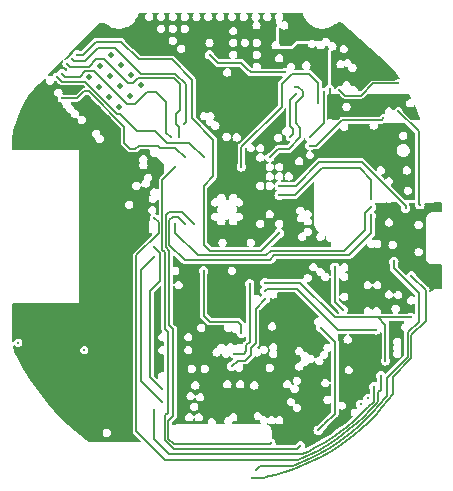
<source format=gbr>
%TF.GenerationSoftware,KiCad,Pcbnew,7.0.1*%
%TF.CreationDate,2023-12-30T18:27:53+00:00*%
%TF.ProjectId,watch_main,77617463-685f-46d6-9169-6e2e6b696361,rev?*%
%TF.SameCoordinates,Original*%
%TF.FileFunction,Copper,L3,Inr*%
%TF.FilePolarity,Positive*%
%FSLAX46Y46*%
G04 Gerber Fmt 4.6, Leading zero omitted, Abs format (unit mm)*
G04 Created by KiCad (PCBNEW 7.0.1) date 2023-12-30 18:27:53*
%MOMM*%
%LPD*%
G01*
G04 APERTURE LIST*
%TA.AperFunction,ComponentPad*%
%ADD10C,0.500000*%
%TD*%
%TA.AperFunction,ViaPad*%
%ADD11C,0.300000*%
%TD*%
%TA.AperFunction,Conductor*%
%ADD12C,0.150000*%
%TD*%
G04 APERTURE END LIST*
D10*
%TO.N,GND*%
%TO.C,U301*%
X143327207Y-84751472D03*
X142478679Y-83902944D03*
X141630151Y-83054416D03*
X140781623Y-82205888D03*
X142384634Y-85694045D03*
X141536106Y-84845517D03*
X140687578Y-83996989D03*
X139839050Y-83148461D03*
X141442061Y-86636619D03*
X140593533Y-85788091D03*
X139745004Y-84939562D03*
X138896476Y-84091034D03*
X140499487Y-87579192D03*
X139650959Y-86730664D03*
X138802431Y-85882136D03*
X137953903Y-85033608D03*
%TD*%
D11*
%TO.N,+VSYS*%
X163000000Y-87220000D03*
X159300000Y-85100000D03*
%TO.N,GND*%
X139500000Y-97800000D03*
X134700000Y-107600000D03*
X134700000Y-106900000D03*
X139500000Y-96800000D03*
X138500000Y-94800000D03*
X138500000Y-99800000D03*
X137500000Y-89800000D03*
X139500000Y-100800000D03*
X137500000Y-103800000D03*
X138500000Y-91800000D03*
X138500000Y-95800000D03*
X136500000Y-87600000D03*
X138500000Y-90800000D03*
X135500000Y-86400000D03*
X133500000Y-89800000D03*
X142300000Y-93700000D03*
X138500000Y-97800000D03*
X134000000Y-85700000D03*
X139000000Y-90300000D03*
X136500000Y-103800000D03*
X136500000Y-89800000D03*
X139500000Y-90800000D03*
X139500000Y-89800000D03*
X135925000Y-104275000D03*
X139000000Y-101300000D03*
X138500000Y-100800000D03*
X134400000Y-105500000D03*
X143800000Y-92000000D03*
X139000000Y-98300000D03*
X134500000Y-89800000D03*
X135900000Y-105700000D03*
X143800000Y-90600000D03*
X135500000Y-89800000D03*
X136800000Y-86900000D03*
X139000000Y-99300000D03*
X139000000Y-97300000D03*
X140700000Y-89900000D03*
X133200000Y-107800000D03*
X139500000Y-92800000D03*
X139500000Y-101800000D03*
X134500000Y-103800000D03*
X139000000Y-104300000D03*
X139000000Y-91300000D03*
X132600000Y-105500000D03*
X137000000Y-106100000D03*
X138500000Y-102800000D03*
X139500000Y-94800000D03*
X139025000Y-88650000D03*
X135000000Y-88175000D03*
X136000000Y-88150000D03*
X139000000Y-103300000D03*
X144600000Y-104400000D03*
X138500000Y-98800000D03*
X138500000Y-92800000D03*
X143200000Y-90600000D03*
X139500000Y-99800000D03*
X135800000Y-111900000D03*
X139300000Y-108800000D03*
X139000000Y-92300000D03*
X136000000Y-89250000D03*
X133000000Y-107300000D03*
X135000000Y-87000000D03*
X134000000Y-88150000D03*
X139000000Y-93300000D03*
X133500000Y-87600000D03*
X139300000Y-110300000D03*
X138500000Y-103800000D03*
X139000000Y-100300000D03*
X132975000Y-88175000D03*
X138500000Y-96800000D03*
X134000000Y-104300000D03*
X144600000Y-108900000D03*
X139900000Y-114300000D03*
X138500000Y-89800000D03*
X139500000Y-95800000D03*
X136200000Y-86300000D03*
X139000000Y-96300000D03*
X133100000Y-106000000D03*
X134300000Y-109100000D03*
X137800000Y-89225000D03*
X139500000Y-102800000D03*
X139000000Y-94300000D03*
X137875000Y-88100000D03*
X139700000Y-105200000D03*
X135500000Y-103800000D03*
X135800000Y-107900000D03*
X135800000Y-106500000D03*
X139000000Y-89300000D03*
X134000000Y-89250000D03*
X139500000Y-93800000D03*
X139300000Y-111800000D03*
X134000000Y-87000000D03*
X137025000Y-88200000D03*
X133500000Y-103800000D03*
X137006630Y-89227668D03*
X139700000Y-107000000D03*
X137200000Y-87500000D03*
X139000000Y-95300000D03*
X135800000Y-107200000D03*
X134400000Y-106200000D03*
X134800000Y-109300000D03*
X135000000Y-104300000D03*
X134400000Y-104800000D03*
X134500000Y-87600000D03*
X139000000Y-102300000D03*
X135000000Y-89225000D03*
X136000000Y-87000000D03*
X134500000Y-86400000D03*
X143200000Y-92900000D03*
X143200000Y-92000000D03*
X138075000Y-104300000D03*
X139300000Y-113400000D03*
X133500000Y-86500000D03*
X138500000Y-101800000D03*
X139500000Y-98800000D03*
X134500000Y-85100000D03*
X135500000Y-111400000D03*
X133300000Y-108300000D03*
X135500000Y-87600000D03*
X139500000Y-91800000D03*
X139500000Y-103800000D03*
X134700000Y-110400000D03*
X138500000Y-93800000D03*
X135000000Y-85800000D03*
%TO.N,+3V3*%
X159200000Y-114000000D03*
X157200000Y-114500000D03*
X165300000Y-100100000D03*
X157250000Y-113750000D03*
X165300000Y-99400000D03*
X149800000Y-105800000D03*
X167400000Y-95100000D03*
%TO.N,/I2C4.SCL*%
X156300000Y-84900000D03*
X154200000Y-90900000D03*
%TO.N,/I2C4.SDA*%
X155950000Y-89150000D03*
X156400000Y-85500000D03*
%TO.N,+1V8*%
X153400000Y-92500000D03*
X161400000Y-88900000D03*
X153100000Y-80700000D03*
X153400000Y-97300000D03*
X153400000Y-94100000D03*
X156900000Y-81400000D03*
X161800000Y-90200000D03*
X151000000Y-98100000D03*
X151600000Y-83700000D03*
X139100000Y-80800000D03*
X150200000Y-92500000D03*
X153400000Y-94900000D03*
X153400000Y-95700000D03*
X151800000Y-98100000D03*
X149100000Y-80200000D03*
X165506600Y-88223400D03*
X151000000Y-92500000D03*
X144400000Y-82100000D03*
X156700000Y-92175000D03*
X160900000Y-90200000D03*
X141600000Y-80300000D03*
X160900000Y-89400000D03*
X166100000Y-92820000D03*
X138300000Y-81600000D03*
X143300000Y-81100000D03*
X161806000Y-89457000D03*
X142300000Y-80200000D03*
X142300000Y-81000000D03*
X151800000Y-92500000D03*
X155000000Y-84200000D03*
X136500000Y-83200000D03*
X139900000Y-80100000D03*
X149400000Y-98100000D03*
X161375000Y-89800000D03*
X152600000Y-92500000D03*
%TO.N,VBUS*%
X161900000Y-111800000D03*
X162500000Y-111300000D03*
%TO.N,/USART1.TX*%
X145100000Y-110500000D03*
X144400000Y-98500000D03*
%TO.N,/Micro SD/CD*%
X166200000Y-100900000D03*
X152700000Y-118000000D03*
%TO.N,/Bluetooth/INT2*%
X137050000Y-82950000D03*
X146500000Y-89200000D03*
%TO.N,/Bluetooth/INT1*%
X145800000Y-89200000D03*
X136600000Y-83800000D03*
%TO.N,/I2C2.SCL*%
X158300000Y-86300000D03*
X151800000Y-91700000D03*
%TO.N,/Power/INT*%
X158800000Y-85400000D03*
X157600000Y-89200000D03*
%TO.N,/Power/THR*%
X165078500Y-84621500D03*
X160100000Y-85200000D03*
%TO.N,/USART1.RX*%
X145100000Y-111600000D03*
X144400000Y-99300000D03*
%TO.N,/I2C1.SDA*%
X146200000Y-96500000D03*
X162800000Y-95100000D03*
%TO.N,/I2C3.SDA*%
X153800000Y-101500000D03*
X166150000Y-104450000D03*
X164000000Y-108112500D03*
%TO.N,/I2C1.SCL*%
X162800000Y-95800000D03*
X147000000Y-96500000D03*
%TO.N,/STM32/SWO*%
X147800000Y-96500000D03*
X154300000Y-115100000D03*
%TO.N,/LPUART1.TX*%
X147000000Y-90900000D03*
X136600000Y-85900000D03*
%TO.N,/STM32/ALS_INT*%
X153800000Y-102200000D03*
X163200000Y-105500000D03*
%TO.N,/LPUART1.RX*%
X148600000Y-90900000D03*
X136200000Y-84100000D03*
%TO.N,/USART6.TX*%
X160400000Y-103800000D03*
X159700000Y-100200000D03*
%TO.N,/STM32/BTN*%
X165100000Y-87000000D03*
X166900000Y-94900000D03*
%TO.N,/Expansion Connector/GPIO1*%
X144400000Y-96000000D03*
X163600000Y-109400000D03*
%TO.N,/Expansion Connector/GPIO2*%
X163000000Y-110300000D03*
X144400000Y-112300000D03*
%TO.N,/STM32/SWD.RST*%
X158500000Y-105300000D03*
X158300000Y-114000000D03*
%TO.N,/Bluetooth/UART_CTS*%
X155000000Y-97300000D03*
X137900000Y-82200000D03*
%TO.N,/Bluetooth/UART_RTS*%
X146900000Y-88100000D03*
X137500000Y-82600000D03*
%TO.N,/Display Connector/RESET*%
X151200000Y-107500000D03*
X152500000Y-101600000D03*
%TO.N,/Display Connector/TP_INT*%
X151800000Y-105800000D03*
X148600000Y-100500000D03*
%TO.N,/Display Connector/DSI_TE*%
X153800000Y-102900000D03*
X151000000Y-108575000D03*
%TO.N,/Flash/CS2*%
X149100000Y-82200000D03*
X155500000Y-83700000D03*
%TO.N,/Power/VBUS_PROTECTED*%
X155500000Y-80700000D03*
X155750000Y-81200000D03*
X161900000Y-84780000D03*
X156000000Y-80700000D03*
%TO.N,/Power/ENCHG*%
X157600000Y-89900000D03*
X163800000Y-87600000D03*
%TO.N,/GNSS/ANT_OFF*%
X138500000Y-107200000D03*
X132900000Y-106600000D03*
%TO.N,/STM32/TOUCH_INT*%
X155000000Y-94100000D03*
X162800000Y-94400000D03*
%TO.N,/STM32/TOUCH_RST*%
X155000000Y-93300000D03*
X165700000Y-95200000D03*
%TO.N,/STM32/SWD.SWDIO*%
X156800000Y-115300000D03*
X146200000Y-91700000D03*
%TO.N,/Micro SD/EN*%
X164700000Y-99700000D03*
X153000000Y-117400000D03*
%TD*%
D12*
%TO.N,+VSYS*%
X159300000Y-85100000D02*
X159300000Y-86050000D01*
X159300000Y-86050000D02*
X160470000Y-87220000D01*
X160470000Y-87220000D02*
X163000000Y-87220000D01*
%TO.N,/I2C4.SCL*%
X156600000Y-84900000D02*
X156300000Y-84900000D01*
X156800000Y-88400000D02*
X156400000Y-88000000D01*
X154200000Y-90900000D02*
X154900000Y-90200000D01*
X157000000Y-85300000D02*
X156600000Y-84900000D01*
X154900000Y-90200000D02*
X155800000Y-90200000D01*
X157000000Y-85700000D02*
X157000000Y-85300000D01*
X156400000Y-86300000D02*
X157000000Y-85700000D01*
X155800000Y-90200000D02*
X156800000Y-89200000D01*
X156800000Y-89200000D02*
X156800000Y-88400000D01*
X156400000Y-88000000D02*
X156400000Y-86300000D01*
%TO.N,/I2C4.SDA*%
X155950000Y-89150000D02*
X156200000Y-88900000D01*
X156200000Y-88500000D02*
X155900000Y-88200000D01*
X155900000Y-86000000D02*
X156400000Y-85500000D01*
X155900000Y-88200000D02*
X155900000Y-86000000D01*
X156200000Y-88900000D02*
X156200000Y-88500000D01*
%TO.N,/USART1.TX*%
X144400000Y-98500000D02*
X144900000Y-99000000D01*
X144100000Y-102200000D02*
X144100000Y-109500000D01*
X144900000Y-101400000D02*
X144100000Y-102200000D01*
X144100000Y-109500000D02*
X145100000Y-110500000D01*
X144900000Y-99000000D02*
X144900000Y-101400000D01*
%TO.N,/Micro SD/CD*%
X167400000Y-104750000D02*
X166200000Y-105950000D01*
X157023419Y-116962456D02*
X156244052Y-117269873D01*
X163720059Y-112054023D02*
X163162510Y-112679339D01*
X158534899Y-116240245D02*
X157787599Y-116618993D01*
X155451199Y-117540572D02*
X154646559Y-117773975D01*
X154646559Y-117773975D02*
X153831916Y-117969563D01*
X162576364Y-113277969D02*
X161962918Y-113848587D01*
X161962918Y-113848587D02*
X161323518Y-114389939D01*
X164247848Y-111403321D02*
X163720059Y-112054023D01*
X166200000Y-105950000D02*
X166200000Y-107900000D01*
X166200000Y-107900000D02*
X164600000Y-109500000D01*
X157787599Y-116618993D02*
X157023419Y-116962456D01*
X166200000Y-100900000D02*
X167400000Y-102100000D01*
X164600000Y-109500000D02*
X164600000Y-110925159D01*
X160659539Y-114900865D02*
X159972424Y-115380252D01*
X161323518Y-114389939D02*
X160659539Y-114900865D01*
X153672742Y-118000000D02*
X152700000Y-118000000D01*
X163162510Y-112679339D02*
X162576364Y-113277969D01*
X159972424Y-115380252D02*
X159263696Y-115827035D01*
X153831916Y-117969563D02*
X153672742Y-118000000D01*
X156244052Y-117269873D02*
X155451199Y-117540572D01*
X164600000Y-110925159D02*
X164247848Y-111403321D01*
X167400000Y-102100000D02*
X167400000Y-104750000D01*
X159263696Y-115827035D02*
X158534899Y-116240245D01*
%TO.N,/Bluetooth/INT2*%
X146300000Y-88100000D02*
X146300000Y-87200000D01*
X146600000Y-84700000D02*
X146100000Y-84200000D01*
X146500000Y-89200000D02*
X146500000Y-88300000D01*
X146300000Y-87200000D02*
X146600000Y-86900000D01*
X137300000Y-83200000D02*
X137050000Y-82950000D01*
X146600000Y-86900000D02*
X146600000Y-84700000D01*
X146100000Y-84200000D02*
X143050000Y-84200000D01*
X140200000Y-82600000D02*
X139500000Y-82600000D01*
X138900000Y-83200000D02*
X137300000Y-83200000D01*
X142200000Y-84600000D02*
X140200000Y-82600000D01*
X143050000Y-84200000D02*
X142650000Y-84600000D01*
X139500000Y-82600000D02*
X138900000Y-83200000D01*
X142650000Y-84600000D02*
X142200000Y-84600000D01*
X146500000Y-88300000D02*
X146300000Y-88100000D01*
%TO.N,/Bluetooth/INT1*%
X145800000Y-89200000D02*
X145400000Y-88800000D01*
X136900000Y-84100000D02*
X136600000Y-83800000D01*
X145400000Y-88800000D02*
X145400000Y-86200000D01*
X142100000Y-86400000D02*
X139300000Y-83600000D01*
X138600000Y-83600000D02*
X138100000Y-84100000D01*
X142800000Y-86400000D02*
X142100000Y-86400000D01*
X138100000Y-84100000D02*
X136900000Y-84100000D01*
X145400000Y-86200000D02*
X144600000Y-85400000D01*
X144600000Y-85400000D02*
X143800000Y-85400000D01*
X143800000Y-85400000D02*
X142800000Y-86400000D01*
X139300000Y-83600000D02*
X138600000Y-83600000D01*
%TO.N,/I2C2.SCL*%
X155200000Y-86600000D02*
X155200000Y-84700000D01*
X151800000Y-91700000D02*
X151800000Y-90000000D01*
X156100000Y-83800000D02*
X157500000Y-83800000D01*
X158300000Y-84600000D02*
X158300000Y-86300000D01*
X155200000Y-84700000D02*
X156100000Y-83800000D01*
X151800000Y-90000000D02*
X155200000Y-86600000D01*
X157500000Y-83800000D02*
X158300000Y-84600000D01*
%TO.N,/Power/INT*%
X158800000Y-85400000D02*
X158800000Y-88000000D01*
X158800000Y-88000000D02*
X157600000Y-89200000D01*
%TO.N,/Power/THR*%
X160600000Y-85700000D02*
X160100000Y-85200000D01*
X162978500Y-84621500D02*
X161900000Y-85700000D01*
X161900000Y-85700000D02*
X160600000Y-85700000D01*
X165078500Y-84621500D02*
X162978500Y-84621500D01*
%TO.N,/USART1.RX*%
X143300000Y-109800000D02*
X145100000Y-111600000D01*
X143300000Y-100400000D02*
X143300000Y-109800000D01*
X144400000Y-99300000D02*
X143300000Y-100400000D01*
%TO.N,/I2C1.SDA*%
X148100000Y-99200000D02*
X146200000Y-97300000D01*
X160500000Y-98800000D02*
X154300000Y-98800000D01*
X162800000Y-95100000D02*
X162300000Y-95600000D01*
X162300000Y-95600000D02*
X162300000Y-97000000D01*
X153900000Y-99200000D02*
X148100000Y-99200000D01*
X146200000Y-97300000D02*
X146200000Y-96500000D01*
X162300000Y-97000000D02*
X160500000Y-98800000D01*
X154300000Y-98800000D02*
X153900000Y-99200000D01*
%TO.N,/I2C3.SDA*%
X153800000Y-101500000D02*
X156800000Y-101500000D01*
X156800000Y-101500000D02*
X159750000Y-104450000D01*
X163400000Y-104450000D02*
X164000000Y-105050000D01*
X164000000Y-105050000D02*
X164000000Y-108112500D01*
X159750000Y-104450000D02*
X166150000Y-104450000D01*
%TO.N,/I2C1.SCL*%
X146400000Y-95900000D02*
X147000000Y-96500000D01*
X145700000Y-98300000D02*
X145700000Y-96200000D01*
X154600000Y-99200000D02*
X154200000Y-99600000D01*
X147000000Y-99600000D02*
X145700000Y-98300000D01*
X162800000Y-97300000D02*
X160900000Y-99200000D01*
X146000000Y-95900000D02*
X146400000Y-95900000D01*
X154200000Y-99600000D02*
X147000000Y-99600000D01*
X145700000Y-96200000D02*
X146000000Y-95900000D01*
X162800000Y-95800000D02*
X162800000Y-97300000D01*
X160900000Y-99200000D02*
X154600000Y-99200000D01*
%TO.N,/STM32/SWO*%
X145400000Y-98500000D02*
X145700000Y-98800000D01*
X145700000Y-113100000D02*
X145600000Y-113200000D01*
X145600000Y-113200000D02*
X145600000Y-114600000D01*
X145700000Y-95500000D02*
X145400000Y-95800000D01*
X146062441Y-115200000D02*
X147600000Y-115200000D01*
X152900000Y-115200000D02*
X154200000Y-115200000D01*
X145600000Y-114600000D02*
X145600000Y-114737559D01*
X146000000Y-112800000D02*
X145700000Y-113100000D01*
X146000000Y-105400000D02*
X146000000Y-112800000D01*
X154200000Y-115200000D02*
X154300000Y-115100000D01*
X147800000Y-96500000D02*
X146800000Y-95500000D01*
X145700000Y-98800000D02*
X145700000Y-103800000D01*
X146800000Y-95500000D02*
X145700000Y-95500000D01*
X145700000Y-105100000D02*
X146000000Y-105400000D01*
X145400000Y-95800000D02*
X145400000Y-98500000D01*
X145700000Y-103800000D02*
X145700000Y-105100000D01*
X145600000Y-114737559D02*
X146062441Y-115200000D01*
X147600000Y-115200000D02*
X152900000Y-115200000D01*
%TO.N,/LPUART1.TX*%
X146200000Y-90100000D02*
X144900000Y-90100000D01*
X142400000Y-90200000D02*
X141900000Y-89700000D01*
X141900000Y-89700000D02*
X141900000Y-88300000D01*
X137900000Y-85900000D02*
X136600000Y-85900000D01*
X138500000Y-85300000D02*
X137900000Y-85900000D01*
X141900000Y-88300000D02*
X138900000Y-85300000D01*
X142800000Y-90200000D02*
X142400000Y-90200000D01*
X143100000Y-89900000D02*
X142800000Y-90200000D01*
X144700000Y-89900000D02*
X143100000Y-89900000D01*
X138900000Y-85300000D02*
X138500000Y-85300000D01*
X147000000Y-90900000D02*
X146200000Y-90100000D01*
X144900000Y-90100000D02*
X144700000Y-89900000D01*
%TO.N,/STM32/ALS_INT*%
X156500000Y-102000000D02*
X154000000Y-102000000D01*
X160000000Y-105500000D02*
X156500000Y-102000000D01*
X154000000Y-102000000D02*
X153800000Y-102200000D01*
X163200000Y-105500000D02*
X160000000Y-105500000D01*
%TO.N,/LPUART1.RX*%
X148600000Y-90900000D02*
X147400000Y-89700000D01*
X141300000Y-87200000D02*
X138600000Y-84500000D01*
X147400000Y-89700000D02*
X145500000Y-89700000D01*
X136600000Y-84500000D02*
X136200000Y-84100000D01*
X144500000Y-88700000D02*
X143000000Y-88700000D01*
X138600000Y-84500000D02*
X136600000Y-84500000D01*
X141500000Y-87200000D02*
X141300000Y-87200000D01*
X145500000Y-89700000D02*
X144500000Y-88700000D01*
X143000000Y-88700000D02*
X141500000Y-87200000D01*
%TO.N,/USART6.TX*%
X159700000Y-103100000D02*
X160400000Y-103800000D01*
X159700000Y-100200000D02*
X159700000Y-103100000D01*
%TO.N,/STM32/BTN*%
X166900000Y-94900000D02*
X166800000Y-94800000D01*
X166800000Y-94800000D02*
X166800000Y-88700000D01*
X166800000Y-88700000D02*
X165100000Y-87000000D01*
%TO.N,/Expansion Connector/GPIO1*%
X144401041Y-96000000D02*
X144800000Y-96398959D01*
X157528845Y-116077475D02*
X158251165Y-115711386D01*
X144800000Y-96398959D02*
X144800000Y-97300000D01*
X163400000Y-111528076D02*
X163400000Y-110800000D01*
X156560659Y-116500000D02*
X156790240Y-116409443D01*
X163600000Y-110600000D02*
X163600000Y-109400000D01*
X142900000Y-99200000D02*
X142900000Y-114100000D01*
X158251165Y-115711386D02*
X158955578Y-115312001D01*
X163262900Y-111665176D02*
X163400000Y-111528076D01*
X162724018Y-112269558D02*
X163262900Y-111665176D01*
X142900000Y-114100000D02*
X145300000Y-116500000D01*
X145300000Y-116500000D02*
X156560659Y-116500000D01*
X144800000Y-97300000D02*
X142900000Y-99200000D01*
X144400000Y-96000000D02*
X144401041Y-96000000D01*
X161564510Y-113399735D02*
X162157455Y-112848189D01*
X160304740Y-114416805D02*
X160946490Y-113922984D01*
X159640618Y-114880151D02*
X160304740Y-114416805D01*
X160946490Y-113922984D02*
X161564510Y-113399735D01*
X156790240Y-116409443D02*
X157528845Y-116077475D01*
X162157455Y-112848189D02*
X162724018Y-112269558D01*
X158955578Y-115312001D02*
X159640618Y-114880151D01*
X163400000Y-110800000D02*
X163600000Y-110600000D01*
%TO.N,/Expansion Connector/GPIO2*%
X159474715Y-114630100D02*
X158801520Y-115054484D01*
X157399461Y-115806719D02*
X156969425Y-116000000D01*
X161365300Y-113175315D02*
X160757992Y-113689495D01*
X161947997Y-112633302D02*
X161365300Y-113175315D01*
X156969425Y-116000000D02*
X145700000Y-116000000D01*
X158109300Y-115446955D02*
X157399461Y-115806719D01*
X163000000Y-111569439D02*
X162504775Y-112064664D01*
X145700000Y-116000000D02*
X144400000Y-114700000D01*
X163000000Y-110300000D02*
X163000000Y-111569439D01*
X162504775Y-112064664D02*
X161947997Y-112633302D01*
X144400000Y-114700000D02*
X144400000Y-112300000D01*
X160757992Y-113689495D02*
X160127343Y-114174774D01*
X160127343Y-114174774D02*
X159474715Y-114630100D01*
X158801520Y-115054484D02*
X158109300Y-115446955D01*
%TO.N,/STM32/SWD.RST*%
X159700000Y-106500000D02*
X159700000Y-108100000D01*
X158500000Y-105300000D02*
X159700000Y-106500000D01*
X158800000Y-113500000D02*
X158300000Y-114000000D01*
X159700000Y-112600000D02*
X158800000Y-113500000D01*
X159700000Y-108100000D02*
X159700000Y-112600000D01*
%TO.N,/Bluetooth/UART_CTS*%
X147600000Y-84300000D02*
X147600000Y-87600000D01*
X148600000Y-93300000D02*
X148600000Y-98300000D01*
X149400000Y-92500000D02*
X148600000Y-93300000D01*
X143100000Y-82600000D02*
X145900000Y-82600000D01*
X147600000Y-87600000D02*
X149400000Y-89400000D01*
X137900000Y-82200000D02*
X138400000Y-82200000D01*
X141600000Y-81100000D02*
X143100000Y-82600000D01*
X138400000Y-82200000D02*
X139500000Y-81100000D01*
X139500000Y-81100000D02*
X141600000Y-81100000D01*
X149400000Y-89400000D02*
X149400000Y-92500000D01*
X153500000Y-98800000D02*
X155000000Y-97300000D01*
X148600000Y-98300000D02*
X149100000Y-98800000D01*
X149100000Y-98800000D02*
X153500000Y-98800000D01*
X145900000Y-82600000D02*
X147600000Y-84300000D01*
%TO.N,/Bluetooth/UART_RTS*%
X147100000Y-87900000D02*
X147100000Y-84700000D01*
X141100000Y-81600000D02*
X139700000Y-81600000D01*
X143300000Y-83800000D02*
X141100000Y-81600000D01*
X146900000Y-88100000D02*
X147100000Y-87900000D01*
X147100000Y-84700000D02*
X146200000Y-83800000D01*
X137600000Y-82700000D02*
X137500000Y-82600000D01*
X146200000Y-83800000D02*
X143300000Y-83800000D01*
X139700000Y-81600000D02*
X138600000Y-82700000D01*
X138600000Y-82700000D02*
X137600000Y-82700000D01*
%TO.N,/Display Connector/RESET*%
X152200000Y-106800000D02*
X152200000Y-107300000D01*
X152000000Y-107500000D02*
X151200000Y-107500000D01*
X152200000Y-107300000D02*
X152000000Y-107500000D01*
X152500000Y-106500000D02*
X152200000Y-106800000D01*
X152500000Y-101600000D02*
X152500000Y-106500000D01*
%TO.N,/Display Connector/TP_INT*%
X148600000Y-100500000D02*
X148600000Y-104300000D01*
X151500000Y-104800000D02*
X151800000Y-105100000D01*
X151800000Y-105100000D02*
X151800000Y-105800000D01*
X149100000Y-104800000D02*
X151500000Y-104800000D01*
X148600000Y-104300000D02*
X149100000Y-104800000D01*
%TO.N,/Display Connector/DSI_TE*%
X151000000Y-108575000D02*
X151475000Y-108100000D01*
X152100000Y-108100000D02*
X152600000Y-107600000D01*
X151475000Y-108100000D02*
X152100000Y-108100000D01*
X152600000Y-107600000D02*
X152600000Y-107000000D01*
X153000000Y-103700000D02*
X153800000Y-102900000D01*
X152600000Y-107000000D02*
X153000000Y-106600000D01*
X153000000Y-106600000D02*
X153000000Y-103700000D01*
%TO.N,/Flash/CS2*%
X152300000Y-83400000D02*
X151800000Y-82900000D01*
X152600000Y-83700000D02*
X152300000Y-83400000D01*
X150600000Y-82900000D02*
X149800000Y-82900000D01*
X151800000Y-82900000D02*
X150600000Y-82900000D01*
X155500000Y-83700000D02*
X152600000Y-83700000D01*
X149800000Y-82900000D02*
X149100000Y-82200000D01*
%TO.N,/Power/ENCHG*%
X163700000Y-87700000D02*
X160300000Y-87700000D01*
X163800000Y-87600000D02*
X163700000Y-87700000D01*
X158100000Y-89900000D02*
X157600000Y-89900000D01*
X160300000Y-87700000D02*
X158100000Y-89900000D01*
%TO.N,/STM32/TOUCH_INT*%
X161800000Y-91800000D02*
X158600000Y-91800000D01*
X158600000Y-91800000D02*
X156300000Y-94100000D01*
X162800000Y-94400000D02*
X162800000Y-92800000D01*
X156300000Y-94100000D02*
X155000000Y-94100000D01*
X162800000Y-92800000D02*
X161800000Y-91800000D01*
%TO.N,/STM32/TOUCH_RST*%
X162000000Y-91300000D02*
X165700000Y-95000000D01*
X155000000Y-93300000D02*
X156400000Y-93300000D01*
X156400000Y-93300000D02*
X158400000Y-91300000D01*
X165700000Y-95000000D02*
X165700000Y-95200000D01*
X158400000Y-91300000D02*
X162000000Y-91300000D01*
%TO.N,/STM32/SWD.SWDIO*%
X146200000Y-91700000D02*
X145100000Y-92800000D01*
X145300000Y-98900000D02*
X145300000Y-105400000D01*
X145100000Y-98700000D02*
X145300000Y-98900000D01*
X145300000Y-105400000D02*
X145600000Y-105700000D01*
X156500000Y-115600000D02*
X156800000Y-115300000D01*
X145600000Y-105700000D02*
X145600000Y-112500000D01*
X145360000Y-114860000D02*
X146100000Y-115600000D01*
X146100000Y-115600000D02*
X156500000Y-115600000D01*
X145600000Y-112500000D02*
X145360000Y-112740000D01*
X145100000Y-92800000D02*
X145100000Y-98700000D01*
X145360000Y-112740000D02*
X145360000Y-114860000D01*
%TO.N,/Micro SD/EN*%
X156106011Y-117000000D02*
X156140487Y-116988229D01*
X164100000Y-109575736D02*
X165900000Y-107775736D01*
X156140487Y-116988229D02*
X156906820Y-116685954D01*
X157658227Y-116348232D02*
X158393029Y-115975817D01*
X165900000Y-105700000D02*
X166800000Y-104800000D01*
X164100000Y-111098174D02*
X164100000Y-109575736D01*
X159806522Y-115130201D02*
X160482137Y-114658837D01*
X166800000Y-102400000D02*
X164700000Y-100300000D01*
X153000000Y-117400000D02*
X153400000Y-117000000D01*
X164700000Y-100300000D02*
X164700000Y-99700000D01*
X153400000Y-117000000D02*
X156106011Y-117000000D01*
X158393029Y-115975817D02*
X159109637Y-115569518D01*
X161135006Y-114156460D02*
X161763713Y-113624162D01*
X166800000Y-104800000D02*
X166800000Y-102400000D01*
X159109637Y-115569518D02*
X159806522Y-115130201D01*
X164010432Y-111219793D02*
X164100000Y-111098174D01*
X162366914Y-113063075D02*
X162943260Y-112474453D01*
X156906820Y-116685954D02*
X157658227Y-116348232D01*
X163491480Y-111859599D02*
X164010432Y-111219793D01*
X161763713Y-113624162D02*
X162366914Y-113063075D01*
X165900000Y-107775736D02*
X165900000Y-105700000D01*
X162943260Y-112474453D02*
X163491480Y-111859599D01*
X160482137Y-114658837D02*
X161135006Y-114156460D01*
%TD*%
%TA.AperFunction,Conductor*%
%TO.N,GND*%
G36*
X135204688Y-84218053D02*
G01*
X135247952Y-84261318D01*
X135257524Y-84321750D01*
X135245130Y-84399999D01*
X135262499Y-84509659D01*
X135262499Y-84509660D01*
X135262500Y-84509661D01*
X135312905Y-84608587D01*
X135391413Y-84687095D01*
X135490339Y-84737500D01*
X135600000Y-84754869D01*
X135709661Y-84737500D01*
X135808587Y-84687095D01*
X135887095Y-84608587D01*
X135937500Y-84509661D01*
X135938173Y-84505410D01*
X135955858Y-84462711D01*
X135991006Y-84432690D01*
X136035952Y-84421899D01*
X136080895Y-84432688D01*
X136090339Y-84437500D01*
X136126941Y-84443296D01*
X136156397Y-84452867D01*
X136181457Y-84471073D01*
X136379112Y-84668728D01*
X136391422Y-84683728D01*
X136398465Y-84694268D01*
X136401376Y-84698624D01*
X136416269Y-84708575D01*
X136416271Y-84708577D01*
X136485553Y-84754870D01*
X136492503Y-84759514D01*
X136492505Y-84759515D01*
X136572867Y-84775500D01*
X136572870Y-84775500D01*
X136582427Y-84777401D01*
X136582433Y-84777402D01*
X136584079Y-84777729D01*
X136600000Y-84780896D01*
X136615920Y-84777729D01*
X136617567Y-84777402D01*
X136636879Y-84775500D01*
X138444876Y-84775500D01*
X138482762Y-84783036D01*
X138514880Y-84804496D01*
X138560444Y-84850060D01*
X138586473Y-84896008D01*
X138585178Y-84948801D01*
X138556926Y-84993417D01*
X138509757Y-85017161D01*
X138482433Y-85022597D01*
X138482430Y-85022597D01*
X138472868Y-85024500D01*
X138472867Y-85024500D01*
X138437402Y-85031554D01*
X138392504Y-85040485D01*
X138360804Y-85061666D01*
X138360804Y-85061667D01*
X138352591Y-85067155D01*
X138329544Y-85082554D01*
X138329459Y-85082610D01*
X138329456Y-85082612D01*
X138301375Y-85101375D01*
X138291423Y-85116269D01*
X138279114Y-85131267D01*
X137814880Y-85595503D01*
X137782762Y-85616964D01*
X137744876Y-85624500D01*
X136855111Y-85624500D01*
X136810166Y-85613710D01*
X136808587Y-85612905D01*
X136709661Y-85562500D01*
X136709658Y-85562499D01*
X136699232Y-85557187D01*
X136667239Y-85531280D01*
X136648550Y-85494599D01*
X136646396Y-85453493D01*
X136654869Y-85400000D01*
X136637500Y-85290339D01*
X136587095Y-85191413D01*
X136508587Y-85112905D01*
X136409661Y-85062500D01*
X136409660Y-85062499D01*
X136409659Y-85062499D01*
X136300000Y-85045130D01*
X136190340Y-85062499D01*
X136091414Y-85112904D01*
X136012904Y-85191414D01*
X135962499Y-85290340D01*
X135945130Y-85400000D01*
X135962499Y-85509659D01*
X135962499Y-85509660D01*
X135962500Y-85509661D01*
X136012905Y-85608587D01*
X136091413Y-85687095D01*
X136190339Y-85737500D01*
X136190341Y-85737500D01*
X136200766Y-85742812D01*
X136232759Y-85768719D01*
X136251449Y-85805399D01*
X136253603Y-85846509D01*
X136245130Y-85899999D01*
X136262499Y-86009659D01*
X136262499Y-86009660D01*
X136262500Y-86009661D01*
X136312905Y-86108587D01*
X136391413Y-86187095D01*
X136490339Y-86237500D01*
X136568670Y-86249906D01*
X136615484Y-86270749D01*
X136645606Y-86312208D01*
X136650963Y-86363173D01*
X136645130Y-86399998D01*
X136662499Y-86509659D01*
X136662499Y-86509660D01*
X136662500Y-86509661D01*
X136712905Y-86608587D01*
X136791413Y-86687095D01*
X136890339Y-86737500D01*
X136890341Y-86737500D01*
X136894227Y-86739480D01*
X136929374Y-86769499D01*
X136947063Y-86812202D01*
X136962499Y-86909659D01*
X136962499Y-86909660D01*
X136962500Y-86909661D01*
X137012905Y-87008587D01*
X137091413Y-87087095D01*
X137190339Y-87137500D01*
X137267919Y-87149787D01*
X137322434Y-87177564D01*
X137350212Y-87232080D01*
X137362499Y-87309659D01*
X137362499Y-87309660D01*
X137362500Y-87309661D01*
X137412905Y-87408587D01*
X137491413Y-87487095D01*
X137590339Y-87537500D01*
X137700000Y-87554869D01*
X137809661Y-87537500D01*
X137809663Y-87537498D01*
X137818292Y-87536132D01*
X137864372Y-87539758D01*
X137903783Y-87563909D01*
X137927934Y-87603320D01*
X137931561Y-87649399D01*
X137925130Y-87689999D01*
X137942499Y-87799659D01*
X137942499Y-87799660D01*
X137942500Y-87799661D01*
X137992905Y-87898587D01*
X138071413Y-87977095D01*
X138170339Y-88027500D01*
X138280000Y-88044869D01*
X138389661Y-88027500D01*
X138488587Y-87977095D01*
X138567095Y-87898587D01*
X138617500Y-87799661D01*
X138634869Y-87690000D01*
X138617500Y-87580339D01*
X138567095Y-87481413D01*
X138488587Y-87402905D01*
X138389661Y-87352500D01*
X138389660Y-87352499D01*
X138389659Y-87352499D01*
X138279999Y-87335130D01*
X138161706Y-87353867D01*
X138115626Y-87350241D01*
X138076215Y-87326089D01*
X138052064Y-87286678D01*
X138048438Y-87240601D01*
X138054869Y-87200000D01*
X138037500Y-87090339D01*
X137987095Y-86991413D01*
X137908587Y-86912905D01*
X137809661Y-86862500D01*
X137809660Y-86862499D01*
X137809659Y-86862499D01*
X137732080Y-86850212D01*
X137677564Y-86822434D01*
X137649787Y-86767919D01*
X137637500Y-86690339D01*
X137587095Y-86591413D01*
X137508587Y-86512905D01*
X137409661Y-86462500D01*
X137409660Y-86462499D01*
X137405771Y-86460518D01*
X137370623Y-86430499D01*
X137352936Y-86387798D01*
X137337500Y-86290339D01*
X137337499Y-86290338D01*
X137337444Y-86289987D01*
X137344784Y-86234233D01*
X137381306Y-86191472D01*
X137435225Y-86175500D01*
X137863116Y-86175500D01*
X137882428Y-86177401D01*
X137900000Y-86180897D01*
X137927132Y-86175500D01*
X137927133Y-86175500D01*
X138007495Y-86159515D01*
X138059898Y-86124500D01*
X138075622Y-86113994D01*
X138075622Y-86113993D01*
X138086342Y-86106831D01*
X138086344Y-86106828D01*
X138098624Y-86098624D01*
X138108578Y-86083725D01*
X138120887Y-86068728D01*
X138585121Y-85604496D01*
X138617238Y-85583036D01*
X138655124Y-85575500D01*
X138744876Y-85575500D01*
X138782762Y-85583036D01*
X138814880Y-85604496D01*
X141595504Y-88385120D01*
X141616964Y-88417238D01*
X141624500Y-88455124D01*
X141624500Y-89663116D01*
X141622598Y-89682428D01*
X141619103Y-89700000D01*
X141624500Y-89727132D01*
X141624500Y-89727133D01*
X141640427Y-89807204D01*
X141640485Y-89807495D01*
X141663282Y-89841613D01*
X141671982Y-89854634D01*
X141672038Y-89854719D01*
X141701374Y-89898623D01*
X141716266Y-89908573D01*
X141731269Y-89920885D01*
X142179114Y-90368730D01*
X142191423Y-90383729D01*
X142201376Y-90398624D01*
X142210368Y-90404632D01*
X142216270Y-90408576D01*
X142216271Y-90408577D01*
X142224377Y-90413993D01*
X142224378Y-90413994D01*
X142250534Y-90431471D01*
X142292505Y-90459515D01*
X142372867Y-90475500D01*
X142372868Y-90475500D01*
X142400000Y-90480897D01*
X142417570Y-90477402D01*
X142436885Y-90475500D01*
X142763116Y-90475500D01*
X142782428Y-90477401D01*
X142800000Y-90480897D01*
X142827132Y-90475500D01*
X142827133Y-90475500D01*
X142907495Y-90459515D01*
X142949465Y-90431471D01*
X142975622Y-90413994D01*
X142975622Y-90413993D01*
X142986342Y-90406831D01*
X142986347Y-90406827D01*
X142990711Y-90403910D01*
X142998624Y-90398624D01*
X143008580Y-90383722D01*
X143020884Y-90368730D01*
X143185119Y-90204496D01*
X143217238Y-90183036D01*
X143255123Y-90175500D01*
X143884492Y-90175500D01*
X143922378Y-90183036D01*
X143954496Y-90204496D01*
X144037913Y-90287913D01*
X144065685Y-90342395D01*
X144060668Y-90374175D01*
X144064953Y-90374854D01*
X144062500Y-90390338D01*
X144062500Y-90390339D01*
X144049012Y-90475499D01*
X144045131Y-90500000D01*
X144062499Y-90609659D01*
X144062499Y-90609660D01*
X144062500Y-90609661D01*
X144112905Y-90708587D01*
X144191413Y-90787095D01*
X144290339Y-90837500D01*
X144400000Y-90854869D01*
X144509661Y-90837500D01*
X144509661Y-90837499D01*
X144525148Y-90835047D01*
X144525349Y-90836319D01*
X144536875Y-90833227D01*
X144577548Y-90839661D01*
X144612086Y-90862086D01*
X145221004Y-91471004D01*
X145242464Y-91503122D01*
X145250000Y-91541008D01*
X145250000Y-92219375D01*
X145242464Y-92257261D01*
X145221003Y-92289379D01*
X144931267Y-92579114D01*
X144916269Y-92591423D01*
X144901377Y-92601373D01*
X144896821Y-92608192D01*
X144886007Y-92624376D01*
X144886006Y-92624378D01*
X144868528Y-92650534D01*
X144868516Y-92650550D01*
X144840485Y-92692503D01*
X144837073Y-92709659D01*
X144830785Y-92741273D01*
X144830017Y-92745132D01*
X144819102Y-92799999D01*
X144822598Y-92817569D01*
X144824500Y-92836884D01*
X144824500Y-93514811D01*
X144807815Y-93569812D01*
X144763386Y-93606275D01*
X144706186Y-93611909D01*
X144655498Y-93584816D01*
X144608587Y-93537905D01*
X144509661Y-93487500D01*
X144509660Y-93487499D01*
X144509659Y-93487499D01*
X144400000Y-93470130D01*
X144290340Y-93487499D01*
X144191414Y-93537904D01*
X144112904Y-93616414D01*
X144062499Y-93715340D01*
X144045130Y-93825000D01*
X144062500Y-93934661D01*
X144099769Y-94007807D01*
X144109340Y-94068238D01*
X144081563Y-94122754D01*
X144012906Y-94191411D01*
X143962499Y-94290340D01*
X143945130Y-94400000D01*
X143962499Y-94509659D01*
X143962499Y-94509660D01*
X143962500Y-94509661D01*
X144012905Y-94608587D01*
X144091413Y-94687095D01*
X144190339Y-94737500D01*
X144300000Y-94754869D01*
X144409661Y-94737500D01*
X144508587Y-94687095D01*
X144587095Y-94608587D01*
X144637291Y-94510070D01*
X144672453Y-94471429D01*
X144722390Y-94456066D01*
X144773193Y-94468263D01*
X144810713Y-94504622D01*
X144824500Y-94555017D01*
X144824500Y-95689811D01*
X144807815Y-95744812D01*
X144763386Y-95781275D01*
X144706186Y-95786909D01*
X144655498Y-95759816D01*
X144608587Y-95712905D01*
X144577614Y-95697124D01*
X144539533Y-95662834D01*
X144523697Y-95614096D01*
X144534351Y-95563970D01*
X144537092Y-95558589D01*
X144537095Y-95558587D01*
X144587500Y-95459661D01*
X144604869Y-95350000D01*
X144600810Y-95324376D01*
X144594733Y-95286006D01*
X144587500Y-95240339D01*
X144537095Y-95141413D01*
X144458587Y-95062905D01*
X144359661Y-95012500D01*
X144359660Y-95012499D01*
X144359659Y-95012499D01*
X144250000Y-94995130D01*
X144140340Y-95012499D01*
X144041414Y-95062904D01*
X143962904Y-95141414D01*
X143912499Y-95240340D01*
X143895130Y-95350000D01*
X143912499Y-95459659D01*
X143912499Y-95459660D01*
X143912500Y-95459661D01*
X143962905Y-95558587D01*
X144041413Y-95637095D01*
X144072383Y-95652874D01*
X144110466Y-95687164D01*
X144126302Y-95735902D01*
X144115648Y-95786028D01*
X144062500Y-95890338D01*
X144045130Y-96000000D01*
X144062499Y-96109659D01*
X144062499Y-96109660D01*
X144062500Y-96109661D01*
X144074454Y-96133122D01*
X144084025Y-96193553D01*
X144056248Y-96248069D01*
X144012906Y-96291411D01*
X143962499Y-96390340D01*
X143945130Y-96500000D01*
X143962500Y-96609661D01*
X144011105Y-96705056D01*
X144021895Y-96750000D01*
X144011105Y-96794944D01*
X143962500Y-96890338D01*
X143945130Y-96999999D01*
X143962499Y-97109659D01*
X143962499Y-97109660D01*
X143962500Y-97109661D01*
X144012905Y-97208587D01*
X144091413Y-97287095D01*
X144189858Y-97337255D01*
X144225003Y-97367272D01*
X144242692Y-97409976D01*
X144239066Y-97456056D01*
X144214915Y-97495467D01*
X142731268Y-98979114D01*
X142716269Y-98991423D01*
X142701375Y-99001375D01*
X142682576Y-99029509D01*
X142681279Y-99031452D01*
X142681254Y-99031489D01*
X142640485Y-99092503D01*
X142637503Y-99107495D01*
X142619102Y-99199999D01*
X142622598Y-99217569D01*
X142624500Y-99236884D01*
X142624500Y-114063116D01*
X142622598Y-114082428D01*
X142619103Y-114100000D01*
X142624500Y-114127132D01*
X142624500Y-114127133D01*
X142638994Y-114199999D01*
X142640485Y-114207495D01*
X142701375Y-114298624D01*
X142716267Y-114308574D01*
X142731269Y-114320885D01*
X143241380Y-114830996D01*
X143268474Y-114881686D01*
X143262840Y-114938886D01*
X143226377Y-114983315D01*
X143171376Y-115000000D01*
X138966592Y-115000000D01*
X138935923Y-114995130D01*
X138908271Y-114980998D01*
X138779515Y-114887132D01*
X138409621Y-114617470D01*
X138406221Y-114614876D01*
X138350853Y-114570723D01*
X137885967Y-114200000D01*
X140045130Y-114200000D01*
X140062499Y-114309659D01*
X140062499Y-114309660D01*
X140062500Y-114309661D01*
X140112905Y-114408587D01*
X140191413Y-114487095D01*
X140290339Y-114537500D01*
X140400000Y-114554869D01*
X140509661Y-114537500D01*
X140608587Y-114487095D01*
X140687095Y-114408587D01*
X140737500Y-114309661D01*
X140754869Y-114200000D01*
X140737500Y-114090339D01*
X140687095Y-113991413D01*
X140608587Y-113912905D01*
X140509661Y-113862500D01*
X140509660Y-113862499D01*
X140509659Y-113862499D01*
X140400000Y-113845130D01*
X140290340Y-113862499D01*
X140191414Y-113912904D01*
X140112904Y-113991414D01*
X140062499Y-114090340D01*
X140045130Y-114200000D01*
X137885967Y-114200000D01*
X137760528Y-114099969D01*
X137757248Y-114097237D01*
X137749327Y-114090340D01*
X137134362Y-113554850D01*
X137131228Y-113552000D01*
X136532375Y-112983198D01*
X136529385Y-112980233D01*
X135955684Y-112386079D01*
X135952780Y-112382938D01*
X135405318Y-111764560D01*
X135402551Y-111761295D01*
X135397146Y-111754630D01*
X134882320Y-111119813D01*
X134879746Y-111116495D01*
X134387728Y-110453122D01*
X134385258Y-110449636D01*
X134385221Y-110449582D01*
X134163671Y-110122185D01*
X133922393Y-109765635D01*
X133920071Y-109762038D01*
X133487215Y-109058681D01*
X133485051Y-109054988D01*
X133255707Y-108643465D01*
X133083003Y-108333575D01*
X133081006Y-108329803D01*
X133072653Y-108313162D01*
X132711005Y-107592651D01*
X132708271Y-107586722D01*
X132671687Y-107500000D01*
X132583732Y-107291499D01*
X132580694Y-107283299D01*
X132553966Y-107200000D01*
X138145130Y-107200000D01*
X138162499Y-107309659D01*
X138162499Y-107309660D01*
X138162500Y-107309661D01*
X138212905Y-107408587D01*
X138291413Y-107487095D01*
X138390339Y-107537500D01*
X138500000Y-107554869D01*
X138609661Y-107537500D01*
X138708587Y-107487095D01*
X138787095Y-107408587D01*
X138837500Y-107309661D01*
X138854869Y-107200000D01*
X138851919Y-107181378D01*
X138837500Y-107090340D01*
X138837500Y-107090339D01*
X138787095Y-106991413D01*
X138708587Y-106912905D01*
X138609661Y-106862500D01*
X138609660Y-106862499D01*
X138609659Y-106862499D01*
X138500000Y-106845130D01*
X138390340Y-106862499D01*
X138291414Y-106912904D01*
X138212904Y-106991414D01*
X138162499Y-107090340D01*
X138145130Y-107200000D01*
X132553966Y-107200000D01*
X132483130Y-106979240D01*
X132480827Y-106970792D01*
X132470367Y-106924405D01*
X132472184Y-106873961D01*
X132498639Y-106830967D01*
X132542853Y-106806607D01*
X132593329Y-106807212D01*
X132636943Y-106832625D01*
X132691413Y-106887095D01*
X132790339Y-106937500D01*
X132900000Y-106954869D01*
X133009661Y-106937500D01*
X133108587Y-106887095D01*
X133187095Y-106808587D01*
X133237500Y-106709661D01*
X133254869Y-106600000D01*
X133237500Y-106490339D01*
X133187095Y-106391413D01*
X133108587Y-106312905D01*
X133009661Y-106262500D01*
X133009660Y-106262499D01*
X133009659Y-106262499D01*
X132900000Y-106245130D01*
X132790340Y-106262499D01*
X132691414Y-106312904D01*
X132612902Y-106391416D01*
X132568163Y-106479222D01*
X132535206Y-106516424D01*
X132488324Y-106532923D01*
X132439332Y-106524559D01*
X132400578Y-106493441D01*
X132381829Y-106447415D01*
X132366670Y-106334176D01*
X132365893Y-106325435D01*
X132363461Y-106270666D01*
X132351632Y-106004240D01*
X132351536Y-105999850D01*
X132351536Y-103359000D01*
X132364799Y-103309500D01*
X132401036Y-103273263D01*
X132450536Y-103260000D01*
X138041532Y-103260000D01*
X138041533Y-103260000D01*
X138041533Y-95260000D01*
X138041533Y-95225167D01*
X138040000Y-95217460D01*
X138040000Y-94899999D01*
X141945130Y-94899999D01*
X141962499Y-95009659D01*
X141962499Y-95009660D01*
X141962500Y-95009661D01*
X142012905Y-95108587D01*
X142091413Y-95187095D01*
X142190339Y-95237500D01*
X142300000Y-95254869D01*
X142409661Y-95237500D01*
X142508587Y-95187095D01*
X142587095Y-95108587D01*
X142637500Y-95009661D01*
X142654869Y-94900000D01*
X142637500Y-94790339D01*
X142587095Y-94691413D01*
X142508587Y-94612905D01*
X142409661Y-94562500D01*
X142409660Y-94562499D01*
X142409659Y-94562499D01*
X142300000Y-94545130D01*
X142190340Y-94562499D01*
X142091414Y-94612904D01*
X142012904Y-94691414D01*
X141962499Y-94790340D01*
X141945130Y-94899999D01*
X138040000Y-94899999D01*
X138040000Y-94852540D01*
X138041533Y-94844833D01*
X138041533Y-93299999D01*
X142545130Y-93299999D01*
X142562499Y-93409659D01*
X142562499Y-93409660D01*
X142562500Y-93409661D01*
X142612905Y-93508587D01*
X142691413Y-93587095D01*
X142790339Y-93637500D01*
X142900000Y-93654869D01*
X143009661Y-93637500D01*
X143108587Y-93587095D01*
X143187095Y-93508587D01*
X143237500Y-93409661D01*
X143244908Y-93362888D01*
X143267407Y-93314082D01*
X143312095Y-93284223D01*
X143365799Y-93282112D01*
X143412692Y-93308373D01*
X143412903Y-93308584D01*
X143412905Y-93308587D01*
X143491413Y-93387095D01*
X143590339Y-93437500D01*
X143700000Y-93454869D01*
X143809661Y-93437500D01*
X143908587Y-93387095D01*
X143987095Y-93308587D01*
X144037500Y-93209661D01*
X144054869Y-93100000D01*
X144038929Y-92999361D01*
X144041083Y-92958252D01*
X144059773Y-92921571D01*
X144091763Y-92895666D01*
X144108587Y-92887095D01*
X144187095Y-92808587D01*
X144237500Y-92709661D01*
X144254869Y-92600000D01*
X144237500Y-92490339D01*
X144187095Y-92391413D01*
X144108587Y-92312905D01*
X144009661Y-92262500D01*
X144009660Y-92262499D01*
X144009659Y-92262499D01*
X143900000Y-92245130D01*
X143790340Y-92262499D01*
X143691414Y-92312904D01*
X143612904Y-92391414D01*
X143562499Y-92490340D01*
X143545130Y-92600000D01*
X143561070Y-92700637D01*
X143551499Y-92761068D01*
X143508236Y-92804333D01*
X143491414Y-92812904D01*
X143412904Y-92891414D01*
X143362499Y-92990340D01*
X143355092Y-93037110D01*
X143332591Y-93085918D01*
X143287903Y-93115777D01*
X143234200Y-93117887D01*
X143187307Y-93091626D01*
X143187096Y-93091415D01*
X143187095Y-93091413D01*
X143108587Y-93012905D01*
X143009661Y-92962500D01*
X143009660Y-92962499D01*
X143009659Y-92962499D01*
X142900000Y-92945130D01*
X142790340Y-92962499D01*
X142691414Y-93012904D01*
X142612904Y-93091414D01*
X142562499Y-93190340D01*
X142545130Y-93299999D01*
X138041533Y-93299999D01*
X138041533Y-91550000D01*
X143145130Y-91550000D01*
X143162499Y-91659659D01*
X143162499Y-91659660D01*
X143162500Y-91659661D01*
X143212905Y-91758587D01*
X143291413Y-91837095D01*
X143390339Y-91887500D01*
X143500000Y-91904869D01*
X143609661Y-91887500D01*
X143708587Y-91837095D01*
X143787095Y-91758587D01*
X143837500Y-91659661D01*
X143854869Y-91550000D01*
X143847857Y-91505732D01*
X143837500Y-91440340D01*
X143837500Y-91440339D01*
X143788893Y-91344943D01*
X143778104Y-91299999D01*
X143788894Y-91255056D01*
X143837500Y-91159661D01*
X143854869Y-91050000D01*
X143837500Y-90940339D01*
X143787095Y-90841413D01*
X143708587Y-90762905D01*
X143609661Y-90712500D01*
X143609660Y-90712499D01*
X143609659Y-90712499D01*
X143500000Y-90695130D01*
X143390340Y-90712499D01*
X143291414Y-90762904D01*
X143212904Y-90841414D01*
X143162499Y-90940340D01*
X143145130Y-91049999D01*
X143162500Y-91159661D01*
X143211105Y-91255056D01*
X143221895Y-91300000D01*
X143211105Y-91344944D01*
X143162500Y-91440338D01*
X143145130Y-91550000D01*
X138041533Y-91550000D01*
X138041533Y-90260001D01*
X138041533Y-90260000D01*
X138041532Y-90260000D01*
X132450677Y-90260000D01*
X132400245Y-90246192D01*
X132363881Y-90208619D01*
X132351730Y-90157762D01*
X132351771Y-90156532D01*
X132367909Y-89663353D01*
X132368333Y-89656894D01*
X132417078Y-89161923D01*
X132417918Y-89155538D01*
X132460105Y-88899999D01*
X139145130Y-88899999D01*
X139162499Y-89009659D01*
X139162499Y-89009660D01*
X139162500Y-89009661D01*
X139212905Y-89108587D01*
X139291413Y-89187095D01*
X139390339Y-89237500D01*
X139390341Y-89237500D01*
X139394227Y-89239480D01*
X139429374Y-89269499D01*
X139447063Y-89312202D01*
X139462499Y-89409659D01*
X139462499Y-89409660D01*
X139462500Y-89409661D01*
X139512905Y-89508587D01*
X139591413Y-89587095D01*
X139690339Y-89637500D01*
X139800000Y-89654869D01*
X139909661Y-89637500D01*
X140008587Y-89587095D01*
X140087095Y-89508587D01*
X140137500Y-89409661D01*
X140154869Y-89300000D01*
X140137500Y-89190339D01*
X140087095Y-89091413D01*
X140008587Y-89012905D01*
X139909661Y-88962500D01*
X139909660Y-88962499D01*
X139905771Y-88960518D01*
X139870623Y-88930499D01*
X139852936Y-88887798D01*
X139837500Y-88790339D01*
X139787095Y-88691413D01*
X139708587Y-88612905D01*
X139609661Y-88562500D01*
X139609660Y-88562499D01*
X139609659Y-88562499D01*
X139500000Y-88545130D01*
X139390340Y-88562499D01*
X139291414Y-88612904D01*
X139212904Y-88691414D01*
X139162499Y-88790340D01*
X139145130Y-88899999D01*
X132460105Y-88899999D01*
X132498939Y-88664774D01*
X132500196Y-88658452D01*
X132613143Y-88174032D01*
X132614802Y-88167843D01*
X132759186Y-87691858D01*
X132761264Y-87685739D01*
X132761335Y-87685552D01*
X132936459Y-87220249D01*
X132938936Y-87214270D01*
X133144205Y-86761225D01*
X133147064Y-86755426D01*
X133381518Y-86316793D01*
X133384755Y-86311186D01*
X133647407Y-85888805D01*
X133650989Y-85883445D01*
X133940708Y-85479141D01*
X133944629Y-85474032D01*
X134260178Y-85089535D01*
X134264424Y-85084693D01*
X134604872Y-84721201D01*
X134607063Y-84718937D01*
X134640322Y-84685680D01*
X134640322Y-84685678D01*
X134654685Y-84671317D01*
X134654689Y-84671309D01*
X135089741Y-84236257D01*
X135144256Y-84208482D01*
X135204688Y-84218053D01*
G37*
%TD.AperFunction*%
%TA.AperFunction,Conductor*%
G36*
X144963386Y-101812660D02*
G01*
X145007815Y-101849123D01*
X145024500Y-101904124D01*
X145024500Y-105363116D01*
X145022598Y-105382428D01*
X145019103Y-105400000D01*
X145024500Y-105427132D01*
X145024500Y-105427133D01*
X145040485Y-105507495D01*
X145047783Y-105518417D01*
X145047784Y-105518418D01*
X145047786Y-105518421D01*
X145079161Y-105565378D01*
X145103847Y-105602322D01*
X145120146Y-105648588D01*
X145112235Y-105696998D01*
X145082057Y-105735669D01*
X145037020Y-105755106D01*
X144990340Y-105762499D01*
X144891414Y-105812904D01*
X144812904Y-105891414D01*
X144762499Y-105990340D01*
X144745130Y-106100000D01*
X144762499Y-106209659D01*
X144762499Y-106209660D01*
X144762500Y-106209661D01*
X144812905Y-106308587D01*
X144891413Y-106387095D01*
X144990339Y-106437500D01*
X145100000Y-106454869D01*
X145135513Y-106449244D01*
X145191266Y-106456584D01*
X145234028Y-106493106D01*
X145250000Y-106547025D01*
X145250000Y-106752975D01*
X145234028Y-106806894D01*
X145191266Y-106843416D01*
X145135513Y-106850755D01*
X145100000Y-106845131D01*
X145099999Y-106845131D01*
X144990340Y-106862499D01*
X144891414Y-106912904D01*
X144812904Y-106991414D01*
X144762499Y-107090340D01*
X144745130Y-107200000D01*
X144762499Y-107309659D01*
X144762499Y-107309660D01*
X144762500Y-107309661D01*
X144812905Y-107408587D01*
X144891413Y-107487095D01*
X144990339Y-107537500D01*
X145100000Y-107554869D01*
X145135513Y-107549244D01*
X145191266Y-107556584D01*
X145234028Y-107593106D01*
X145250000Y-107647025D01*
X145250000Y-108952975D01*
X145234028Y-109006894D01*
X145191266Y-109043416D01*
X145135513Y-109050755D01*
X145100000Y-109045131D01*
X145099999Y-109045131D01*
X144990340Y-109062499D01*
X144891414Y-109112904D01*
X144812904Y-109191414D01*
X144762499Y-109290340D01*
X144745130Y-109400000D01*
X144764372Y-109521480D01*
X144759738Y-109570502D01*
X144732061Y-109611228D01*
X144688187Y-109633583D01*
X144638971Y-109632036D01*
X144596587Y-109606971D01*
X144404496Y-109414880D01*
X144383036Y-109382762D01*
X144375500Y-109344876D01*
X144375500Y-102355124D01*
X144383036Y-102317238D01*
X144404496Y-102285120D01*
X144855496Y-101834120D01*
X144906186Y-101807026D01*
X144963386Y-101812660D01*
G37*
%TD.AperFunction*%
%TD*%
%TA.AperFunction,Conductor*%
%TO.N,+VSYS*%
G36*
X159932568Y-85508064D02*
G01*
X159990339Y-85537500D01*
X160100000Y-85554869D01*
X160111578Y-85556703D01*
X160111492Y-85557242D01*
X160128243Y-85558559D01*
X160157707Y-85576613D01*
X160435001Y-85853907D01*
X160437667Y-85856716D01*
X160464494Y-85886510D01*
X160486746Y-85896417D01*
X160496947Y-85901955D01*
X160517383Y-85915226D01*
X160525782Y-85916555D01*
X160544305Y-85922043D01*
X160552068Y-85925500D01*
X160576428Y-85925500D01*
X160588003Y-85926411D01*
X160591545Y-85926971D01*
X160612066Y-85930222D01*
X160620280Y-85928020D01*
X160639431Y-85925500D01*
X161892139Y-85925500D01*
X161896012Y-85925601D01*
X161936064Y-85927700D01*
X161958812Y-85918967D01*
X161969930Y-85915673D01*
X161993768Y-85910607D01*
X162000644Y-85905610D01*
X162017624Y-85896392D01*
X162017621Y-85896392D01*
X162025560Y-85893346D01*
X162042793Y-85876112D01*
X162051616Y-85868577D01*
X162071323Y-85854260D01*
X162075572Y-85846898D01*
X162087329Y-85831575D01*
X162397231Y-85521673D01*
X162421238Y-85505633D01*
X162449557Y-85500000D01*
X165961796Y-85500000D01*
X166000214Y-85510754D01*
X166027466Y-85539890D01*
X166032692Y-85549951D01*
X166186932Y-85846901D01*
X166189281Y-85851422D01*
X166197416Y-85890905D01*
X166183648Y-85928793D01*
X166152064Y-85953843D01*
X166112036Y-85958621D01*
X166090001Y-85955131D01*
X166090000Y-85955131D01*
X165980339Y-85972500D01*
X165930875Y-85997702D01*
X165881412Y-86022905D01*
X165802905Y-86101412D01*
X165777702Y-86150875D01*
X165752500Y-86200339D01*
X165735131Y-86310000D01*
X165752500Y-86419661D01*
X165802905Y-86518587D01*
X165881413Y-86597095D01*
X165980339Y-86647500D01*
X166090000Y-86664869D01*
X166199661Y-86647500D01*
X166298587Y-86597095D01*
X166377095Y-86518587D01*
X166377095Y-86518586D01*
X166385383Y-86510299D01*
X166385496Y-86510412D01*
X166404119Y-86490479D01*
X166443686Y-86479997D01*
X166482773Y-86492151D01*
X166509419Y-86523223D01*
X166598435Y-86718019D01*
X166599899Y-86721451D01*
X166865545Y-87390026D01*
X166866835Y-87393527D01*
X166905304Y-87506654D01*
X166951497Y-87642500D01*
X166954788Y-87652176D01*
X166955311Y-87698227D01*
X166928495Y-87735669D01*
X166884728Y-87750000D01*
X166199557Y-87750000D01*
X166171238Y-87744367D01*
X166147231Y-87728326D01*
X165476613Y-87057708D01*
X165458559Y-87028245D01*
X165457242Y-87011492D01*
X165456703Y-87011578D01*
X165453741Y-86992883D01*
X165437500Y-86890339D01*
X165387095Y-86791413D01*
X165308587Y-86712905D01*
X165209661Y-86662500D01*
X165100000Y-86645131D01*
X164990339Y-86662500D01*
X164985692Y-86664868D01*
X164891412Y-86712905D01*
X164812905Y-86791412D01*
X164765935Y-86883598D01*
X164738665Y-86913098D01*
X164700000Y-86924003D01*
X164661335Y-86913098D01*
X164634065Y-86883598D01*
X164587095Y-86791413D01*
X164508587Y-86712905D01*
X164409661Y-86662500D01*
X164300000Y-86645131D01*
X164190339Y-86662500D01*
X164185692Y-86664868D01*
X164091412Y-86712905D01*
X164012905Y-86791412D01*
X164004154Y-86808587D01*
X163962500Y-86890339D01*
X163945131Y-87000000D01*
X163962500Y-87109661D01*
X163985916Y-87155617D01*
X163993753Y-87195019D01*
X163979848Y-87232708D01*
X163948299Y-87257579D01*
X163908405Y-87262301D01*
X163800000Y-87245131D01*
X163690339Y-87262500D01*
X163642070Y-87287094D01*
X163591412Y-87312905D01*
X163512904Y-87391413D01*
X163491157Y-87434096D01*
X163463888Y-87463596D01*
X163425223Y-87474500D01*
X160307861Y-87474500D01*
X160303988Y-87474399D01*
X160263933Y-87472299D01*
X160241188Y-87481030D01*
X160230060Y-87484326D01*
X160206233Y-87489391D01*
X160199355Y-87494389D01*
X160182384Y-87503604D01*
X160174441Y-87506653D01*
X160157209Y-87523884D01*
X160148384Y-87531421D01*
X160128676Y-87545740D01*
X160124424Y-87553105D01*
X160112667Y-87568426D01*
X159952768Y-87728326D01*
X159928761Y-87744367D01*
X159900442Y-87750000D01*
X159616334Y-87750000D01*
X159588015Y-87744367D01*
X159564008Y-87728326D01*
X159528587Y-87692905D01*
X159519561Y-87688306D01*
X159429661Y-87642500D01*
X159320000Y-87625131D01*
X159210339Y-87642500D01*
X159133093Y-87681858D01*
X159084114Y-87688306D01*
X159041991Y-87662493D01*
X159025500Y-87615923D01*
X159025500Y-86600000D01*
X160345131Y-86600000D01*
X160362500Y-86709661D01*
X160412905Y-86808587D01*
X160491413Y-86887095D01*
X160590339Y-86937500D01*
X160700000Y-86954869D01*
X160809661Y-86937500D01*
X160908587Y-86887095D01*
X160987095Y-86808587D01*
X161037500Y-86709661D01*
X161054869Y-86600000D01*
X161037500Y-86490339D01*
X160987095Y-86391413D01*
X160908587Y-86312905D01*
X160809661Y-86262500D01*
X160700000Y-86245131D01*
X160590339Y-86262500D01*
X160540876Y-86287702D01*
X160491412Y-86312905D01*
X160412905Y-86391412D01*
X160398513Y-86419659D01*
X160362500Y-86490339D01*
X160345131Y-86600000D01*
X159025500Y-86600000D01*
X159025500Y-85700834D01*
X159031133Y-85672515D01*
X159047174Y-85648508D01*
X159047173Y-85648508D01*
X159087095Y-85608587D01*
X159121835Y-85540404D01*
X159149105Y-85510905D01*
X159187770Y-85500000D01*
X159898975Y-85500000D01*
X159932568Y-85508064D01*
G37*
%TD.AperFunction*%
%TD*%
%TA.AperFunction,Conductor*%
%TO.N,/Power/VBUS_PROTECTED*%
G36*
X157013813Y-78667616D02*
G01*
X157039245Y-78711059D01*
X157049339Y-78765735D01*
X157124457Y-78988607D01*
X157230415Y-79198582D01*
X157365065Y-79391405D01*
X157514153Y-79550850D01*
X157525699Y-79563198D01*
X157709064Y-79710480D01*
X157709065Y-79710481D01*
X157709067Y-79710482D01*
X157911452Y-79830277D01*
X157911454Y-79830277D01*
X157911456Y-79830279D01*
X158032545Y-79880365D01*
X158128790Y-79920175D01*
X158356668Y-79978349D01*
X158421179Y-79985323D01*
X158590498Y-80003630D01*
X158805922Y-79996182D01*
X158825551Y-79995504D01*
X158999190Y-79964479D01*
X159057071Y-79954138D01*
X159280392Y-79880365D01*
X159490998Y-79775677D01*
X159684635Y-79642188D01*
X159767523Y-79565571D01*
X159774609Y-79559793D01*
X159863235Y-79496230D01*
X159879185Y-79487537D01*
X159976382Y-79449177D01*
X159993979Y-79444632D01*
X160097585Y-79431127D01*
X160115763Y-79431010D01*
X160219538Y-79443173D01*
X160237195Y-79447492D01*
X160334871Y-79484590D01*
X160350943Y-79493082D01*
X160440611Y-79555652D01*
X160447766Y-79561332D01*
X161018361Y-80074868D01*
X164328530Y-83054020D01*
X164336532Y-83062449D01*
X164776349Y-83605477D01*
X164778623Y-83608435D01*
X165176831Y-84154198D01*
X165190990Y-84194798D01*
X165180186Y-84236416D01*
X165148067Y-84265002D01*
X165105477Y-84270903D01*
X165078500Y-84266631D01*
X164968839Y-84284000D01*
X164919376Y-84309202D01*
X164869912Y-84334405D01*
X164829992Y-84374326D01*
X164805985Y-84390367D01*
X164777666Y-84396000D01*
X162986349Y-84396000D01*
X162982477Y-84395899D01*
X162942435Y-84393800D01*
X162919693Y-84402530D01*
X162908564Y-84405826D01*
X162884731Y-84410892D01*
X162877848Y-84415893D01*
X162860879Y-84425107D01*
X162852939Y-84428155D01*
X162835709Y-84445384D01*
X162826884Y-84452921D01*
X162807176Y-84467240D01*
X162802924Y-84474605D01*
X162791167Y-84489926D01*
X162052769Y-85228326D01*
X162028762Y-85244367D01*
X162000443Y-85250000D01*
X161725990Y-85250000D01*
X161692395Y-85241935D01*
X161666123Y-85219496D01*
X161652901Y-85187577D01*
X161651514Y-85178818D01*
X161637500Y-85090339D01*
X161587095Y-84991413D01*
X161508587Y-84912905D01*
X161409661Y-84862500D01*
X161300000Y-84845131D01*
X161190337Y-84862500D01*
X161158164Y-84878893D01*
X161118762Y-84886730D01*
X161081072Y-84872824D01*
X161056202Y-84841275D01*
X161051481Y-84801386D01*
X161054869Y-84780000D01*
X161037500Y-84670339D01*
X160987095Y-84571413D01*
X160908587Y-84492905D01*
X160809661Y-84442500D01*
X160700000Y-84425131D01*
X160699999Y-84425131D01*
X160645169Y-84433815D01*
X160590339Y-84442500D01*
X160544883Y-84465661D01*
X160491412Y-84492905D01*
X160412905Y-84571412D01*
X160402382Y-84592066D01*
X160362500Y-84670339D01*
X160345131Y-84780000D01*
X160348517Y-84801380D01*
X160348518Y-84801382D01*
X160343796Y-84841276D01*
X160318926Y-84872825D01*
X160281236Y-84886730D01*
X160241835Y-84878893D01*
X160209661Y-84862500D01*
X160100000Y-84845131D01*
X159990339Y-84862500D01*
X159958166Y-84878893D01*
X159891412Y-84912905D01*
X159812905Y-84991412D01*
X159782620Y-85050851D01*
X159750280Y-85083190D01*
X159705109Y-85090345D01*
X159664359Y-85069582D01*
X159643597Y-85028834D01*
X159637500Y-84990339D01*
X159587095Y-84891413D01*
X159508587Y-84812905D01*
X159440404Y-84778164D01*
X159410905Y-84750895D01*
X159400000Y-84712230D01*
X159400000Y-83000000D01*
X159845131Y-83000000D01*
X159862500Y-83109661D01*
X159912905Y-83208587D01*
X159991413Y-83287095D01*
X160090339Y-83337500D01*
X160200000Y-83354869D01*
X160309661Y-83337500D01*
X160408587Y-83287095D01*
X160486790Y-83208891D01*
X160527537Y-83188130D01*
X160572709Y-83195284D01*
X160667339Y-83243500D01*
X160777000Y-83260869D01*
X160777003Y-83260868D01*
X160787424Y-83262519D01*
X160828174Y-83283282D01*
X160848937Y-83324031D01*
X160852279Y-83345131D01*
X160862500Y-83409661D01*
X160912905Y-83508587D01*
X160991413Y-83587095D01*
X161090339Y-83637500D01*
X161200000Y-83654869D01*
X161309661Y-83637500D01*
X161408587Y-83587095D01*
X161487095Y-83508587D01*
X161537500Y-83409661D01*
X161554869Y-83300000D01*
X161537500Y-83190339D01*
X161487095Y-83091413D01*
X161408587Y-83012905D01*
X161309661Y-82962500D01*
X161200000Y-82945131D01*
X161199998Y-82945131D01*
X161189574Y-82943480D01*
X161148825Y-82922717D01*
X161128062Y-82881967D01*
X161114500Y-82796339D01*
X161064095Y-82697413D01*
X160985587Y-82618905D01*
X160886661Y-82568500D01*
X160777000Y-82551131D01*
X160776999Y-82551131D01*
X160722169Y-82559815D01*
X160667339Y-82568500D01*
X160617876Y-82593702D01*
X160568412Y-82618905D01*
X160490211Y-82697106D01*
X160449461Y-82717869D01*
X160404291Y-82710715D01*
X160309661Y-82662500D01*
X160200000Y-82645131D01*
X160090339Y-82662500D01*
X160051444Y-82682318D01*
X159991412Y-82712905D01*
X159912905Y-82791412D01*
X159901954Y-82812905D01*
X159862500Y-82890339D01*
X159845131Y-83000000D01*
X159400000Y-83000000D01*
X159400000Y-81925673D01*
X159411938Y-81885370D01*
X159443901Y-81858071D01*
X159485574Y-81852584D01*
X159500000Y-81854869D01*
X159609661Y-81837500D01*
X159708587Y-81787095D01*
X159770682Y-81725000D01*
X160120131Y-81725000D01*
X160137500Y-81834661D01*
X160187905Y-81933587D01*
X160266413Y-82012095D01*
X160365339Y-82062500D01*
X160475000Y-82079869D01*
X160584661Y-82062500D01*
X160683587Y-82012095D01*
X160762095Y-81933587D01*
X160812500Y-81834661D01*
X160829869Y-81725000D01*
X160812500Y-81615339D01*
X160762095Y-81516413D01*
X160683587Y-81437905D01*
X160584661Y-81387500D01*
X160475000Y-81370131D01*
X160474999Y-81370131D01*
X160420169Y-81378815D01*
X160365339Y-81387500D01*
X160315876Y-81412702D01*
X160266412Y-81437905D01*
X160187905Y-81516412D01*
X160162702Y-81565875D01*
X160137500Y-81615339D01*
X160120131Y-81725000D01*
X159770682Y-81725000D01*
X159787095Y-81708587D01*
X159837500Y-81609661D01*
X159854869Y-81500000D01*
X159837500Y-81390339D01*
X159787095Y-81291413D01*
X159708587Y-81212905D01*
X159609661Y-81162500D01*
X159500000Y-81145131D01*
X159499999Y-81145131D01*
X159399461Y-81161055D01*
X159361366Y-81157051D01*
X159330376Y-81134536D01*
X159314796Y-81099542D01*
X159297500Y-80990339D01*
X159247095Y-80891413D01*
X159168587Y-80812905D01*
X159069661Y-80762500D01*
X158960000Y-80745131D01*
X158959999Y-80745131D01*
X158905169Y-80753815D01*
X158850339Y-80762500D01*
X158800876Y-80787702D01*
X158751412Y-80812905D01*
X158672905Y-80891412D01*
X158638165Y-80959595D01*
X158610895Y-80989095D01*
X158572230Y-81000000D01*
X157991409Y-81000000D01*
X157957814Y-80991935D01*
X157952240Y-80989095D01*
X157873292Y-80948869D01*
X157763631Y-80931500D01*
X157763630Y-80931500D01*
X157708800Y-80940184D01*
X157653970Y-80948869D01*
X157575022Y-80989095D01*
X157569448Y-80991935D01*
X157535853Y-81000000D01*
X156500000Y-81000000D01*
X156021674Y-81478326D01*
X155997667Y-81494367D01*
X155969348Y-81500000D01*
X155125673Y-81500000D01*
X155085370Y-81488062D01*
X155058071Y-81456099D01*
X155052584Y-81414424D01*
X155054869Y-81400000D01*
X155037500Y-81290339D01*
X155008064Y-81232568D01*
X155000000Y-81198975D01*
X155000000Y-79956353D01*
X155015887Y-79910540D01*
X155056725Y-79884398D01*
X155104981Y-79889150D01*
X155139934Y-79922758D01*
X155142903Y-79928585D01*
X155142905Y-79928586D01*
X155142905Y-79928587D01*
X155221413Y-80007095D01*
X155320339Y-80057500D01*
X155430000Y-80074869D01*
X155539661Y-80057500D01*
X155638587Y-80007095D01*
X155717095Y-79928587D01*
X155767500Y-79829661D01*
X155784869Y-79720000D01*
X155767500Y-79610339D01*
X155717095Y-79511413D01*
X155638587Y-79432905D01*
X155539661Y-79382500D01*
X155430000Y-79365131D01*
X155320338Y-79382500D01*
X155314269Y-79385593D01*
X155273710Y-79393328D01*
X155235319Y-79378127D01*
X155211050Y-79344722D01*
X155208458Y-79303513D01*
X155228348Y-79267333D01*
X155287095Y-79208587D01*
X155337500Y-79109661D01*
X155354869Y-79000000D01*
X155337500Y-78890339D01*
X155287095Y-78791413D01*
X155272502Y-78776820D01*
X155252250Y-78738931D01*
X155256461Y-78696175D01*
X155283716Y-78662965D01*
X155324828Y-78650494D01*
X156966475Y-78650494D01*
X157013813Y-78667616D01*
G37*
%TD.AperFunction*%
%TD*%
%TA.AperFunction,Conductor*%
%TO.N,+3V3*%
G36*
X164937340Y-94705633D02*
G01*
X164961347Y-94721674D01*
X165287695Y-95048022D01*
X165305747Y-95077481D01*
X165308458Y-95111924D01*
X165294508Y-95199999D01*
X165314354Y-95325305D01*
X165368131Y-95430847D01*
X165371950Y-95438342D01*
X165461658Y-95528050D01*
X165574696Y-95585646D01*
X165700000Y-95605492D01*
X165825304Y-95585646D01*
X165938342Y-95528050D01*
X166028050Y-95438342D01*
X166085646Y-95325304D01*
X166105492Y-95200000D01*
X166085646Y-95074696D01*
X166028750Y-94963033D01*
X166023206Y-94948591D01*
X166020991Y-94940324D01*
X166018918Y-94932589D01*
X166017524Y-94926296D01*
X166017408Y-94925637D01*
X166010588Y-94886955D01*
X166008189Y-94882800D01*
X166000793Y-94864942D01*
X165999913Y-94861658D01*
X165999554Y-94860316D01*
X165999553Y-94860315D01*
X165996428Y-94848645D01*
X165998372Y-94804186D01*
X166025465Y-94768881D01*
X166067908Y-94755500D01*
X166396392Y-94755500D01*
X166435239Y-94766517D01*
X166462520Y-94796286D01*
X166466382Y-94816466D01*
X166467359Y-94816205D01*
X166481077Y-94867405D01*
X166482473Y-94873704D01*
X166489410Y-94913042D01*
X166491811Y-94917200D01*
X166499202Y-94935043D01*
X166500288Y-94939095D01*
X166501900Y-94946675D01*
X166514354Y-95025305D01*
X166552414Y-95100000D01*
X166571950Y-95138342D01*
X166661658Y-95228050D01*
X166774696Y-95285646D01*
X166900000Y-95305492D01*
X167025304Y-95285646D01*
X167138342Y-95228050D01*
X167228050Y-95138342D01*
X167285646Y-95025304D01*
X167305492Y-94900000D01*
X167296159Y-94841074D01*
X167301646Y-94799401D01*
X167328945Y-94767438D01*
X167369248Y-94755500D01*
X167918301Y-94755500D01*
X167995889Y-94743434D01*
X168021350Y-94735319D01*
X168021651Y-94735168D01*
X168076535Y-94707785D01*
X168109573Y-94700000D01*
X168676535Y-94700000D01*
X168713535Y-94709914D01*
X168740621Y-94737000D01*
X168750535Y-94774000D01*
X168750535Y-95475500D01*
X168740621Y-95512500D01*
X168713535Y-95539586D01*
X168676535Y-95549500D01*
X168047595Y-95549500D01*
X168000000Y-95549500D01*
X167932340Y-95549500D01*
X167800412Y-95579611D01*
X167678493Y-95638325D01*
X167572695Y-95722695D01*
X167488325Y-95828493D01*
X167429611Y-95950412D01*
X167399500Y-96082340D01*
X167399500Y-96093827D01*
X167399500Y-99302405D01*
X167399500Y-99350000D01*
X167399500Y-99417660D01*
X167429611Y-99549588D01*
X167488325Y-99671507D01*
X167572695Y-99777305D01*
X167678493Y-99861675D01*
X167800412Y-99920389D01*
X167932340Y-99950500D01*
X167943827Y-99950500D01*
X168000000Y-99950500D01*
X168047595Y-99950500D01*
X168676535Y-99950500D01*
X168713535Y-99960414D01*
X168740621Y-99987500D01*
X168750535Y-100024500D01*
X168750535Y-101975497D01*
X168740621Y-102012497D01*
X168713535Y-102039583D01*
X168676536Y-102049497D01*
X168272160Y-102049499D01*
X168272154Y-102049500D01*
X168237974Y-102049500D01*
X168157345Y-102067903D01*
X168117030Y-102077105D01*
X168005260Y-102130930D01*
X167908277Y-102208272D01*
X167894149Y-102225988D01*
X167857354Y-102272127D01*
X167819986Y-102297096D01*
X167775059Y-102295835D01*
X167739149Y-102268810D01*
X167725500Y-102225988D01*
X167725500Y-102117433D01*
X167725782Y-102110983D01*
X167729263Y-102071194D01*
X167726348Y-102060316D01*
X167718919Y-102032593D01*
X167717525Y-102026301D01*
X167710588Y-101986954D01*
X167708189Y-101982800D01*
X167700795Y-101964949D01*
X167699554Y-101960316D01*
X167676635Y-101927584D01*
X167673173Y-101922150D01*
X167665342Y-101908587D01*
X167653194Y-101887545D01*
X167634609Y-101871950D01*
X167622589Y-101861864D01*
X167617830Y-101857503D01*
X166612174Y-100851847D01*
X166591411Y-100811096D01*
X166585646Y-100774696D01*
X166568422Y-100740892D01*
X166528050Y-100661658D01*
X166438342Y-100571950D01*
X166438339Y-100571948D01*
X166325305Y-100514354D01*
X166200000Y-100494508D01*
X166074694Y-100514354D01*
X165961660Y-100571948D01*
X165871948Y-100661660D01*
X165814354Y-100774694D01*
X165812554Y-100786064D01*
X165795735Y-100822546D01*
X165762332Y-100844865D01*
X165722190Y-100846442D01*
X165687139Y-100826813D01*
X165047174Y-100186848D01*
X165031133Y-100162841D01*
X165025500Y-100134522D01*
X165025500Y-99961111D01*
X165033566Y-99927516D01*
X165034593Y-99925500D01*
X165085646Y-99825304D01*
X165105492Y-99700000D01*
X165085646Y-99574696D01*
X165028050Y-99461658D01*
X164938342Y-99371950D01*
X164938339Y-99371948D01*
X164825305Y-99314354D01*
X164700000Y-99294508D01*
X164574694Y-99314354D01*
X164461660Y-99371948D01*
X164371948Y-99461660D01*
X164314354Y-99574694D01*
X164294508Y-99700000D01*
X164314354Y-99825305D01*
X164346251Y-99887905D01*
X164362802Y-99920389D01*
X164366434Y-99927516D01*
X164374500Y-99961111D01*
X164374500Y-100282559D01*
X164374218Y-100289010D01*
X164370735Y-100328807D01*
X164381077Y-100367405D01*
X164382473Y-100373704D01*
X164389410Y-100413044D01*
X164391812Y-100417203D01*
X164399202Y-100435044D01*
X164400446Y-100439684D01*
X164416138Y-100462095D01*
X164423362Y-100472412D01*
X164426829Y-100477855D01*
X164446806Y-100512455D01*
X164477409Y-100538134D01*
X164482169Y-100542495D01*
X166452826Y-102513153D01*
X166468867Y-102537160D01*
X166474500Y-102565479D01*
X166474500Y-102625733D01*
X166458009Y-102672303D01*
X166415886Y-102698116D01*
X166366907Y-102691668D01*
X166309661Y-102662500D01*
X166200000Y-102645131D01*
X166090339Y-102662500D01*
X166048215Y-102683963D01*
X165991412Y-102712905D01*
X165912905Y-102791412D01*
X165889629Y-102837095D01*
X165862500Y-102890339D01*
X165845131Y-103000000D01*
X165862500Y-103109661D01*
X165912905Y-103208587D01*
X165991413Y-103287095D01*
X166090339Y-103337500D01*
X166200000Y-103354869D01*
X166309661Y-103337500D01*
X166366907Y-103308331D01*
X166415886Y-103301884D01*
X166458009Y-103327697D01*
X166474500Y-103374267D01*
X166474500Y-104045093D01*
X166458009Y-104091663D01*
X166415885Y-104117476D01*
X166366905Y-104111027D01*
X166275305Y-104064354D01*
X166150000Y-104044508D01*
X166024694Y-104064354D01*
X165939019Y-104108009D01*
X165933096Y-104111027D01*
X165922484Y-104116434D01*
X165888889Y-104124500D01*
X165097147Y-104124500D01*
X165051334Y-104108613D01*
X165025191Y-104067774D01*
X165029945Y-104019518D01*
X165051753Y-103996837D01*
X165050299Y-103995383D01*
X165058587Y-103987095D01*
X165137095Y-103908587D01*
X165187500Y-103809661D01*
X165204869Y-103700000D01*
X165187500Y-103590339D01*
X165137095Y-103491413D01*
X165058587Y-103412905D01*
X164959661Y-103362500D01*
X164850000Y-103345131D01*
X164740339Y-103362500D01*
X164717245Y-103374267D01*
X164641412Y-103412905D01*
X164562905Y-103491412D01*
X164537702Y-103540876D01*
X164512500Y-103590339D01*
X164495131Y-103700000D01*
X164512500Y-103809661D01*
X164540775Y-103865154D01*
X164562905Y-103908587D01*
X164649701Y-103995383D01*
X164648246Y-103996837D01*
X164670055Y-104019518D01*
X164674809Y-104067774D01*
X164648666Y-104108613D01*
X164602853Y-104124500D01*
X163649743Y-104124500D01*
X163603173Y-104108009D01*
X163577360Y-104065885D01*
X163583809Y-104016905D01*
X163587499Y-104009662D01*
X163587500Y-104009661D01*
X163604869Y-103900000D01*
X163587500Y-103790339D01*
X163537095Y-103691413D01*
X163458587Y-103612905D01*
X163359661Y-103562500D01*
X163250000Y-103545131D01*
X163140339Y-103562500D01*
X163090875Y-103587702D01*
X163041412Y-103612905D01*
X162962905Y-103691412D01*
X162940935Y-103734532D01*
X162913665Y-103764032D01*
X162875000Y-103774937D01*
X162836335Y-103764032D01*
X162809065Y-103734532D01*
X162791470Y-103700000D01*
X162787095Y-103691413D01*
X162708587Y-103612905D01*
X162609661Y-103562500D01*
X162500000Y-103545131D01*
X162390339Y-103562500D01*
X162340875Y-103587702D01*
X162291412Y-103612905D01*
X162212905Y-103691412D01*
X162190935Y-103734532D01*
X162162500Y-103790339D01*
X162162499Y-103790340D01*
X162162500Y-103790340D01*
X162145131Y-103899999D01*
X162162500Y-104009662D01*
X162166191Y-104016905D01*
X162172640Y-104065885D01*
X162146827Y-104108009D01*
X162100257Y-104124500D01*
X160804907Y-104124500D01*
X160758337Y-104108009D01*
X160732524Y-104065885D01*
X160738973Y-104016905D01*
X160785645Y-103925305D01*
X160785646Y-103925304D01*
X160805492Y-103800000D01*
X160785646Y-103674696D01*
X160728050Y-103561658D01*
X160638342Y-103471950D01*
X160638339Y-103471948D01*
X160525305Y-103414354D01*
X160488900Y-103408588D01*
X160448152Y-103387825D01*
X160047174Y-102986848D01*
X160031133Y-102962841D01*
X160025500Y-102934522D01*
X160025500Y-102849015D01*
X160041387Y-102803202D01*
X160082225Y-102777060D01*
X160130481Y-102781813D01*
X160165433Y-102815418D01*
X160212905Y-102908587D01*
X160291413Y-102987095D01*
X160390339Y-103037500D01*
X160500000Y-103054869D01*
X160609661Y-103037500D01*
X160708587Y-102987095D01*
X160787095Y-102908587D01*
X160837500Y-102809661D01*
X160854869Y-102700000D01*
X160837500Y-102590339D01*
X160791470Y-102500000D01*
X163945131Y-102500000D01*
X163962500Y-102609661D01*
X164012905Y-102708587D01*
X164091413Y-102787095D01*
X164190339Y-102837500D01*
X164300000Y-102854869D01*
X164409661Y-102837500D01*
X164508587Y-102787095D01*
X164587095Y-102708587D01*
X164608828Y-102665932D01*
X164636097Y-102636434D01*
X164674762Y-102625529D01*
X164713427Y-102636434D01*
X164740695Y-102665932D01*
X164787905Y-102758587D01*
X164866413Y-102837095D01*
X164965339Y-102887500D01*
X165075000Y-102904869D01*
X165184661Y-102887500D01*
X165283587Y-102837095D01*
X165362095Y-102758587D01*
X165412500Y-102659661D01*
X165429869Y-102550000D01*
X165412500Y-102440339D01*
X165362095Y-102341413D01*
X165283587Y-102262905D01*
X165184661Y-102212500D01*
X165075000Y-102195131D01*
X164965339Y-102212500D01*
X164915876Y-102237702D01*
X164866412Y-102262905D01*
X164787903Y-102341414D01*
X164766171Y-102384066D01*
X164738901Y-102413566D01*
X164700236Y-102424470D01*
X164661571Y-102413565D01*
X164634304Y-102384068D01*
X164587095Y-102291413D01*
X164508587Y-102212905D01*
X164409661Y-102162500D01*
X164300000Y-102145131D01*
X164190339Y-102162500D01*
X164140876Y-102187702D01*
X164091412Y-102212905D01*
X164012905Y-102291412D01*
X164010009Y-102297096D01*
X163962500Y-102390339D01*
X163945131Y-102500000D01*
X160791470Y-102500000D01*
X160787095Y-102491413D01*
X160708587Y-102412905D01*
X160609661Y-102362500D01*
X160500000Y-102345131D01*
X160390339Y-102362500D01*
X160359528Y-102378199D01*
X160291412Y-102412905D01*
X160212905Y-102491412D01*
X160201828Y-102513153D01*
X160165433Y-102584581D01*
X160130481Y-102618187D01*
X160082225Y-102622940D01*
X160041387Y-102596798D01*
X160025500Y-102550985D01*
X160025500Y-101700000D01*
X162145131Y-101700000D01*
X162162500Y-101809661D01*
X162212905Y-101908587D01*
X162291413Y-101987095D01*
X162390339Y-102037500D01*
X162500000Y-102054869D01*
X162609661Y-102037500D01*
X162708587Y-101987095D01*
X162787095Y-101908587D01*
X162834066Y-101816399D01*
X162861335Y-101786901D01*
X162900000Y-101775996D01*
X162938665Y-101786901D01*
X162965933Y-101816399D01*
X163012905Y-101908587D01*
X163091413Y-101987095D01*
X163190339Y-102037500D01*
X163300000Y-102054869D01*
X163409661Y-102037500D01*
X163508587Y-101987095D01*
X163587095Y-101908587D01*
X163637500Y-101809661D01*
X163654869Y-101700000D01*
X163637500Y-101590339D01*
X163587095Y-101491413D01*
X163508587Y-101412905D01*
X163409661Y-101362500D01*
X163300000Y-101345131D01*
X163190339Y-101362500D01*
X163166407Y-101374694D01*
X163091412Y-101412905D01*
X163012905Y-101491412D01*
X162965935Y-101583598D01*
X162938665Y-101613098D01*
X162900000Y-101624003D01*
X162861335Y-101613098D01*
X162834065Y-101583598D01*
X162791470Y-101500000D01*
X162787095Y-101491413D01*
X162708587Y-101412905D01*
X162609661Y-101362500D01*
X162500000Y-101345131D01*
X162390339Y-101362500D01*
X162366407Y-101374694D01*
X162291412Y-101412905D01*
X162212905Y-101491412D01*
X162187955Y-101540381D01*
X162162500Y-101590339D01*
X162145131Y-101700000D01*
X160025500Y-101700000D01*
X160025500Y-101149015D01*
X160041387Y-101103202D01*
X160082225Y-101077060D01*
X160130481Y-101081813D01*
X160165433Y-101115418D01*
X160212905Y-101208587D01*
X160291413Y-101287095D01*
X160390339Y-101337500D01*
X160500000Y-101354869D01*
X160609661Y-101337500D01*
X160708587Y-101287095D01*
X160787095Y-101208587D01*
X160837500Y-101109661D01*
X160854869Y-101000000D01*
X160837500Y-100890339D01*
X160787095Y-100791413D01*
X160708587Y-100712905D01*
X160616399Y-100665933D01*
X160586901Y-100638665D01*
X160575996Y-100600000D01*
X160586901Y-100561335D01*
X160616399Y-100534066D01*
X160708587Y-100487095D01*
X160787095Y-100408587D01*
X160837500Y-100309661D01*
X160854869Y-100200000D01*
X160837500Y-100090339D01*
X160787095Y-99991413D01*
X160708587Y-99912905D01*
X160609661Y-99862500D01*
X160500000Y-99845131D01*
X160390339Y-99862500D01*
X160362586Y-99876641D01*
X160291412Y-99912905D01*
X160212903Y-99991414D01*
X160193991Y-100028532D01*
X160166721Y-100058032D01*
X160128057Y-100068936D01*
X160089392Y-100058031D01*
X160062125Y-100028534D01*
X160028050Y-99961658D01*
X159938342Y-99871950D01*
X159938339Y-99871948D01*
X159825305Y-99814354D01*
X159700000Y-99794508D01*
X159574694Y-99814354D01*
X159461660Y-99871948D01*
X159371948Y-99961660D01*
X159314354Y-100074694D01*
X159294508Y-100199999D01*
X159314354Y-100325305D01*
X159344051Y-100383587D01*
X159365476Y-100425637D01*
X159366434Y-100427516D01*
X159374500Y-100461111D01*
X159374500Y-100850985D01*
X159358613Y-100896798D01*
X159317775Y-100922940D01*
X159269519Y-100918187D01*
X159234566Y-100884581D01*
X159187095Y-100791413D01*
X159108587Y-100712905D01*
X159009661Y-100662500D01*
X158914140Y-100647370D01*
X158873392Y-100626608D01*
X158852629Y-100585859D01*
X158837500Y-100490339D01*
X158787095Y-100391413D01*
X158708587Y-100312905D01*
X158609661Y-100262500D01*
X158500000Y-100245131D01*
X158390338Y-100262500D01*
X158357303Y-100279332D01*
X158317902Y-100287169D01*
X158280212Y-100273264D01*
X158255341Y-100241715D01*
X158250620Y-100201823D01*
X158254869Y-100175000D01*
X158237500Y-100065339D01*
X158187095Y-99966413D01*
X158108587Y-99887905D01*
X158009661Y-99837500D01*
X157900000Y-99820131D01*
X157790339Y-99837500D01*
X157759540Y-99853193D01*
X157691412Y-99887905D01*
X157612905Y-99966412D01*
X157600167Y-99991412D01*
X157562500Y-100065339D01*
X157545131Y-100175000D01*
X157562500Y-100284661D01*
X157612905Y-100383587D01*
X157691413Y-100462095D01*
X157790339Y-100512500D01*
X157900000Y-100529869D01*
X158009661Y-100512500D01*
X158042697Y-100495667D01*
X158082095Y-100487830D01*
X158119785Y-100501734D01*
X158144657Y-100533282D01*
X158149379Y-100573177D01*
X158145131Y-100599998D01*
X158145131Y-100600000D01*
X158162500Y-100709661D01*
X158212905Y-100808587D01*
X158291413Y-100887095D01*
X158390339Y-100937500D01*
X158485859Y-100952629D01*
X158526608Y-100973392D01*
X158547370Y-101014140D01*
X158562500Y-101109661D01*
X158612905Y-101208587D01*
X158691413Y-101287095D01*
X158790339Y-101337500D01*
X158900000Y-101354869D01*
X159009661Y-101337500D01*
X159108587Y-101287095D01*
X159187095Y-101208587D01*
X159234566Y-101115418D01*
X159269519Y-101081813D01*
X159317775Y-101077060D01*
X159358613Y-101103202D01*
X159374500Y-101149015D01*
X159374500Y-103082559D01*
X159374218Y-103089010D01*
X159370735Y-103128807D01*
X159381077Y-103167405D01*
X159382473Y-103173704D01*
X159389410Y-103213044D01*
X159391812Y-103217203D01*
X159399202Y-103235044D01*
X159400446Y-103239684D01*
X159421088Y-103269164D01*
X159423362Y-103272412D01*
X159426829Y-103277855D01*
X159446806Y-103312455D01*
X159477409Y-103338134D01*
X159482169Y-103342495D01*
X159987825Y-103848152D01*
X160008588Y-103888900D01*
X160014354Y-103925305D01*
X160061027Y-104016905D01*
X160067476Y-104065885D01*
X160041663Y-104108009D01*
X159995093Y-104124500D01*
X159915478Y-104124500D01*
X159887159Y-104118867D01*
X159863152Y-104102826D01*
X157341458Y-101581132D01*
X157320695Y-101540381D01*
X157327851Y-101495208D01*
X157360192Y-101462870D01*
X157388686Y-101458358D01*
X157388424Y-101456702D01*
X157399998Y-101454868D01*
X157400000Y-101454869D01*
X157509661Y-101437500D01*
X157608587Y-101387095D01*
X157687095Y-101308587D01*
X157737500Y-101209661D01*
X157754869Y-101100000D01*
X157737500Y-100990339D01*
X157687095Y-100891413D01*
X157608587Y-100812905D01*
X157509661Y-100762500D01*
X157400000Y-100745131D01*
X157290339Y-100762500D01*
X157266407Y-100774694D01*
X157191412Y-100812905D01*
X157112905Y-100891412D01*
X157101461Y-100913873D01*
X157062500Y-100990339D01*
X157048764Y-101077060D01*
X157045131Y-101100001D01*
X157048906Y-101123835D01*
X157043154Y-101166098D01*
X157015030Y-101198166D01*
X156973878Y-101209385D01*
X156952668Y-101202390D01*
X156952284Y-101203823D01*
X156939684Y-101200446D01*
X156935044Y-101199202D01*
X156917203Y-101191812D01*
X156913044Y-101189410D01*
X156873704Y-101182473D01*
X156867405Y-101181077D01*
X156828807Y-101170735D01*
X156791776Y-101173975D01*
X156789008Y-101174218D01*
X156782559Y-101174500D01*
X154061111Y-101174500D01*
X154027516Y-101166434D01*
X153925305Y-101114354D01*
X153800000Y-101094508D01*
X153674694Y-101114354D01*
X153561660Y-101171948D01*
X153471948Y-101261660D01*
X153414354Y-101374694D01*
X153394508Y-101499999D01*
X153414354Y-101625305D01*
X153465307Y-101725305D01*
X153471950Y-101738342D01*
X153531284Y-101797676D01*
X153550436Y-101830847D01*
X153550436Y-101869153D01*
X153531284Y-101902323D01*
X153473293Y-101960315D01*
X153471948Y-101961660D01*
X153414354Y-102074694D01*
X153394508Y-102200000D01*
X153414354Y-102325305D01*
X153471948Y-102438339D01*
X153471950Y-102438342D01*
X153531284Y-102497676D01*
X153550436Y-102530847D01*
X153550436Y-102569153D01*
X153531284Y-102602323D01*
X153471950Y-102661658D01*
X153471948Y-102661660D01*
X153463663Y-102669946D01*
X153462437Y-102668720D01*
X153448333Y-102683973D01*
X153409670Y-102694870D01*
X153371011Y-102683963D01*
X153343745Y-102654465D01*
X153337095Y-102641413D01*
X153258587Y-102562905D01*
X153159661Y-102512500D01*
X153050000Y-102495131D01*
X152940337Y-102512500D01*
X152933095Y-102516191D01*
X152884115Y-102522640D01*
X152841991Y-102496827D01*
X152825500Y-102450257D01*
X152825500Y-101861111D01*
X152833566Y-101827516D01*
X152885646Y-101725304D01*
X152905492Y-101600000D01*
X152885646Y-101474696D01*
X152828050Y-101361658D01*
X152738342Y-101271950D01*
X152738339Y-101271948D01*
X152625305Y-101214354D01*
X152500000Y-101194508D01*
X152374694Y-101214354D01*
X152261660Y-101271948D01*
X152171948Y-101361660D01*
X152114354Y-101474694D01*
X152102271Y-101550985D01*
X152094508Y-101600000D01*
X152097389Y-101618187D01*
X152114354Y-101725305D01*
X152154045Y-101803202D01*
X152160770Y-101816401D01*
X152166434Y-101827516D01*
X152174500Y-101861111D01*
X152174500Y-104830639D01*
X152162911Y-104870399D01*
X152131774Y-104897706D01*
X152090841Y-104904006D01*
X152052933Y-104887326D01*
X152022583Y-104861859D01*
X152017824Y-104857498D01*
X151742499Y-104582173D01*
X151738138Y-104577414D01*
X151736592Y-104575572D01*
X151712455Y-104546806D01*
X151677855Y-104526829D01*
X151672412Y-104523362D01*
X151669164Y-104521088D01*
X151639684Y-104500446D01*
X151635044Y-104499202D01*
X151617203Y-104491812D01*
X151613044Y-104489410D01*
X151573704Y-104482473D01*
X151567405Y-104481077D01*
X151528807Y-104470735D01*
X151491776Y-104473975D01*
X151489008Y-104474218D01*
X151482559Y-104474500D01*
X149265478Y-104474500D01*
X149237159Y-104468867D01*
X149213152Y-104452826D01*
X148947174Y-104186848D01*
X148931133Y-104162841D01*
X148925500Y-104134522D01*
X148925500Y-100761111D01*
X148933566Y-100727516D01*
X148964943Y-100665935D01*
X148985646Y-100625304D01*
X149005492Y-100500000D01*
X150645131Y-100500000D01*
X150662500Y-100609661D01*
X150712905Y-100708587D01*
X150791413Y-100787095D01*
X150890339Y-100837500D01*
X151000000Y-100854869D01*
X151109661Y-100837500D01*
X151208587Y-100787095D01*
X151287095Y-100708587D01*
X151337500Y-100609661D01*
X151354869Y-100500000D01*
X151337500Y-100390339D01*
X151287095Y-100291413D01*
X151208587Y-100212905D01*
X151109661Y-100162500D01*
X151000000Y-100145131D01*
X150890339Y-100162500D01*
X150842553Y-100186848D01*
X150791412Y-100212905D01*
X150712905Y-100291412D01*
X150703608Y-100309659D01*
X150662500Y-100390339D01*
X150645131Y-100500000D01*
X149005492Y-100500000D01*
X148985646Y-100374696D01*
X148928050Y-100261658D01*
X148838342Y-100171950D01*
X148838339Y-100171948D01*
X148725305Y-100114354D01*
X148600000Y-100094508D01*
X148474694Y-100114354D01*
X148361660Y-100171948D01*
X148271948Y-100261660D01*
X148214354Y-100374694D01*
X148196038Y-100490339D01*
X148194508Y-100500000D01*
X148203198Y-100554869D01*
X148214354Y-100625305D01*
X148266434Y-100727516D01*
X148274500Y-100761111D01*
X148274500Y-104282559D01*
X148274218Y-104289010D01*
X148270735Y-104328807D01*
X148281077Y-104367405D01*
X148282473Y-104373704D01*
X148289410Y-104413044D01*
X148291812Y-104417203D01*
X148299202Y-104435044D01*
X148300446Y-104439684D01*
X148309648Y-104452826D01*
X148323362Y-104472412D01*
X148326829Y-104477855D01*
X148346806Y-104512455D01*
X148377409Y-104538134D01*
X148382169Y-104542495D01*
X148857505Y-105017831D01*
X148861856Y-105022579D01*
X148887545Y-105053194D01*
X148912208Y-105067433D01*
X148922148Y-105073172D01*
X148927590Y-105076639D01*
X148960316Y-105099554D01*
X148964949Y-105100795D01*
X148982800Y-105108189D01*
X148986955Y-105110588D01*
X149026298Y-105117525D01*
X149032598Y-105118922D01*
X149071193Y-105129264D01*
X149110995Y-105125781D01*
X149117444Y-105125500D01*
X150286127Y-105125500D01*
X150326430Y-105137438D01*
X150353729Y-105169402D01*
X150359215Y-105211074D01*
X150345131Y-105300000D01*
X150362500Y-105409661D01*
X150412905Y-105508587D01*
X150491413Y-105587095D01*
X150590339Y-105637500D01*
X150700000Y-105654869D01*
X150809661Y-105637500D01*
X150908587Y-105587095D01*
X150908590Y-105587091D01*
X150916774Y-105582922D01*
X150954240Y-105574957D01*
X150990668Y-105586791D01*
X151003678Y-105601237D01*
X151004617Y-105600299D01*
X151012905Y-105608587D01*
X151091413Y-105687095D01*
X151190339Y-105737500D01*
X151300000Y-105754869D01*
X151312132Y-105752947D01*
X151350226Y-105756950D01*
X151381217Y-105779465D01*
X151396798Y-105814460D01*
X151414354Y-105925305D01*
X151458989Y-106012905D01*
X151471950Y-106038342D01*
X151561658Y-106128050D01*
X151674696Y-106185646D01*
X151800000Y-106205492D01*
X151925304Y-106185646D01*
X152038342Y-106128050D01*
X152048176Y-106118215D01*
X152086063Y-106097965D01*
X152128819Y-106102176D01*
X152162029Y-106129431D01*
X152174500Y-106170543D01*
X152174500Y-106334522D01*
X152168867Y-106362841D01*
X152152826Y-106386848D01*
X151982171Y-106557501D01*
X151977413Y-106561861D01*
X151946805Y-106587545D01*
X151926825Y-106622150D01*
X151923360Y-106627590D01*
X151897745Y-106664174D01*
X151877729Y-106696200D01*
X151838201Y-106713797D01*
X151795590Y-106706283D01*
X151709661Y-106662500D01*
X151600000Y-106645131D01*
X151490339Y-106662500D01*
X151442343Y-106686955D01*
X151391412Y-106712905D01*
X151310020Y-106794297D01*
X151269270Y-106815060D01*
X151224099Y-106807906D01*
X151191760Y-106775567D01*
X151187096Y-106766414D01*
X151108587Y-106687905D01*
X151009661Y-106637500D01*
X150900000Y-106620131D01*
X150790339Y-106637500D01*
X150745560Y-106660316D01*
X150691412Y-106687905D01*
X150612905Y-106766412D01*
X150588118Y-106815060D01*
X150572797Y-106845131D01*
X150559566Y-106871098D01*
X150532296Y-106900598D01*
X150493631Y-106911503D01*
X150454966Y-106900598D01*
X150427696Y-106871098D01*
X150423315Y-106862500D01*
X150387095Y-106791413D01*
X150308587Y-106712905D01*
X150209661Y-106662500D01*
X150100000Y-106645131D01*
X149990339Y-106662500D01*
X149942343Y-106686955D01*
X149891412Y-106712905D01*
X149812905Y-106791412D01*
X149775238Y-106865339D01*
X149762500Y-106890339D01*
X149750451Y-106966415D01*
X149747371Y-106985859D01*
X149726608Y-107026608D01*
X149685859Y-107047370D01*
X149599241Y-107061090D01*
X149590339Y-107062500D01*
X149491412Y-107112905D01*
X149412905Y-107191412D01*
X149404154Y-107208587D01*
X149362500Y-107290339D01*
X149345131Y-107400000D01*
X149362500Y-107509661D01*
X149412905Y-107608587D01*
X149491413Y-107687095D01*
X149590339Y-107737500D01*
X149700000Y-107754869D01*
X149809661Y-107737500D01*
X149908587Y-107687095D01*
X149987095Y-107608587D01*
X150017381Y-107549146D01*
X150049718Y-107516809D01*
X150094889Y-107509654D01*
X150135639Y-107530416D01*
X150156402Y-107571165D01*
X150162500Y-107609661D01*
X150212905Y-107708587D01*
X150291413Y-107787095D01*
X150390339Y-107837500D01*
X150500000Y-107854869D01*
X150609661Y-107837500D01*
X150708587Y-107787095D01*
X150762319Y-107733363D01*
X150795492Y-107714210D01*
X150833797Y-107714209D01*
X150866971Y-107733362D01*
X150871948Y-107738339D01*
X150871950Y-107738342D01*
X150961658Y-107828050D01*
X151007463Y-107851389D01*
X151085139Y-107890967D01*
X151084072Y-107893060D01*
X151100955Y-107900840D01*
X151123279Y-107934242D01*
X151124859Y-107974388D01*
X151105229Y-108009442D01*
X150951847Y-108162825D01*
X150911099Y-108183588D01*
X150874694Y-108189354D01*
X150761660Y-108246948D01*
X150671948Y-108336660D01*
X150614354Y-108449694D01*
X150597696Y-108554869D01*
X150594508Y-108575000D01*
X150596938Y-108590340D01*
X150614354Y-108700305D01*
X150669527Y-108808587D01*
X150671950Y-108813342D01*
X150761658Y-108903050D01*
X150874696Y-108960646D01*
X151000000Y-108980492D01*
X151125304Y-108960646D01*
X151236166Y-108904158D01*
X151281335Y-108897004D01*
X151322085Y-108917767D01*
X151391413Y-108987095D01*
X151490339Y-109037500D01*
X151600000Y-109054869D01*
X151709661Y-109037500D01*
X151808587Y-108987095D01*
X151887095Y-108908587D01*
X151937500Y-108809661D01*
X151954869Y-108700000D01*
X153845131Y-108700000D01*
X153862500Y-108809661D01*
X153912905Y-108908587D01*
X153991413Y-108987095D01*
X154090339Y-109037500D01*
X154200000Y-109054869D01*
X154309661Y-109037500D01*
X154408587Y-108987095D01*
X154487095Y-108908587D01*
X154537500Y-108809661D01*
X154554869Y-108700000D01*
X154537500Y-108590339D01*
X154487095Y-108491413D01*
X154408587Y-108412905D01*
X154309661Y-108362500D01*
X154200000Y-108345131D01*
X154090339Y-108362500D01*
X154051795Y-108382139D01*
X153991412Y-108412905D01*
X153912905Y-108491412D01*
X153909474Y-108498146D01*
X153862500Y-108590339D01*
X153845131Y-108700000D01*
X151954869Y-108700000D01*
X151937500Y-108590339D01*
X151908331Y-108533092D01*
X151901884Y-108484114D01*
X151927697Y-108441991D01*
X151974267Y-108425500D01*
X152082559Y-108425500D01*
X152089008Y-108425781D01*
X152100916Y-108426823D01*
X152128805Y-108429264D01*
X152128805Y-108429263D01*
X152128807Y-108429264D01*
X152167413Y-108418918D01*
X152173698Y-108417525D01*
X152213045Y-108410588D01*
X152217198Y-108408189D01*
X152235050Y-108400795D01*
X152239684Y-108399554D01*
X152272420Y-108376630D01*
X152277828Y-108373185D01*
X152312455Y-108353194D01*
X152338140Y-108322582D01*
X152342490Y-108317834D01*
X152817841Y-107842483D01*
X152822577Y-107838144D01*
X152853194Y-107812455D01*
X152873185Y-107777828D01*
X152876619Y-107772436D01*
X152887661Y-107756668D01*
X152913916Y-107733578D01*
X152947846Y-107725119D01*
X152981868Y-107733184D01*
X152990339Y-107737500D01*
X153100000Y-107754869D01*
X153209661Y-107737500D01*
X153308587Y-107687095D01*
X153387095Y-107608587D01*
X153429106Y-107526134D01*
X153454735Y-107497671D01*
X153491166Y-107485833D01*
X153528630Y-107493796D01*
X153565339Y-107512500D01*
X153675000Y-107529869D01*
X153784661Y-107512500D01*
X153809194Y-107500000D01*
X154145131Y-107500000D01*
X154162500Y-107609661D01*
X154212905Y-107708587D01*
X154291413Y-107787095D01*
X154390339Y-107837500D01*
X154500000Y-107854869D01*
X154609661Y-107837500D01*
X154708587Y-107787095D01*
X154787095Y-107708587D01*
X154837500Y-107609661D01*
X154854869Y-107500000D01*
X154837500Y-107390339D01*
X154787095Y-107291413D01*
X154773008Y-107277326D01*
X154753855Y-107244153D01*
X154753855Y-107205847D01*
X154773008Y-107172674D01*
X154773007Y-107172674D01*
X154787095Y-107158587D01*
X154837500Y-107059661D01*
X154854869Y-106950000D01*
X154837500Y-106840339D01*
X154787095Y-106741413D01*
X154708587Y-106662905D01*
X154609661Y-106612500D01*
X154500000Y-106595131D01*
X154390339Y-106612500D01*
X154358335Y-106628807D01*
X154291412Y-106662905D01*
X154212905Y-106741412D01*
X154193846Y-106778818D01*
X154162500Y-106840339D01*
X154145131Y-106950000D01*
X154162500Y-107059661D01*
X154212905Y-107158587D01*
X154226992Y-107172674D01*
X154246145Y-107205847D01*
X154246145Y-107244153D01*
X154226992Y-107277326D01*
X154212905Y-107291412D01*
X154204284Y-107308332D01*
X154162500Y-107390339D01*
X154156713Y-107426878D01*
X154146662Y-107490337D01*
X154145131Y-107500000D01*
X153809194Y-107500000D01*
X153883587Y-107462095D01*
X153962095Y-107383587D01*
X154012500Y-107284661D01*
X154029869Y-107175000D01*
X154012500Y-107065339D01*
X153962095Y-106966413D01*
X153883587Y-106887905D01*
X153784661Y-106837500D01*
X153675000Y-106820131D01*
X153565339Y-106837500D01*
X153516273Y-106862500D01*
X153466412Y-106887905D01*
X153387902Y-106966415D01*
X153345894Y-107048862D01*
X153320263Y-107077329D01*
X153283833Y-107089166D01*
X153246366Y-107081202D01*
X153209661Y-107062500D01*
X153170233Y-107056255D01*
X153133750Y-107039435D01*
X153111432Y-107006032D01*
X153109855Y-106965890D01*
X153129481Y-106930843D01*
X153217847Y-106842478D01*
X153222583Y-106838139D01*
X153253194Y-106812455D01*
X153273177Y-106777841D01*
X153276633Y-106772416D01*
X153299553Y-106739684D01*
X153300794Y-106735049D01*
X153308187Y-106717202D01*
X153310588Y-106713045D01*
X153317526Y-106673692D01*
X153318924Y-106667389D01*
X153329263Y-106628807D01*
X153325781Y-106589016D01*
X153325500Y-106582568D01*
X153325500Y-105200000D01*
X154045131Y-105200000D01*
X154062500Y-105309661D01*
X154112905Y-105408587D01*
X154191413Y-105487095D01*
X154290339Y-105537500D01*
X154400000Y-105554869D01*
X154509661Y-105537500D01*
X154608587Y-105487095D01*
X154687095Y-105408587D01*
X154737500Y-105309661D01*
X154754869Y-105200000D01*
X154737500Y-105090339D01*
X154687095Y-104991413D01*
X154608587Y-104912905D01*
X154509661Y-104862500D01*
X154400000Y-104845131D01*
X154290339Y-104862500D01*
X154255049Y-104880481D01*
X154191412Y-104912905D01*
X154112905Y-104991412D01*
X154104154Y-105008587D01*
X154062500Y-105090339D01*
X154045131Y-105200000D01*
X153325500Y-105200000D01*
X153325500Y-103865478D01*
X153331133Y-103837159D01*
X153347174Y-103813152D01*
X153468914Y-103691412D01*
X153848152Y-103312172D01*
X153888902Y-103291411D01*
X153916154Y-103287095D01*
X153925304Y-103285646D01*
X154038342Y-103228050D01*
X154128050Y-103138342D01*
X154185646Y-103025304D01*
X154205492Y-102900000D01*
X154201216Y-102873003D01*
X154205938Y-102833112D01*
X154230809Y-102801563D01*
X154268499Y-102787658D01*
X154307898Y-102795494D01*
X154390339Y-102837500D01*
X154500000Y-102854869D01*
X154609661Y-102837500D01*
X154708587Y-102787095D01*
X154787095Y-102708587D01*
X154837500Y-102609661D01*
X154854869Y-102500000D01*
X154840784Y-102411074D01*
X154846271Y-102369402D01*
X154873570Y-102337438D01*
X154913873Y-102325500D01*
X156334522Y-102325500D01*
X156362841Y-102331133D01*
X156386848Y-102347174D01*
X158358540Y-104318867D01*
X158379303Y-104359616D01*
X158372149Y-104404787D01*
X158339811Y-104437127D01*
X158311313Y-104441640D01*
X158311576Y-104443298D01*
X158300001Y-104445131D01*
X158190339Y-104462500D01*
X158152237Y-104481914D01*
X158091412Y-104512905D01*
X158012905Y-104591412D01*
X157987702Y-104640875D01*
X157962500Y-104690339D01*
X157945131Y-104800000D01*
X157962500Y-104909661D01*
X158012905Y-105008587D01*
X158098162Y-105093844D01*
X158118925Y-105134593D01*
X158114450Y-105162844D01*
X158116187Y-105163120D01*
X158094508Y-105299999D01*
X158114354Y-105425305D01*
X158171520Y-105537499D01*
X158171950Y-105538342D01*
X158261658Y-105628050D01*
X158326367Y-105661021D01*
X158374696Y-105685646D01*
X158411096Y-105691411D01*
X158451847Y-105712174D01*
X158867724Y-106128050D01*
X159277360Y-106537687D01*
X159298123Y-106578436D01*
X159290969Y-106623607D01*
X159258629Y-106655946D01*
X159213458Y-106663101D01*
X159100000Y-106645131D01*
X158990339Y-106662500D01*
X158942343Y-106686955D01*
X158891412Y-106712905D01*
X158812905Y-106791412D01*
X158789423Y-106837500D01*
X158762500Y-106890339D01*
X158745131Y-107000000D01*
X158762500Y-107109661D01*
X158782932Y-107149761D01*
X158790086Y-107194931D01*
X158769323Y-107235680D01*
X158728573Y-107256444D01*
X158690339Y-107262500D01*
X158646849Y-107284659D01*
X158591412Y-107312905D01*
X158512905Y-107391412D01*
X158505947Y-107405068D01*
X158462500Y-107490339D01*
X158445131Y-107600000D01*
X158453821Y-107654868D01*
X158454875Y-107661517D01*
X158450871Y-107699612D01*
X158428356Y-107730601D01*
X158393363Y-107746182D01*
X158290339Y-107762500D01*
X158191412Y-107812905D01*
X158114324Y-107889993D01*
X158079272Y-107909623D01*
X158039129Y-107908045D01*
X158005727Y-107885725D01*
X157988910Y-107849244D01*
X157987500Y-107840339D01*
X157937095Y-107741413D01*
X157858587Y-107662905D01*
X157759661Y-107612500D01*
X157650000Y-107595131D01*
X157649999Y-107595131D01*
X157619259Y-107600000D01*
X157560941Y-107609236D01*
X157515771Y-107602082D01*
X157483431Y-107569743D01*
X157463114Y-107529869D01*
X157443520Y-107491413D01*
X157365012Y-107412905D01*
X157266086Y-107362500D01*
X157156425Y-107345131D01*
X157156424Y-107345131D01*
X157137414Y-107348142D01*
X157099319Y-107344138D01*
X157068330Y-107321622D01*
X157052751Y-107286633D01*
X157037500Y-107190339D01*
X156987095Y-107091413D01*
X156908587Y-107012905D01*
X156809661Y-106962500D01*
X156700000Y-106945131D01*
X156590339Y-106962500D01*
X156544494Y-106985859D01*
X156491412Y-107012905D01*
X156412905Y-107091412D01*
X156403607Y-107109661D01*
X156362500Y-107190339D01*
X156345131Y-107300000D01*
X156362500Y-107409661D01*
X156412905Y-107508587D01*
X156491413Y-107587095D01*
X156590339Y-107637500D01*
X156700000Y-107654869D01*
X156719012Y-107651857D01*
X156757103Y-107655861D01*
X156788093Y-107678376D01*
X156803673Y-107713367D01*
X156818925Y-107809661D01*
X156847954Y-107866634D01*
X156873313Y-107916405D01*
X156881378Y-107950000D01*
X156873313Y-107983595D01*
X156854786Y-108019957D01*
X156818925Y-108090339D01*
X156804156Y-108183588D01*
X156803674Y-108186630D01*
X156788094Y-108221623D01*
X156757104Y-108244138D01*
X156719009Y-108248141D01*
X156700000Y-108245131D01*
X156590339Y-108262500D01*
X156541275Y-108287499D01*
X156491412Y-108312905D01*
X156412905Y-108391412D01*
X156395537Y-108425500D01*
X156362500Y-108490339D01*
X156345131Y-108600000D01*
X156362500Y-108709661D01*
X156412905Y-108808587D01*
X156491413Y-108887095D01*
X156590339Y-108937500D01*
X156700000Y-108954869D01*
X156809661Y-108937500D01*
X156908587Y-108887095D01*
X156987095Y-108808587D01*
X157037500Y-108709661D01*
X157052752Y-108613365D01*
X157068330Y-108578376D01*
X157099321Y-108555861D01*
X157137411Y-108551857D01*
X157156425Y-108554869D01*
X157266086Y-108537500D01*
X157365012Y-108487095D01*
X157443520Y-108408587D01*
X157483431Y-108330255D01*
X157515770Y-108297917D01*
X157560937Y-108290762D01*
X157650000Y-108304869D01*
X157759661Y-108287500D01*
X157858587Y-108237095D01*
X157935677Y-108160004D01*
X157970726Y-108140377D01*
X158010868Y-108141954D01*
X158044271Y-108164273D01*
X158061089Y-108200753D01*
X158062500Y-108209661D01*
X158112905Y-108308587D01*
X158191413Y-108387095D01*
X158290339Y-108437500D01*
X158400000Y-108454869D01*
X158509661Y-108437500D01*
X158608587Y-108387095D01*
X158687095Y-108308587D01*
X158737500Y-108209661D01*
X158754869Y-108100000D01*
X158745124Y-108038477D01*
X158749128Y-108000387D01*
X158771643Y-107969397D01*
X158806634Y-107953818D01*
X158909661Y-107937500D01*
X159008587Y-107887095D01*
X159087095Y-107808587D01*
X159137500Y-107709661D01*
X159154869Y-107600000D01*
X159137500Y-107490339D01*
X159117067Y-107450238D01*
X159109913Y-107405068D01*
X159130676Y-107364318D01*
X159171423Y-107343556D01*
X159209661Y-107337500D01*
X159266907Y-107308331D01*
X159315886Y-107301884D01*
X159358009Y-107327697D01*
X159374500Y-107374267D01*
X159374500Y-109850985D01*
X159358613Y-109896798D01*
X159317775Y-109922940D01*
X159269519Y-109918187D01*
X159234566Y-109884581D01*
X159187095Y-109791413D01*
X159108587Y-109712905D01*
X159009661Y-109662500D01*
X158900000Y-109645131D01*
X158790339Y-109662500D01*
X158742068Y-109687095D01*
X158691412Y-109712905D01*
X158612905Y-109791412D01*
X158604154Y-109808587D01*
X158562500Y-109890339D01*
X158545131Y-110000000D01*
X158562500Y-110109661D01*
X158612905Y-110208587D01*
X158691413Y-110287095D01*
X158790339Y-110337500D01*
X158900000Y-110354869D01*
X159009661Y-110337500D01*
X159108587Y-110287095D01*
X159187095Y-110208587D01*
X159234566Y-110115418D01*
X159269519Y-110081813D01*
X159317775Y-110077060D01*
X159358613Y-110103202D01*
X159374500Y-110149015D01*
X159374500Y-111025733D01*
X159358009Y-111072303D01*
X159315886Y-111098116D01*
X159266907Y-111091668D01*
X159209661Y-111062500D01*
X159100000Y-111045131D01*
X158990339Y-111062500D01*
X158940875Y-111087702D01*
X158891412Y-111112905D01*
X158812905Y-111191412D01*
X158803608Y-111209659D01*
X158762500Y-111290339D01*
X158745131Y-111400000D01*
X158762500Y-111509661D01*
X158812905Y-111608587D01*
X158891413Y-111687095D01*
X158990339Y-111737500D01*
X159100000Y-111754869D01*
X159209661Y-111737500D01*
X159266907Y-111708331D01*
X159315886Y-111701884D01*
X159358009Y-111727697D01*
X159374500Y-111774267D01*
X159374500Y-112434521D01*
X159368867Y-112462840D01*
X159352826Y-112486847D01*
X158555008Y-113284665D01*
X158251847Y-113587825D01*
X158211099Y-113608588D01*
X158174694Y-113614354D01*
X158061660Y-113671948D01*
X157971948Y-113761660D01*
X157914354Y-113874694D01*
X157894508Y-113999999D01*
X157914354Y-114125305D01*
X157971948Y-114238339D01*
X157971950Y-114238342D01*
X158061658Y-114328050D01*
X158174696Y-114385646D01*
X158300000Y-114405492D01*
X158425304Y-114385646D01*
X158538342Y-114328050D01*
X158628050Y-114238342D01*
X158685646Y-114125304D01*
X158691410Y-114088902D01*
X158712172Y-114048152D01*
X159050298Y-113710028D01*
X159050297Y-113710028D01*
X159085257Y-113675068D01*
X159085256Y-113675068D01*
X159917847Y-112842478D01*
X159922583Y-112838139D01*
X159953194Y-112812455D01*
X159973177Y-112777841D01*
X159976629Y-112772423D01*
X159999554Y-112739684D01*
X160000795Y-112735050D01*
X160008189Y-112717198D01*
X160010588Y-112713045D01*
X160017525Y-112673695D01*
X160018919Y-112667406D01*
X160029263Y-112628807D01*
X160025781Y-112589016D01*
X160025500Y-112582568D01*
X160025500Y-112274267D01*
X160041991Y-112227697D01*
X160084114Y-112201884D01*
X160133092Y-112208331D01*
X160190339Y-112237500D01*
X160300000Y-112254869D01*
X160409661Y-112237500D01*
X160508587Y-112187095D01*
X160587095Y-112108587D01*
X160637500Y-112009661D01*
X160654869Y-111900000D01*
X160637500Y-111790339D01*
X160587095Y-111691413D01*
X160508587Y-111612905D01*
X160409661Y-111562500D01*
X160300000Y-111545131D01*
X160190339Y-111562500D01*
X160133092Y-111591668D01*
X160084114Y-111598116D01*
X160041991Y-111572303D01*
X160025500Y-111525733D01*
X160025500Y-108900000D01*
X160545131Y-108900000D01*
X160562500Y-109009661D01*
X160612905Y-109108587D01*
X160691413Y-109187095D01*
X160790339Y-109237500D01*
X160900000Y-109254869D01*
X161009661Y-109237500D01*
X161108587Y-109187095D01*
X161187095Y-109108587D01*
X161237500Y-109009661D01*
X161254869Y-108900000D01*
X161237500Y-108790339D01*
X161187095Y-108691413D01*
X161108587Y-108612905D01*
X161009661Y-108562500D01*
X160900000Y-108545131D01*
X160790339Y-108562500D01*
X160740876Y-108587702D01*
X160691412Y-108612905D01*
X160612905Y-108691412D01*
X160603607Y-108709661D01*
X160562500Y-108790339D01*
X160545131Y-108900000D01*
X160025500Y-108900000D01*
X160025500Y-106517433D01*
X160025782Y-106510983D01*
X160029263Y-106471194D01*
X160029263Y-106471193D01*
X160018919Y-106432593D01*
X160017525Y-106426301D01*
X160014591Y-106409659D01*
X160010588Y-106386955D01*
X160010526Y-106386848D01*
X160009915Y-106385788D01*
X160000000Y-106348787D01*
X160000000Y-105899500D01*
X160009914Y-105862500D01*
X160037000Y-105835414D01*
X160074000Y-105825500D01*
X160650985Y-105825500D01*
X160696798Y-105841387D01*
X160722940Y-105882225D01*
X160718187Y-105930481D01*
X160684581Y-105965433D01*
X160635702Y-105990339D01*
X160591412Y-106012905D01*
X160512905Y-106091412D01*
X160507421Y-106102176D01*
X160462500Y-106190339D01*
X160445131Y-106300000D01*
X160462500Y-106409661D01*
X160512905Y-106508587D01*
X160591413Y-106587095D01*
X160690339Y-106637500D01*
X160800000Y-106654869D01*
X160909661Y-106637500D01*
X161008587Y-106587095D01*
X161087095Y-106508587D01*
X161137500Y-106409661D01*
X161154869Y-106300000D01*
X161137500Y-106190339D01*
X161087095Y-106091413D01*
X161008587Y-106012905D01*
X160915418Y-105965433D01*
X160881813Y-105930481D01*
X160877060Y-105882225D01*
X160903202Y-105841387D01*
X160949015Y-105825500D01*
X162938889Y-105825500D01*
X162972483Y-105833565D01*
X163074696Y-105885646D01*
X163200000Y-105905492D01*
X163325304Y-105885646D01*
X163438342Y-105828050D01*
X163528050Y-105738342D01*
X163534566Y-105725552D01*
X163569520Y-105691946D01*
X163617775Y-105687194D01*
X163658614Y-105713336D01*
X163674500Y-105759149D01*
X163674500Y-107851389D01*
X163666434Y-107884984D01*
X163614354Y-107987194D01*
X163594508Y-108112499D01*
X163614354Y-108237805D01*
X163669040Y-108345131D01*
X163671950Y-108350842D01*
X163761658Y-108440550D01*
X163874696Y-108498146D01*
X164000000Y-108517992D01*
X164125304Y-108498146D01*
X164238342Y-108440550D01*
X164328050Y-108350842D01*
X164385646Y-108237804D01*
X164405492Y-108112500D01*
X164385646Y-107987196D01*
X164333565Y-107884983D01*
X164325500Y-107851389D01*
X164325500Y-107500000D01*
X164645131Y-107500000D01*
X164662500Y-107609661D01*
X164712905Y-107708587D01*
X164791413Y-107787095D01*
X164890339Y-107837500D01*
X165000000Y-107854869D01*
X165109661Y-107837500D01*
X165208587Y-107787095D01*
X165287095Y-107708587D01*
X165337500Y-107609661D01*
X165354869Y-107500000D01*
X165337500Y-107390339D01*
X165287095Y-107291413D01*
X165287093Y-107291411D01*
X165283111Y-107283595D01*
X165275046Y-107250000D01*
X165283111Y-107216405D01*
X165287093Y-107208588D01*
X165287095Y-107208587D01*
X165337500Y-107109661D01*
X165354869Y-107000000D01*
X165337500Y-106890339D01*
X165287095Y-106791413D01*
X165287093Y-106791411D01*
X165283111Y-106783595D01*
X165275046Y-106750000D01*
X165283111Y-106716405D01*
X165287093Y-106708588D01*
X165287095Y-106708587D01*
X165337500Y-106609661D01*
X165354869Y-106500000D01*
X165337500Y-106390339D01*
X165287095Y-106291413D01*
X165208587Y-106212905D01*
X165109661Y-106162500D01*
X165000000Y-106145131D01*
X164890339Y-106162500D01*
X164874554Y-106170543D01*
X164791412Y-106212905D01*
X164712905Y-106291412D01*
X164704154Y-106308587D01*
X164662500Y-106390339D01*
X164645131Y-106500000D01*
X164662500Y-106609661D01*
X164686083Y-106655946D01*
X164716888Y-106716405D01*
X164724953Y-106750000D01*
X164716888Y-106783595D01*
X164675238Y-106865339D01*
X164662500Y-106890339D01*
X164645131Y-107000000D01*
X164662500Y-107109661D01*
X164664153Y-107112905D01*
X164716888Y-107216405D01*
X164724953Y-107250000D01*
X164716888Y-107283595D01*
X164662500Y-107390339D01*
X164646662Y-107490337D01*
X164645131Y-107500000D01*
X164325500Y-107500000D01*
X164325500Y-105067433D01*
X164325782Y-105060983D01*
X164329263Y-105021194D01*
X164321283Y-104991413D01*
X164318919Y-104982593D01*
X164317525Y-104976301D01*
X164310588Y-104936954D01*
X164308189Y-104932800D01*
X164300795Y-104914949D01*
X164299554Y-104910316D01*
X164286689Y-104891943D01*
X164273465Y-104854340D01*
X164281668Y-104815331D01*
X164308918Y-104786237D01*
X164347307Y-104775500D01*
X165525985Y-104775500D01*
X165571798Y-104791387D01*
X165597940Y-104832225D01*
X165593187Y-104880481D01*
X165559581Y-104915433D01*
X165525498Y-104932800D01*
X165466412Y-104962905D01*
X165387905Y-105041412D01*
X165368214Y-105080059D01*
X165337500Y-105140339D01*
X165333892Y-105163120D01*
X165326017Y-105212841D01*
X165320131Y-105250000D01*
X165337500Y-105359661D01*
X165387904Y-105458586D01*
X165387905Y-105458587D01*
X165466415Y-105537097D01*
X165536425Y-105572769D01*
X165570432Y-105608603D01*
X165574309Y-105657853D01*
X165570735Y-105671191D01*
X165574218Y-105710990D01*
X165574500Y-105717441D01*
X165574500Y-107610257D01*
X165568867Y-107638576D01*
X165552826Y-107662583D01*
X164042499Y-109172909D01*
X164001744Y-109193673D01*
X163956569Y-109186513D01*
X163938172Y-109168111D01*
X163936338Y-109169946D01*
X163903891Y-109137499D01*
X163838342Y-109071950D01*
X163834265Y-109069872D01*
X163725305Y-109014354D01*
X163600000Y-108994508D01*
X163474694Y-109014354D01*
X163361660Y-109071948D01*
X163271948Y-109161660D01*
X163214354Y-109274694D01*
X163194508Y-109399999D01*
X163214354Y-109525305D01*
X163266434Y-109627516D01*
X163274500Y-109661111D01*
X163274500Y-109869617D01*
X163258009Y-109916187D01*
X163215885Y-109942000D01*
X163166905Y-109935551D01*
X163125304Y-109914354D01*
X163000000Y-109894508D01*
X162874694Y-109914354D01*
X162761660Y-109971948D01*
X162671948Y-110061660D01*
X162614354Y-110174694D01*
X162594508Y-110299999D01*
X162614354Y-110425305D01*
X162666434Y-110527516D01*
X162674500Y-110561111D01*
X162674500Y-110835504D01*
X162662562Y-110875807D01*
X162630598Y-110903106D01*
X162588927Y-110908592D01*
X162500000Y-110894508D01*
X162499999Y-110894508D01*
X162374694Y-110914354D01*
X162261660Y-110971948D01*
X162171948Y-111061660D01*
X162114354Y-111174694D01*
X162094508Y-111300000D01*
X162098933Y-111327942D01*
X162091778Y-111373113D01*
X162059439Y-111405452D01*
X162014268Y-111412606D01*
X161900000Y-111394508D01*
X161774694Y-111414354D01*
X161661660Y-111471948D01*
X161571948Y-111561660D01*
X161514354Y-111674694D01*
X161496038Y-111790339D01*
X161494508Y-111800000D01*
X161495868Y-111808587D01*
X161514354Y-111925305D01*
X161577271Y-112048785D01*
X161576572Y-112049141D01*
X161590917Y-112077295D01*
X161583762Y-112122466D01*
X161551423Y-112154805D01*
X161506252Y-112161960D01*
X161400000Y-112145131D01*
X161290339Y-112162500D01*
X161244912Y-112185646D01*
X161191412Y-112212905D01*
X161112905Y-112291412D01*
X161104154Y-112308587D01*
X161062500Y-112390339D01*
X161045131Y-112500000D01*
X161062500Y-112609661D01*
X161112905Y-112708587D01*
X161191776Y-112787458D01*
X161211154Y-112821495D01*
X161210446Y-112860654D01*
X161189850Y-112893968D01*
X161150446Y-112930620D01*
X161147862Y-112932913D01*
X160554785Y-113435045D01*
X160552097Y-113437215D01*
X159936243Y-113911110D01*
X159933457Y-113913152D01*
X159296111Y-114357816D01*
X159293232Y-114359726D01*
X158635825Y-114774157D01*
X158632860Y-114775931D01*
X157956863Y-115159203D01*
X157953819Y-115160836D01*
X157293345Y-115495581D01*
X157253966Y-115503337D01*
X157216331Y-115489395D01*
X157191509Y-115457857D01*
X157186802Y-115418002D01*
X157205492Y-115300000D01*
X157185646Y-115174696D01*
X157178185Y-115160054D01*
X157128051Y-115061660D01*
X157128050Y-115061658D01*
X157038342Y-114971950D01*
X157038339Y-114971948D01*
X156925305Y-114914354D01*
X156800000Y-114894508D01*
X156674694Y-114914354D01*
X156561660Y-114971948D01*
X156471948Y-115061660D01*
X156414354Y-115174694D01*
X156408588Y-115211099D01*
X156387852Y-115251820D01*
X156386874Y-115252799D01*
X156362857Y-115268860D01*
X156334521Y-115274500D01*
X154764496Y-115274500D01*
X154724193Y-115262562D01*
X154696894Y-115230598D01*
X154691407Y-115188927D01*
X154705492Y-115100000D01*
X154685646Y-114974696D01*
X154628050Y-114861658D01*
X154538342Y-114771950D01*
X154538339Y-114771948D01*
X154425305Y-114714354D01*
X154415363Y-114712779D01*
X154408748Y-114711731D01*
X154372477Y-114695091D01*
X154350121Y-114662033D01*
X154348183Y-114622176D01*
X154350500Y-114612026D01*
X154350500Y-114550000D01*
X154350500Y-114502405D01*
X154350500Y-114022156D01*
X154350500Y-113987974D01*
X154322895Y-113867031D01*
X154269071Y-113755263D01*
X154269069Y-113755260D01*
X154191725Y-113658274D01*
X154094739Y-113580930D01*
X153982967Y-113527104D01*
X153979657Y-113526349D01*
X153945287Y-113507975D01*
X153925019Y-113474688D01*
X153924474Y-113435719D01*
X153943801Y-113401880D01*
X153972675Y-113373007D01*
X154005848Y-113353855D01*
X154044153Y-113353856D01*
X154077326Y-113373007D01*
X154141413Y-113437095D01*
X154240339Y-113487500D01*
X154350000Y-113504869D01*
X154459661Y-113487500D01*
X154558587Y-113437095D01*
X154622674Y-113373008D01*
X154655847Y-113353855D01*
X154694153Y-113353855D01*
X154727326Y-113373008D01*
X154791413Y-113437095D01*
X154890339Y-113487500D01*
X155000000Y-113504869D01*
X155109661Y-113487500D01*
X155208587Y-113437095D01*
X155287095Y-113358587D01*
X155337500Y-113259661D01*
X155354869Y-113150000D01*
X155337500Y-113040339D01*
X155287095Y-112941413D01*
X155208587Y-112862905D01*
X155109661Y-112812500D01*
X155000000Y-112795131D01*
X154890339Y-112812500D01*
X154858335Y-112828807D01*
X154791412Y-112862905D01*
X154727326Y-112926992D01*
X154694153Y-112946145D01*
X154655847Y-112946145D01*
X154622674Y-112926992D01*
X154558587Y-112862905D01*
X154554169Y-112860654D01*
X154459661Y-112812500D01*
X154350000Y-112795131D01*
X154240339Y-112812500D01*
X154208335Y-112828807D01*
X154141412Y-112862905D01*
X154077326Y-112926992D01*
X154044153Y-112946145D01*
X154005847Y-112946145D01*
X153972674Y-112926992D01*
X153908587Y-112862905D01*
X153904169Y-112860654D01*
X153809661Y-112812500D01*
X153700000Y-112795131D01*
X153699999Y-112795131D01*
X153630756Y-112806098D01*
X153592660Y-112802094D01*
X153561671Y-112779578D01*
X153546092Y-112744588D01*
X153537500Y-112690339D01*
X153487095Y-112591413D01*
X153408587Y-112512905D01*
X153309661Y-112462500D01*
X153200000Y-112445131D01*
X153090339Y-112462500D01*
X153059534Y-112478196D01*
X152991412Y-112512905D01*
X152912905Y-112591412D01*
X152893853Y-112628805D01*
X152862500Y-112690339D01*
X152845131Y-112800000D01*
X152862500Y-112909661D01*
X152912905Y-113008587D01*
X152991413Y-113087095D01*
X153090339Y-113137500D01*
X153200000Y-113154869D01*
X153269245Y-113143901D01*
X153307338Y-113147905D01*
X153338327Y-113170420D01*
X153353907Y-113205412D01*
X153362500Y-113259661D01*
X153410494Y-113353855D01*
X153412905Y-113358587D01*
X153427492Y-113373174D01*
X153447744Y-113411063D01*
X153443533Y-113453819D01*
X153416278Y-113487029D01*
X153375166Y-113499500D01*
X151061530Y-113499500D01*
X151014960Y-113483009D01*
X150989147Y-113440886D01*
X150995595Y-113391905D01*
X151042821Y-113299218D01*
X151044788Y-113300220D01*
X151057145Y-113275966D01*
X151097895Y-113255202D01*
X151099998Y-113254868D01*
X151100000Y-113254869D01*
X151209661Y-113237500D01*
X151308587Y-113187095D01*
X151387095Y-113108587D01*
X151437500Y-113009661D01*
X151454869Y-112900000D01*
X151437500Y-112790339D01*
X151387095Y-112691413D01*
X151308587Y-112612905D01*
X151209661Y-112562500D01*
X151100000Y-112545131D01*
X150990339Y-112562500D01*
X150950953Y-112582568D01*
X150891412Y-112612905D01*
X150812905Y-112691412D01*
X150795467Y-112725637D01*
X150780907Y-112754214D01*
X150757180Y-112800781D01*
X150755214Y-112799779D01*
X150742851Y-112824038D01*
X150702105Y-112844798D01*
X150700001Y-112845131D01*
X150601994Y-112860654D01*
X150590339Y-112862500D01*
X150491412Y-112912905D01*
X150412905Y-112991412D01*
X150401954Y-113012905D01*
X150362500Y-113090339D01*
X150345131Y-113200000D01*
X150362500Y-113309661D01*
X150385018Y-113353855D01*
X150404405Y-113391905D01*
X150410853Y-113440886D01*
X150385039Y-113483009D01*
X150338470Y-113499500D01*
X149709913Y-113499500D01*
X149669610Y-113487562D01*
X149642311Y-113455598D01*
X149636824Y-113413923D01*
X149637498Y-113409663D01*
X149637500Y-113409661D01*
X149654869Y-113300000D01*
X149637500Y-113190339D01*
X149587095Y-113091413D01*
X149508587Y-113012905D01*
X149409661Y-112962500D01*
X149300000Y-112945131D01*
X149190339Y-112962500D01*
X149142449Y-112986901D01*
X149091412Y-113012905D01*
X149012905Y-113091412D01*
X149004986Y-113106955D01*
X148962500Y-113190339D01*
X148955030Y-113237499D01*
X148951521Y-113259659D01*
X148945131Y-113300000D01*
X148962500Y-113409661D01*
X148962501Y-113409663D01*
X148963176Y-113413923D01*
X148957689Y-113455598D01*
X148930390Y-113487562D01*
X148890087Y-113499500D01*
X146347595Y-113499500D01*
X146300000Y-113499500D01*
X146237974Y-113499500D01*
X146157345Y-113517903D01*
X146117030Y-113527105D01*
X146074246Y-113547709D01*
X146031605Y-113568243D01*
X145983033Y-113573716D01*
X145941644Y-113547709D01*
X145925500Y-113501571D01*
X145925500Y-113365479D01*
X145931133Y-113337160D01*
X145947174Y-113313153D01*
X145958785Y-113301541D01*
X145958788Y-113301537D01*
X146217841Y-113042483D01*
X146222577Y-113038144D01*
X146253194Y-113012455D01*
X146273185Y-112977828D01*
X146276630Y-112972420D01*
X146299554Y-112939684D01*
X146300795Y-112935050D01*
X146308189Y-112917198D01*
X146310588Y-112913045D01*
X146312888Y-112900000D01*
X147045131Y-112900000D01*
X147062500Y-113009661D01*
X147112905Y-113108587D01*
X147191413Y-113187095D01*
X147290339Y-113237500D01*
X147400000Y-113254869D01*
X147509661Y-113237500D01*
X147608587Y-113187095D01*
X147687095Y-113108587D01*
X147734066Y-113016399D01*
X147761335Y-112986901D01*
X147800000Y-112975996D01*
X147838665Y-112986901D01*
X147865933Y-113016399D01*
X147912905Y-113108587D01*
X147991413Y-113187095D01*
X148090339Y-113237500D01*
X148200000Y-113254869D01*
X148309661Y-113237500D01*
X148408587Y-113187095D01*
X148487095Y-113108587D01*
X148537500Y-113009661D01*
X148554869Y-112900000D01*
X148537500Y-112790339D01*
X148487095Y-112691413D01*
X148408587Y-112612905D01*
X148309661Y-112562500D01*
X148200000Y-112545131D01*
X148090339Y-112562500D01*
X148050953Y-112582568D01*
X147991412Y-112612905D01*
X147912905Y-112691412D01*
X147895467Y-112725637D01*
X147880907Y-112754214D01*
X147865935Y-112783598D01*
X147838665Y-112813098D01*
X147800000Y-112824003D01*
X147761335Y-112813098D01*
X147734065Y-112783598D01*
X147728365Y-112772411D01*
X147687095Y-112691413D01*
X147608587Y-112612905D01*
X147509661Y-112562500D01*
X147400000Y-112545131D01*
X147290339Y-112562500D01*
X147250953Y-112582568D01*
X147191412Y-112612905D01*
X147112905Y-112691412D01*
X147095467Y-112725637D01*
X147062500Y-112790339D01*
X147045131Y-112900000D01*
X146312888Y-112900000D01*
X146317525Y-112873698D01*
X146318918Y-112867413D01*
X146329264Y-112828807D01*
X146325781Y-112789008D01*
X146325500Y-112782559D01*
X146325500Y-112000000D01*
X147445131Y-112000000D01*
X147462500Y-112109661D01*
X147512905Y-112208587D01*
X147591413Y-112287095D01*
X147690339Y-112337500D01*
X147800000Y-112354869D01*
X147909661Y-112337500D01*
X148008587Y-112287095D01*
X148087095Y-112208587D01*
X148137500Y-112109661D01*
X148154869Y-112000000D01*
X148137500Y-111890339D01*
X148087095Y-111791413D01*
X148008587Y-111712905D01*
X147909661Y-111662500D01*
X147800000Y-111645131D01*
X147690339Y-111662500D01*
X147666407Y-111674694D01*
X147591412Y-111712905D01*
X147512905Y-111791412D01*
X147504154Y-111808587D01*
X147462500Y-111890339D01*
X147462499Y-111890340D01*
X147462500Y-111890340D01*
X147447405Y-111985646D01*
X147445131Y-112000000D01*
X146325500Y-112000000D01*
X146325500Y-111600000D01*
X155645131Y-111600000D01*
X155662500Y-111709661D01*
X155712905Y-111808587D01*
X155791413Y-111887095D01*
X155890339Y-111937500D01*
X156000000Y-111954869D01*
X156071850Y-111943488D01*
X156117017Y-111950642D01*
X156149356Y-111982981D01*
X156156510Y-112028152D01*
X156145131Y-112100000D01*
X156162500Y-112209661D01*
X156212905Y-112308587D01*
X156291413Y-112387095D01*
X156390339Y-112437500D01*
X156500000Y-112454869D01*
X156609661Y-112437500D01*
X156708587Y-112387095D01*
X156787095Y-112308587D01*
X156837500Y-112209661D01*
X156854869Y-112100000D01*
X156837500Y-111990339D01*
X156787095Y-111891413D01*
X156708587Y-111812905D01*
X156609661Y-111762500D01*
X156500000Y-111745131D01*
X156499999Y-111745131D01*
X156474534Y-111749164D01*
X156428152Y-111756510D01*
X156382981Y-111749356D01*
X156350642Y-111717017D01*
X156343488Y-111671850D01*
X156354869Y-111600000D01*
X156337500Y-111490339D01*
X156287095Y-111391413D01*
X156208587Y-111312905D01*
X156109661Y-111262500D01*
X156000000Y-111245131D01*
X155890339Y-111262500D01*
X155840875Y-111287702D01*
X155791412Y-111312905D01*
X155712905Y-111391412D01*
X155701216Y-111414354D01*
X155662500Y-111490339D01*
X155645131Y-111600000D01*
X146325500Y-111600000D01*
X146325500Y-111100000D01*
X147145131Y-111100000D01*
X147162500Y-111209661D01*
X147212905Y-111308587D01*
X147291413Y-111387095D01*
X147390339Y-111437500D01*
X147500000Y-111454869D01*
X147609661Y-111437500D01*
X147708587Y-111387095D01*
X147787095Y-111308587D01*
X147817381Y-111249146D01*
X147849718Y-111216809D01*
X147894889Y-111209654D01*
X147935639Y-111230416D01*
X147956402Y-111271165D01*
X147962500Y-111309661D01*
X148012905Y-111408587D01*
X148091413Y-111487095D01*
X148190339Y-111537500D01*
X148300000Y-111554869D01*
X148409661Y-111537500D01*
X148508587Y-111487095D01*
X148587095Y-111408587D01*
X148637500Y-111309661D01*
X148654869Y-111200000D01*
X148637500Y-111090339D01*
X148587095Y-110991413D01*
X148508587Y-110912905D01*
X148409661Y-110862500D01*
X148300000Y-110845131D01*
X148190339Y-110862500D01*
X148144912Y-110885646D01*
X148091412Y-110912905D01*
X148012905Y-110991412D01*
X147982620Y-111050851D01*
X147950280Y-111083190D01*
X147905109Y-111090345D01*
X147864359Y-111069582D01*
X147843597Y-111028834D01*
X147837500Y-110990339D01*
X147787095Y-110891413D01*
X147708587Y-110812905D01*
X147609661Y-110762500D01*
X147500000Y-110745131D01*
X147390339Y-110762500D01*
X147370497Y-110772610D01*
X147291412Y-110812905D01*
X147212905Y-110891412D01*
X147211328Y-110894508D01*
X147162500Y-110990339D01*
X147145131Y-111100000D01*
X146325500Y-111100000D01*
X146325500Y-110200000D01*
X147545131Y-110200000D01*
X147562500Y-110309661D01*
X147612905Y-110408587D01*
X147691413Y-110487095D01*
X147790339Y-110537500D01*
X147900000Y-110554869D01*
X148009661Y-110537500D01*
X148108587Y-110487095D01*
X148187095Y-110408587D01*
X148237500Y-110309661D01*
X148254869Y-110200000D01*
X148239030Y-110100000D01*
X150265131Y-110100000D01*
X150282500Y-110209661D01*
X150332905Y-110308587D01*
X150411413Y-110387095D01*
X150510339Y-110437500D01*
X150620000Y-110454869D01*
X150729661Y-110437500D01*
X150828587Y-110387095D01*
X150907095Y-110308587D01*
X150957500Y-110209661D01*
X150974869Y-110100000D01*
X151345131Y-110100000D01*
X151362500Y-110209661D01*
X151412905Y-110308587D01*
X151491413Y-110387095D01*
X151590339Y-110437500D01*
X151700000Y-110454869D01*
X151809661Y-110437500D01*
X151908587Y-110387095D01*
X151987095Y-110308587D01*
X152037500Y-110209661D01*
X152039030Y-110200000D01*
X152545131Y-110200000D01*
X152562500Y-110309661D01*
X152612905Y-110408587D01*
X152691413Y-110487095D01*
X152790339Y-110537500D01*
X152900000Y-110554869D01*
X153009661Y-110537500D01*
X153108587Y-110487095D01*
X153187095Y-110408587D01*
X153237500Y-110309661D01*
X153254869Y-110200000D01*
X153239030Y-110100000D01*
X155345131Y-110100000D01*
X155362500Y-110209661D01*
X155412905Y-110308587D01*
X155491413Y-110387095D01*
X155590339Y-110437500D01*
X155700000Y-110454869D01*
X155809661Y-110437500D01*
X155838391Y-110422861D01*
X155877788Y-110415025D01*
X155915478Y-110428929D01*
X155940349Y-110460477D01*
X155944721Y-110497414D01*
X155951204Y-110538342D01*
X155962500Y-110609661D01*
X156012905Y-110708587D01*
X156091413Y-110787095D01*
X156190339Y-110837500D01*
X156300000Y-110854869D01*
X156409661Y-110837500D01*
X156508587Y-110787095D01*
X156587095Y-110708587D01*
X156637500Y-110609661D01*
X156654869Y-110500000D01*
X156637500Y-110390339D01*
X156587095Y-110291413D01*
X156560006Y-110264323D01*
X156540376Y-110229272D01*
X156541954Y-110189129D01*
X156564275Y-110155726D01*
X156600755Y-110138910D01*
X156609661Y-110137500D01*
X156708587Y-110087095D01*
X156787095Y-110008587D01*
X156837500Y-109909661D01*
X156854869Y-109800000D01*
X156837500Y-109690339D01*
X156787095Y-109591413D01*
X156708587Y-109512905D01*
X156609661Y-109462500D01*
X156500000Y-109445131D01*
X156390339Y-109462500D01*
X156354539Y-109480741D01*
X156291412Y-109512905D01*
X156212905Y-109591412D01*
X156198724Y-109619245D01*
X156162500Y-109690339D01*
X156145131Y-109800000D01*
X156162500Y-109909661D01*
X156206332Y-109995686D01*
X156212905Y-110008587D01*
X156239993Y-110035675D01*
X156259622Y-110070726D01*
X156258045Y-110110868D01*
X156235727Y-110144271D01*
X156199245Y-110161089D01*
X156192671Y-110162130D01*
X156190338Y-110162500D01*
X156161609Y-110177138D01*
X156122207Y-110184974D01*
X156084517Y-110171067D01*
X156059647Y-110139517D01*
X156055280Y-110102601D01*
X156054868Y-110100003D01*
X156054869Y-110100000D01*
X156037500Y-109990339D01*
X155987095Y-109891413D01*
X155908587Y-109812905D01*
X155809661Y-109762500D01*
X155700000Y-109745131D01*
X155590339Y-109762500D01*
X155540875Y-109787702D01*
X155491412Y-109812905D01*
X155412905Y-109891412D01*
X155404284Y-109908332D01*
X155362500Y-109990339D01*
X155345131Y-110100000D01*
X153239030Y-110100000D01*
X153237500Y-110090339D01*
X153187095Y-109991413D01*
X153108587Y-109912905D01*
X153009661Y-109862500D01*
X152900000Y-109845131D01*
X152790339Y-109862500D01*
X152747004Y-109884580D01*
X152691412Y-109912905D01*
X152612905Y-109991412D01*
X152587702Y-110040876D01*
X152562500Y-110090339D01*
X152545131Y-110200000D01*
X152039030Y-110200000D01*
X152054869Y-110100000D01*
X152037500Y-109990339D01*
X151987095Y-109891413D01*
X151908587Y-109812905D01*
X151809661Y-109762500D01*
X151700000Y-109745131D01*
X151590339Y-109762500D01*
X151540875Y-109787702D01*
X151491412Y-109812905D01*
X151412905Y-109891412D01*
X151404284Y-109908332D01*
X151362500Y-109990339D01*
X151345131Y-110100000D01*
X150974869Y-110100000D01*
X150957500Y-109990339D01*
X150907095Y-109891413D01*
X150828587Y-109812905D01*
X150729661Y-109762500D01*
X150620000Y-109745131D01*
X150510339Y-109762500D01*
X150460875Y-109787702D01*
X150411412Y-109812905D01*
X150332905Y-109891412D01*
X150324284Y-109908332D01*
X150282500Y-109990339D01*
X150265131Y-110100000D01*
X148239030Y-110100000D01*
X148237500Y-110090339D01*
X148187095Y-109991413D01*
X148108587Y-109912905D01*
X148009661Y-109862500D01*
X147900000Y-109845131D01*
X147790339Y-109862500D01*
X147747004Y-109884580D01*
X147691412Y-109912905D01*
X147612905Y-109991412D01*
X147587702Y-110040876D01*
X147562500Y-110090339D01*
X147545131Y-110200000D01*
X146325500Y-110200000D01*
X146325500Y-108800000D01*
X147245131Y-108800000D01*
X147262500Y-108909661D01*
X147312905Y-109008587D01*
X147391413Y-109087095D01*
X147490339Y-109137500D01*
X147600000Y-109154869D01*
X147709661Y-109137500D01*
X147808587Y-109087095D01*
X147887095Y-109008587D01*
X147937500Y-108909661D01*
X147954869Y-108800000D01*
X148345131Y-108800000D01*
X148362500Y-108909661D01*
X148412905Y-109008587D01*
X148491413Y-109087095D01*
X148590339Y-109137500D01*
X148700000Y-109154869D01*
X148809661Y-109137500D01*
X148908587Y-109087095D01*
X148987095Y-109008587D01*
X149037500Y-108909661D01*
X149054869Y-108800000D01*
X149037500Y-108690339D01*
X148987095Y-108591413D01*
X148908587Y-108512905D01*
X148809661Y-108462500D01*
X148700000Y-108445131D01*
X148590339Y-108462500D01*
X148547919Y-108484114D01*
X148491412Y-108512905D01*
X148412905Y-108591412D01*
X148401954Y-108612905D01*
X148362500Y-108690339D01*
X148345131Y-108800000D01*
X147954869Y-108800000D01*
X147937500Y-108690339D01*
X147887095Y-108591413D01*
X147808587Y-108512905D01*
X147709661Y-108462500D01*
X147600000Y-108445131D01*
X147490339Y-108462500D01*
X147447919Y-108484114D01*
X147391412Y-108512905D01*
X147312905Y-108591412D01*
X147301954Y-108612905D01*
X147262500Y-108690339D01*
X147245131Y-108800000D01*
X146325500Y-108800000D01*
X146325500Y-107200000D01*
X146945131Y-107200000D01*
X146962500Y-107309661D01*
X147012905Y-107408587D01*
X147091413Y-107487095D01*
X147190339Y-107537500D01*
X147300000Y-107554869D01*
X147409661Y-107537500D01*
X147508587Y-107487095D01*
X147587095Y-107408587D01*
X147637500Y-107309661D01*
X147654869Y-107200000D01*
X147637500Y-107090339D01*
X147587095Y-106991413D01*
X147508587Y-106912905D01*
X147409661Y-106862500D01*
X147300000Y-106845131D01*
X147190339Y-106862500D01*
X147140875Y-106887702D01*
X147091412Y-106912905D01*
X147012905Y-106991412D01*
X147005456Y-107006032D01*
X146962500Y-107090339D01*
X146945131Y-107200000D01*
X146325500Y-107200000D01*
X146325500Y-106100000D01*
X146945131Y-106100000D01*
X146962500Y-106209661D01*
X147012905Y-106308587D01*
X147091413Y-106387095D01*
X147190339Y-106437500D01*
X147300000Y-106454869D01*
X147409661Y-106437500D01*
X147508587Y-106387095D01*
X147587095Y-106308587D01*
X147637500Y-106209661D01*
X147654869Y-106100000D01*
X147637500Y-105990339D01*
X147587095Y-105891413D01*
X147508587Y-105812905D01*
X147409661Y-105762500D01*
X147300000Y-105745131D01*
X147190339Y-105762500D01*
X147157043Y-105779465D01*
X147091412Y-105812905D01*
X147012905Y-105891412D01*
X147008784Y-105899500D01*
X146962500Y-105990339D01*
X146945131Y-106100000D01*
X146325500Y-106100000D01*
X146325500Y-105417441D01*
X146325782Y-105410990D01*
X146325899Y-105409659D01*
X146329264Y-105371193D01*
X146318922Y-105332598D01*
X146317525Y-105326298D01*
X146315146Y-105312806D01*
X146312888Y-105300000D01*
X148045131Y-105300000D01*
X148062500Y-105409661D01*
X148112905Y-105508587D01*
X148191413Y-105587095D01*
X148290339Y-105637500D01*
X148400000Y-105654869D01*
X148509661Y-105637500D01*
X148608587Y-105587095D01*
X148687095Y-105508587D01*
X148737500Y-105409661D01*
X148754869Y-105300000D01*
X148737500Y-105190339D01*
X148687095Y-105091413D01*
X148608587Y-105012905D01*
X148509661Y-104962500D01*
X148400000Y-104945131D01*
X148290339Y-104962500D01*
X148263253Y-104976301D01*
X148191412Y-105012905D01*
X148112905Y-105091412D01*
X148104357Y-105108189D01*
X148062500Y-105190339D01*
X148045131Y-105300000D01*
X146312888Y-105300000D01*
X146310588Y-105286955D01*
X146308189Y-105282800D01*
X146300795Y-105264949D01*
X146299554Y-105260316D01*
X146276639Y-105227590D01*
X146273172Y-105222148D01*
X146253194Y-105187545D01*
X146222583Y-105161859D01*
X146217824Y-105157498D01*
X146047174Y-104986848D01*
X146031133Y-104962841D01*
X146025500Y-104934522D01*
X146025500Y-101849015D01*
X146041387Y-101803202D01*
X146082225Y-101777060D01*
X146130481Y-101781813D01*
X146165433Y-101815418D01*
X146212905Y-101908587D01*
X146291413Y-101987095D01*
X146390339Y-102037500D01*
X146500000Y-102054869D01*
X146609661Y-102037500D01*
X146708587Y-101987095D01*
X146787095Y-101908587D01*
X146837500Y-101809661D01*
X146854869Y-101700000D01*
X146837500Y-101590339D01*
X146787095Y-101491413D01*
X146708587Y-101412905D01*
X146609661Y-101362500D01*
X146500000Y-101345131D01*
X146390339Y-101362500D01*
X146366407Y-101374694D01*
X146291412Y-101412905D01*
X146212905Y-101491412D01*
X146192246Y-101531958D01*
X146165433Y-101584581D01*
X146130481Y-101618187D01*
X146082225Y-101622940D01*
X146041387Y-101596798D01*
X146025500Y-101550985D01*
X146025500Y-100913873D01*
X146037438Y-100873570D01*
X146069402Y-100846271D01*
X146111074Y-100840784D01*
X146200000Y-100854869D01*
X146309661Y-100837500D01*
X146408587Y-100787095D01*
X146487095Y-100708587D01*
X146537500Y-100609661D01*
X146554869Y-100500000D01*
X146537500Y-100390339D01*
X146487095Y-100291413D01*
X146408587Y-100212905D01*
X146309661Y-100162500D01*
X146200000Y-100145131D01*
X146199999Y-100145131D01*
X146178427Y-100148547D01*
X146111074Y-100159215D01*
X146069402Y-100153729D01*
X146037438Y-100126430D01*
X146025500Y-100086127D01*
X146025500Y-99264478D01*
X146037971Y-99223366D01*
X146071181Y-99196111D01*
X146113937Y-99191900D01*
X146151826Y-99212152D01*
X146757505Y-99817831D01*
X146761856Y-99822579D01*
X146787545Y-99853194D01*
X146820028Y-99871948D01*
X146822148Y-99873172D01*
X146827590Y-99876639D01*
X146860316Y-99899554D01*
X146864949Y-99900795D01*
X146882800Y-99908189D01*
X146886955Y-99910588D01*
X146926292Y-99917524D01*
X146926298Y-99917525D01*
X146932598Y-99918922D01*
X146971193Y-99929264D01*
X147010995Y-99925781D01*
X147017444Y-99925500D01*
X154182559Y-99925500D01*
X154189008Y-99925781D01*
X154200916Y-99926823D01*
X154228805Y-99929264D01*
X154228805Y-99929263D01*
X154228807Y-99929264D01*
X154267413Y-99918918D01*
X154273698Y-99917525D01*
X154313045Y-99910588D01*
X154317198Y-99908189D01*
X154335050Y-99900795D01*
X154339684Y-99899554D01*
X154372420Y-99876630D01*
X154377828Y-99873185D01*
X154412455Y-99853194D01*
X154438140Y-99822582D01*
X154442494Y-99817831D01*
X154713152Y-99547174D01*
X154737161Y-99531133D01*
X154765479Y-99525500D01*
X160882559Y-99525500D01*
X160889008Y-99525781D01*
X160900916Y-99526823D01*
X160928805Y-99529264D01*
X160928805Y-99529263D01*
X160928807Y-99529264D01*
X160967413Y-99518918D01*
X160973698Y-99517525D01*
X161013045Y-99510588D01*
X161017198Y-99508189D01*
X161035050Y-99500795D01*
X161039684Y-99499554D01*
X161072420Y-99476630D01*
X161077828Y-99473185D01*
X161112455Y-99453194D01*
X161138140Y-99422582D01*
X161142490Y-99417834D01*
X161660324Y-98900000D01*
X166445131Y-98900000D01*
X166462500Y-99009661D01*
X166512905Y-99108587D01*
X166591413Y-99187095D01*
X166690339Y-99237500D01*
X166800000Y-99254869D01*
X166909661Y-99237500D01*
X167008587Y-99187095D01*
X167087095Y-99108587D01*
X167137500Y-99009661D01*
X167154869Y-98900000D01*
X167137500Y-98790339D01*
X167087095Y-98691413D01*
X167008587Y-98612905D01*
X166909661Y-98562500D01*
X166800000Y-98545131D01*
X166690339Y-98562500D01*
X166642070Y-98587094D01*
X166591412Y-98612905D01*
X166512905Y-98691412D01*
X166503420Y-98710028D01*
X166462500Y-98790339D01*
X166445131Y-98900000D01*
X161660324Y-98900000D01*
X162330842Y-98229482D01*
X162365891Y-98209855D01*
X162406033Y-98211432D01*
X162439435Y-98233750D01*
X162456255Y-98270233D01*
X162462500Y-98309661D01*
X162512905Y-98408587D01*
X162591413Y-98487095D01*
X162690339Y-98537500D01*
X162800000Y-98554869D01*
X162909661Y-98537500D01*
X163008587Y-98487095D01*
X163008588Y-98487093D01*
X163016405Y-98483111D01*
X163050000Y-98475046D01*
X163083595Y-98483111D01*
X163091411Y-98487093D01*
X163091413Y-98487095D01*
X163190339Y-98537500D01*
X163300000Y-98554869D01*
X163409661Y-98537500D01*
X163508587Y-98487095D01*
X163587095Y-98408587D01*
X163637500Y-98309661D01*
X163639030Y-98300000D01*
X164245131Y-98300000D01*
X164262500Y-98409661D01*
X164312905Y-98508587D01*
X164391413Y-98587095D01*
X164490339Y-98637500D01*
X164600000Y-98654869D01*
X164709661Y-98637500D01*
X164808587Y-98587095D01*
X164887095Y-98508587D01*
X164937500Y-98409661D01*
X164954869Y-98300000D01*
X164937500Y-98190339D01*
X164887095Y-98091413D01*
X164808587Y-98012905D01*
X164709661Y-97962500D01*
X164600000Y-97945131D01*
X164490339Y-97962500D01*
X164440876Y-97987702D01*
X164391412Y-98012905D01*
X164312905Y-98091412D01*
X164301846Y-98113117D01*
X164262500Y-98190339D01*
X164245131Y-98300000D01*
X163639030Y-98300000D01*
X163654869Y-98200000D01*
X163637500Y-98090339D01*
X163587095Y-97991413D01*
X163508587Y-97912905D01*
X163409661Y-97862500D01*
X163300000Y-97845131D01*
X163190339Y-97862500D01*
X163083595Y-97916888D01*
X163050000Y-97924953D01*
X163016405Y-97916888D01*
X162966634Y-97891529D01*
X162909661Y-97862500D01*
X162870233Y-97856255D01*
X162833750Y-97839435D01*
X162811432Y-97806033D01*
X162809855Y-97765891D01*
X162829482Y-97730842D01*
X163017841Y-97542483D01*
X163022577Y-97538144D01*
X163053194Y-97512455D01*
X163073185Y-97477828D01*
X163076630Y-97472420D01*
X163099554Y-97439684D01*
X163100795Y-97435050D01*
X163108189Y-97417198D01*
X163110588Y-97413045D01*
X163117524Y-97373703D01*
X163118922Y-97367400D01*
X163129264Y-97328807D01*
X163125781Y-97289004D01*
X163125500Y-97282556D01*
X163125500Y-96400000D01*
X163945131Y-96400000D01*
X163962500Y-96509661D01*
X164012905Y-96608587D01*
X164091413Y-96687095D01*
X164190339Y-96737500D01*
X164300000Y-96754869D01*
X164409661Y-96737500D01*
X164508587Y-96687095D01*
X164587095Y-96608587D01*
X164591470Y-96600000D01*
X166445131Y-96600000D01*
X166462500Y-96709661D01*
X166512905Y-96808587D01*
X166591413Y-96887095D01*
X166690339Y-96937500D01*
X166800000Y-96954869D01*
X166909661Y-96937500D01*
X167008587Y-96887095D01*
X167087095Y-96808587D01*
X167137500Y-96709661D01*
X167154869Y-96600000D01*
X167137500Y-96490339D01*
X167087095Y-96391413D01*
X167008587Y-96312905D01*
X166909661Y-96262500D01*
X166800000Y-96245131D01*
X166690339Y-96262500D01*
X166640875Y-96287702D01*
X166591412Y-96312905D01*
X166512905Y-96391412D01*
X166487702Y-96440876D01*
X166462500Y-96490339D01*
X166445131Y-96600000D01*
X164591470Y-96600000D01*
X164637500Y-96509661D01*
X164654869Y-96400000D01*
X164637500Y-96290339D01*
X164587095Y-96191413D01*
X164508587Y-96112905D01*
X164409661Y-96062500D01*
X164300000Y-96045131D01*
X164190339Y-96062500D01*
X164151401Y-96082340D01*
X164091412Y-96112905D01*
X164012905Y-96191412D01*
X164003420Y-96210028D01*
X163962500Y-96290339D01*
X163945131Y-96400000D01*
X163125500Y-96400000D01*
X163125500Y-96061111D01*
X163133566Y-96027516D01*
X163147586Y-96000000D01*
X163185646Y-95925304D01*
X163205492Y-95800000D01*
X163185646Y-95674696D01*
X163128050Y-95561658D01*
X163068715Y-95502323D01*
X163049564Y-95469153D01*
X163049564Y-95430847D01*
X163068715Y-95397676D01*
X163128050Y-95338342D01*
X163185646Y-95225304D01*
X163205492Y-95100000D01*
X163185646Y-94974696D01*
X163128050Y-94861658D01*
X163128048Y-94861656D01*
X163125502Y-94856659D01*
X163117645Y-94817499D01*
X163131285Y-94779960D01*
X163162447Y-94754978D01*
X163202054Y-94749829D01*
X163241170Y-94755500D01*
X163241171Y-94755500D01*
X163909453Y-94755500D01*
X163909454Y-94755500D01*
X163917611Y-94754317D01*
X163982024Y-94744977D01*
X164005988Y-94737878D01*
X164070564Y-94708106D01*
X164102996Y-94701323D01*
X164135138Y-94709373D01*
X164190339Y-94737500D01*
X164300000Y-94754869D01*
X164409661Y-94737500D01*
X164467431Y-94708064D01*
X164501025Y-94700000D01*
X164909021Y-94700000D01*
X164937340Y-94705633D01*
G37*
%TD.AperFunction*%
%TD*%
%TA.AperFunction,Conductor*%
%TO.N,+1V8*%
G36*
X143778711Y-78663381D02*
G01*
X143791598Y-78694494D01*
X143778711Y-78725607D01*
X143712902Y-78791415D01*
X143662499Y-78890338D01*
X143645131Y-78999999D01*
X143662499Y-79109661D01*
X143712902Y-79208584D01*
X143791415Y-79287097D01*
X143890338Y-79337500D01*
X143905332Y-79339874D01*
X144000000Y-79354869D01*
X144109661Y-79337500D01*
X144182345Y-79300466D01*
X144208584Y-79287097D01*
X144208584Y-79287096D01*
X144208587Y-79287095D01*
X144287095Y-79208587D01*
X144318766Y-79146430D01*
X144337500Y-79109661D01*
X144340193Y-79092659D01*
X144354869Y-79000000D01*
X144337500Y-78890339D01*
X144337500Y-78890338D01*
X144287097Y-78791415D01*
X144221289Y-78725607D01*
X144208402Y-78694494D01*
X144221289Y-78663381D01*
X144252402Y-78650494D01*
X144747598Y-78650494D01*
X144778711Y-78663381D01*
X144791598Y-78694494D01*
X144778711Y-78725607D01*
X144712902Y-78791415D01*
X144662499Y-78890338D01*
X144645131Y-78999999D01*
X144662499Y-79109661D01*
X144712902Y-79208584D01*
X144791415Y-79287097D01*
X144890338Y-79337500D01*
X144905332Y-79339874D01*
X145000000Y-79354869D01*
X145109661Y-79337500D01*
X145182345Y-79300466D01*
X145208584Y-79287097D01*
X145208584Y-79287096D01*
X145208587Y-79287095D01*
X145287095Y-79208587D01*
X145318766Y-79146430D01*
X145337500Y-79109661D01*
X145340193Y-79092659D01*
X145354869Y-79000000D01*
X145337500Y-78890339D01*
X145337500Y-78890338D01*
X145287097Y-78791415D01*
X145221289Y-78725607D01*
X145208402Y-78694494D01*
X145221289Y-78663381D01*
X145252402Y-78650494D01*
X145747598Y-78650494D01*
X145778711Y-78663381D01*
X145791598Y-78694494D01*
X145778711Y-78725607D01*
X145712902Y-78791415D01*
X145662499Y-78890338D01*
X145645131Y-78999999D01*
X145662499Y-79109661D01*
X145712902Y-79208584D01*
X145791415Y-79287097D01*
X145890338Y-79337500D01*
X145905332Y-79339874D01*
X146000000Y-79354869D01*
X146109661Y-79337500D01*
X146182345Y-79300466D01*
X146208584Y-79287097D01*
X146208584Y-79287096D01*
X146208587Y-79287095D01*
X146287095Y-79208587D01*
X146318766Y-79146430D01*
X146337500Y-79109661D01*
X146340193Y-79092659D01*
X146354869Y-79000000D01*
X146337500Y-78890339D01*
X146337500Y-78890338D01*
X146287097Y-78791415D01*
X146221289Y-78725607D01*
X146208402Y-78694494D01*
X146221289Y-78663381D01*
X146252402Y-78650494D01*
X146747598Y-78650494D01*
X146778711Y-78663381D01*
X146791598Y-78694494D01*
X146778711Y-78725607D01*
X146712902Y-78791415D01*
X146662499Y-78890338D01*
X146645131Y-78999999D01*
X146662499Y-79109661D01*
X146712902Y-79208584D01*
X146791415Y-79287097D01*
X146890338Y-79337500D01*
X146905332Y-79339874D01*
X147000000Y-79354869D01*
X147109661Y-79337500D01*
X147182345Y-79300466D01*
X147208584Y-79287097D01*
X147208584Y-79287096D01*
X147208587Y-79287095D01*
X147287095Y-79208587D01*
X147318766Y-79146430D01*
X147337500Y-79109661D01*
X147340193Y-79092659D01*
X147354869Y-79000000D01*
X147337500Y-78890339D01*
X147337500Y-78890338D01*
X147287097Y-78791415D01*
X147221289Y-78725607D01*
X147208402Y-78694494D01*
X147221289Y-78663381D01*
X147252402Y-78650494D01*
X147747598Y-78650494D01*
X147778711Y-78663381D01*
X147791598Y-78694494D01*
X147778711Y-78725607D01*
X147712902Y-78791415D01*
X147662499Y-78890338D01*
X147645131Y-79000000D01*
X147662499Y-79109661D01*
X147712902Y-79208584D01*
X147791415Y-79287097D01*
X147890338Y-79337500D01*
X147905332Y-79339874D01*
X148000000Y-79354869D01*
X148109661Y-79337500D01*
X148182345Y-79300466D01*
X148208584Y-79287097D01*
X148208584Y-79287096D01*
X148208587Y-79287095D01*
X148287095Y-79208587D01*
X148318766Y-79146430D01*
X148337500Y-79109661D01*
X148340193Y-79092659D01*
X148354869Y-79000000D01*
X148337500Y-78890339D01*
X148337500Y-78890338D01*
X148287097Y-78791415D01*
X148221289Y-78725607D01*
X148208402Y-78694494D01*
X148221289Y-78663381D01*
X148252402Y-78650494D01*
X148747598Y-78650494D01*
X148778711Y-78663381D01*
X148791598Y-78694494D01*
X148778711Y-78725607D01*
X148712902Y-78791415D01*
X148662499Y-78890338D01*
X148645131Y-79000000D01*
X148662499Y-79109661D01*
X148712902Y-79208584D01*
X148791415Y-79287097D01*
X148890338Y-79337500D01*
X148905332Y-79339874D01*
X149000000Y-79354869D01*
X149109661Y-79337500D01*
X149182345Y-79300466D01*
X149208584Y-79287097D01*
X149208584Y-79287096D01*
X149208587Y-79287095D01*
X149287095Y-79208587D01*
X149318766Y-79146430D01*
X149337500Y-79109661D01*
X149340193Y-79092659D01*
X149354869Y-79000000D01*
X149337500Y-78890339D01*
X149337500Y-78890338D01*
X149287097Y-78791415D01*
X149221289Y-78725607D01*
X149208402Y-78694494D01*
X149221289Y-78663381D01*
X149252402Y-78650494D01*
X149747598Y-78650494D01*
X149778711Y-78663381D01*
X149791598Y-78694494D01*
X149778711Y-78725607D01*
X149712902Y-78791415D01*
X149662499Y-78890338D01*
X149645131Y-79000000D01*
X149662499Y-79109661D01*
X149712902Y-79208584D01*
X149791415Y-79287097D01*
X149890338Y-79337500D01*
X149905332Y-79339874D01*
X150000000Y-79354869D01*
X150109661Y-79337500D01*
X150182345Y-79300466D01*
X150208584Y-79287097D01*
X150208584Y-79287096D01*
X150208587Y-79287095D01*
X150287095Y-79208587D01*
X150318766Y-79146430D01*
X150337500Y-79109661D01*
X150340193Y-79092659D01*
X150354869Y-79000000D01*
X150337500Y-78890339D01*
X150337500Y-78890338D01*
X150287097Y-78791415D01*
X150221289Y-78725607D01*
X150208402Y-78694494D01*
X150221289Y-78663381D01*
X150252402Y-78650494D01*
X150747598Y-78650494D01*
X150778711Y-78663381D01*
X150791598Y-78694494D01*
X150778711Y-78725607D01*
X150712902Y-78791415D01*
X150662499Y-78890338D01*
X150645131Y-79000000D01*
X150662499Y-79109661D01*
X150712902Y-79208584D01*
X150791415Y-79287097D01*
X150890338Y-79337500D01*
X150905332Y-79339874D01*
X151000000Y-79354869D01*
X151109661Y-79337500D01*
X151182345Y-79300466D01*
X151208584Y-79287097D01*
X151208584Y-79287096D01*
X151208587Y-79287095D01*
X151287095Y-79208587D01*
X151318766Y-79146430D01*
X151337500Y-79109661D01*
X151340193Y-79092659D01*
X151354869Y-79000000D01*
X151337500Y-78890339D01*
X151337500Y-78890338D01*
X151287097Y-78791415D01*
X151221289Y-78725607D01*
X151208402Y-78694494D01*
X151221289Y-78663381D01*
X151252402Y-78650494D01*
X151747598Y-78650494D01*
X151778711Y-78663381D01*
X151791598Y-78694494D01*
X151778711Y-78725607D01*
X151712902Y-78791415D01*
X151662499Y-78890338D01*
X151645131Y-79000000D01*
X151662499Y-79109661D01*
X151712902Y-79208584D01*
X151791415Y-79287097D01*
X151890338Y-79337500D01*
X151905332Y-79339874D01*
X152000000Y-79354869D01*
X152109661Y-79337500D01*
X152182345Y-79300466D01*
X152208584Y-79287097D01*
X152208584Y-79287096D01*
X152208587Y-79287095D01*
X152287095Y-79208587D01*
X152318766Y-79146430D01*
X152337500Y-79109661D01*
X152340193Y-79092659D01*
X152354869Y-79000000D01*
X152337500Y-78890339D01*
X152337500Y-78890338D01*
X152287097Y-78791415D01*
X152221289Y-78725607D01*
X152208402Y-78694494D01*
X152221289Y-78663381D01*
X152252402Y-78650494D01*
X152747598Y-78650494D01*
X152778711Y-78663381D01*
X152791598Y-78694494D01*
X152778711Y-78725607D01*
X152712902Y-78791415D01*
X152662499Y-78890338D01*
X152645131Y-79000000D01*
X152662499Y-79109661D01*
X152712902Y-79208584D01*
X152791415Y-79287097D01*
X152877927Y-79331176D01*
X152899029Y-79354611D01*
X152899030Y-79386147D01*
X152877930Y-79409583D01*
X152871415Y-79412902D01*
X152792902Y-79491415D01*
X152742499Y-79590338D01*
X152725131Y-79700000D01*
X152742499Y-79809661D01*
X152792902Y-79908584D01*
X152871415Y-79987097D01*
X152970338Y-80037500D01*
X152985332Y-80039874D01*
X153080000Y-80054869D01*
X153189661Y-80037500D01*
X153189661Y-80037499D01*
X153288584Y-79987097D01*
X153288584Y-79987096D01*
X153288587Y-79987095D01*
X153367095Y-79908587D01*
X153369517Y-79903835D01*
X153417500Y-79809661D01*
X153420390Y-79791413D01*
X153434869Y-79700000D01*
X153417500Y-79590339D01*
X153417500Y-79590338D01*
X153367097Y-79491415D01*
X153288584Y-79412902D01*
X153202072Y-79368823D01*
X153180969Y-79345387D01*
X153180970Y-79313850D01*
X153202073Y-79290414D01*
X153208587Y-79287095D01*
X153287095Y-79208587D01*
X153318766Y-79146430D01*
X153337500Y-79109661D01*
X153340193Y-79092659D01*
X153354869Y-79000000D01*
X153337500Y-78890339D01*
X153337500Y-78890338D01*
X153287097Y-78791415D01*
X153221289Y-78725607D01*
X153208402Y-78694494D01*
X153221289Y-78663381D01*
X153252402Y-78650494D01*
X153747598Y-78650494D01*
X153778711Y-78663381D01*
X153791598Y-78694494D01*
X153778711Y-78725607D01*
X153712902Y-78791415D01*
X153662499Y-78890338D01*
X153645131Y-79000000D01*
X153662499Y-79109661D01*
X153712902Y-79208584D01*
X153791415Y-79287097D01*
X153890338Y-79337500D01*
X153905332Y-79339874D01*
X154000000Y-79354869D01*
X154109661Y-79337500D01*
X154182345Y-79300466D01*
X154208584Y-79287097D01*
X154208584Y-79287096D01*
X154208587Y-79287095D01*
X154287095Y-79208587D01*
X154318766Y-79146430D01*
X154337500Y-79109661D01*
X154340193Y-79092659D01*
X154354869Y-79000000D01*
X154337500Y-78890339D01*
X154337500Y-78890338D01*
X154287097Y-78791415D01*
X154221289Y-78725607D01*
X154208402Y-78694494D01*
X154221289Y-78663381D01*
X154252402Y-78650494D01*
X154747598Y-78650494D01*
X154778711Y-78663381D01*
X154791598Y-78694494D01*
X154778711Y-78725607D01*
X154712902Y-78791415D01*
X154662499Y-78890338D01*
X154645131Y-79000000D01*
X154662499Y-79109661D01*
X154712902Y-79208584D01*
X154758444Y-79254126D01*
X154770308Y-79275808D01*
X154768612Y-79300466D01*
X154759623Y-79324834D01*
X154751559Y-79358425D01*
X154745505Y-79409583D01*
X154744500Y-79418071D01*
X154744500Y-79483647D01*
X154755679Y-79550003D01*
X154758604Y-79567364D01*
X154774488Y-79613168D01*
X154774489Y-79613171D01*
X154774490Y-79613172D01*
X154810862Y-79679642D01*
X154816100Y-79689213D01*
X154827731Y-79707913D01*
X154827733Y-79732076D01*
X154816089Y-79750805D01*
X154774488Y-79826831D01*
X154758604Y-79872635D01*
X154758602Y-79872641D01*
X154758603Y-79872641D01*
X154744500Y-79956353D01*
X154744500Y-79956356D01*
X154744500Y-81000662D01*
X154737405Y-81024622D01*
X154718406Y-81040854D01*
X154706624Y-81042408D01*
X154706883Y-81044041D01*
X154700000Y-81045131D01*
X154690799Y-81046588D01*
X154590338Y-81062499D01*
X154491415Y-81112902D01*
X154412902Y-81191415D01*
X154362499Y-81290338D01*
X154345131Y-81400000D01*
X154362499Y-81509661D01*
X154412902Y-81608584D01*
X154491415Y-81687097D01*
X154590338Y-81737500D01*
X154605332Y-81739874D01*
X154700000Y-81754869D01*
X154809661Y-81737500D01*
X154894821Y-81694108D01*
X154920252Y-81689653D01*
X154943805Y-81700230D01*
X154945788Y-81701968D01*
X154946215Y-81702343D01*
X154955901Y-81706808D01*
X155012805Y-81733041D01*
X155027448Y-81737378D01*
X155053109Y-81744979D01*
X155125673Y-81755500D01*
X155969348Y-81755500D01*
X155969349Y-81755500D01*
X155979317Y-81754518D01*
X156019194Y-81750591D01*
X156047513Y-81744958D01*
X156095443Y-81730418D01*
X156139615Y-81706807D01*
X156163622Y-81690766D01*
X156202340Y-81658992D01*
X156592945Y-81268387D01*
X156624058Y-81255500D01*
X157366294Y-81255500D01*
X157394870Y-81266042D01*
X157409752Y-81292617D01*
X157426130Y-81396030D01*
X157476533Y-81494953D01*
X157555046Y-81573466D01*
X157653969Y-81623869D01*
X157668963Y-81626243D01*
X157763631Y-81641238D01*
X157873292Y-81623869D01*
X157939101Y-81590338D01*
X157972215Y-81573466D01*
X157972215Y-81573465D01*
X157972218Y-81573464D01*
X158050726Y-81494956D01*
X158072739Y-81451751D01*
X158091967Y-81432524D01*
X158118825Y-81428270D01*
X158143055Y-81440615D01*
X158155401Y-81464844D01*
X158162500Y-81509661D01*
X158212902Y-81608584D01*
X158291415Y-81687097D01*
X158390338Y-81737500D01*
X158405332Y-81739874D01*
X158500000Y-81754869D01*
X158609661Y-81737500D01*
X158634194Y-81725000D01*
X158708584Y-81687097D01*
X158708584Y-81687096D01*
X158708587Y-81687095D01*
X158787095Y-81608587D01*
X158796394Y-81590338D01*
X158837500Y-81509661D01*
X158840390Y-81491413D01*
X158842080Y-81480740D01*
X158851343Y-81459933D01*
X158869770Y-81446546D01*
X158892419Y-81444165D01*
X158960000Y-81454869D01*
X159069661Y-81437500D01*
X159085582Y-81429387D01*
X159116944Y-81426090D01*
X159142458Y-81444626D01*
X159149015Y-81475473D01*
X159145131Y-81499999D01*
X159162499Y-81609658D01*
X159162499Y-81609659D01*
X159162500Y-81609661D01*
X159178589Y-81641237D01*
X159205891Y-81694822D01*
X159210346Y-81720254D01*
X159199769Y-81743806D01*
X159197658Y-81746212D01*
X159166957Y-81812811D01*
X159166500Y-81814354D01*
X159155021Y-81853109D01*
X159144526Y-81925500D01*
X159144500Y-81925676D01*
X159144500Y-84702776D01*
X159138016Y-84725766D01*
X159120476Y-84741980D01*
X159061659Y-84771949D01*
X158971949Y-84861659D01*
X158911190Y-84980905D01*
X158908467Y-84979517D01*
X158897769Y-84996956D01*
X158865036Y-85004808D01*
X158800000Y-84994508D01*
X158676382Y-85014086D01*
X158651604Y-85010825D01*
X158632598Y-84994593D01*
X158625500Y-84970629D01*
X158625500Y-84616140D01*
X158625667Y-84612305D01*
X158625992Y-84608587D01*
X158629264Y-84571193D01*
X158618579Y-84531318D01*
X158617753Y-84527595D01*
X158610588Y-84486955D01*
X158606211Y-84479375D01*
X158601817Y-84468763D01*
X158599554Y-84460317D01*
X158599554Y-84460316D01*
X158575879Y-84426505D01*
X158573825Y-84423279D01*
X158553195Y-84387546D01*
X158552911Y-84387308D01*
X158521583Y-84361020D01*
X158518753Y-84358427D01*
X157741570Y-83581244D01*
X157738977Y-83578414D01*
X157712454Y-83546805D01*
X157676719Y-83526173D01*
X157673482Y-83524111D01*
X157654168Y-83510588D01*
X157639684Y-83500446D01*
X157639683Y-83500445D01*
X157639682Y-83500445D01*
X157631228Y-83498179D01*
X157620621Y-83493785D01*
X157613045Y-83489411D01*
X157572423Y-83482248D01*
X157568678Y-83481418D01*
X157521314Y-83468728D01*
X157521560Y-83467809D01*
X157502955Y-83462910D01*
X157485581Y-83438776D01*
X157487527Y-83409103D01*
X157507902Y-83387444D01*
X157508587Y-83387095D01*
X157587095Y-83308587D01*
X157588012Y-83306789D01*
X157637500Y-83209661D01*
X157639525Y-83196873D01*
X157654869Y-83100000D01*
X157639030Y-83000000D01*
X157637500Y-82990338D01*
X157587097Y-82891415D01*
X157508584Y-82812902D01*
X157409661Y-82762499D01*
X157314993Y-82747505D01*
X157300000Y-82745131D01*
X157299999Y-82745131D01*
X157190338Y-82762499D01*
X157091415Y-82812902D01*
X157012902Y-82891415D01*
X156962499Y-82990338D01*
X156945131Y-83100000D01*
X156962499Y-83209661D01*
X157012902Y-83308584D01*
X157091415Y-83387097D01*
X157099656Y-83391296D01*
X157119639Y-83412079D01*
X157122465Y-83440771D01*
X157106921Y-83465054D01*
X157079681Y-83474500D01*
X156325313Y-83474500D01*
X156297623Y-83464695D01*
X156282275Y-83439648D01*
X156286109Y-83410525D01*
X156337500Y-83309661D01*
X156339900Y-83294508D01*
X156354869Y-83200000D01*
X156337500Y-83090339D01*
X156337500Y-83090338D01*
X156287097Y-82991415D01*
X156208584Y-82912902D01*
X156109661Y-82862499D01*
X156000000Y-82845131D01*
X155890338Y-82862499D01*
X155791415Y-82912902D01*
X155712902Y-82991415D01*
X155662499Y-83090338D01*
X155645131Y-83200000D01*
X155654745Y-83260702D01*
X155650491Y-83287561D01*
X155631263Y-83306789D01*
X155604404Y-83311043D01*
X155500000Y-83294508D01*
X155374696Y-83314353D01*
X155302657Y-83351059D01*
X155266065Y-83369704D01*
X155246091Y-83374500D01*
X153476264Y-83374500D01*
X153448574Y-83364694D01*
X153433225Y-83339648D01*
X153437060Y-83310524D01*
X153437500Y-83309661D01*
X153454869Y-83200000D01*
X153437500Y-83090339D01*
X153437500Y-83090338D01*
X153387097Y-82991415D01*
X153308584Y-82912902D01*
X153209661Y-82862499D01*
X153100000Y-82845131D01*
X152990338Y-82862499D01*
X152891415Y-82912902D01*
X152812902Y-82991415D01*
X152762499Y-83090338D01*
X152745131Y-83200000D01*
X152758725Y-83285832D01*
X152754471Y-83312691D01*
X152735242Y-83331919D01*
X152708384Y-83336173D01*
X152684154Y-83323828D01*
X152041570Y-82681244D01*
X152038977Y-82678414D01*
X152012454Y-82646805D01*
X151976719Y-82626173D01*
X151973482Y-82624111D01*
X151955038Y-82611197D01*
X151939684Y-82600446D01*
X151939683Y-82600445D01*
X151939682Y-82600445D01*
X151931228Y-82598179D01*
X151920621Y-82593785D01*
X151913045Y-82589411D01*
X151872423Y-82582248D01*
X151868678Y-82581418D01*
X151828808Y-82570736D01*
X151828807Y-82570736D01*
X151787695Y-82574333D01*
X151783860Y-82574500D01*
X151320319Y-82574500D01*
X151293079Y-82565054D01*
X151277535Y-82540771D01*
X151280361Y-82512079D01*
X151300344Y-82491296D01*
X151308584Y-82487097D01*
X151308584Y-82487096D01*
X151308587Y-82487095D01*
X151387095Y-82408587D01*
X151396394Y-82390338D01*
X151437500Y-82309661D01*
X151437499Y-82309661D01*
X151454869Y-82200000D01*
X151454869Y-82199999D01*
X152745131Y-82199999D01*
X152762499Y-82309661D01*
X152812902Y-82408584D01*
X152891415Y-82487097D01*
X152990338Y-82537500D01*
X153005332Y-82539874D01*
X153100000Y-82554869D01*
X153209661Y-82537500D01*
X153259553Y-82512079D01*
X153283262Y-82499999D01*
X154645131Y-82499999D01*
X154662499Y-82609661D01*
X154712902Y-82708584D01*
X154791415Y-82787097D01*
X154890338Y-82837500D01*
X154907706Y-82840250D01*
X155000000Y-82854869D01*
X155109661Y-82837500D01*
X155109661Y-82837499D01*
X155208584Y-82787097D01*
X155208584Y-82787096D01*
X155208587Y-82787095D01*
X155287095Y-82708587D01*
X155288216Y-82706388D01*
X155337500Y-82609661D01*
X155338194Y-82605280D01*
X155354869Y-82500000D01*
X155337500Y-82390339D01*
X155337500Y-82390338D01*
X155287097Y-82291415D01*
X155208584Y-82212902D01*
X155109661Y-82162499D01*
X155000000Y-82145131D01*
X154890338Y-82162499D01*
X154791415Y-82212902D01*
X154712902Y-82291415D01*
X154662499Y-82390338D01*
X154645131Y-82499999D01*
X153283262Y-82499999D01*
X153308584Y-82487097D01*
X153308584Y-82487096D01*
X153308587Y-82487095D01*
X153387095Y-82408587D01*
X153396394Y-82390338D01*
X153437500Y-82309661D01*
X153437499Y-82309661D01*
X153454869Y-82200000D01*
X153437500Y-82090339D01*
X153437500Y-82090338D01*
X153387097Y-81991415D01*
X153308584Y-81912902D01*
X153209661Y-81862499D01*
X153114993Y-81847505D01*
X153100000Y-81845131D01*
X153099999Y-81845131D01*
X152990338Y-81862499D01*
X152891415Y-81912902D01*
X152812902Y-81991415D01*
X152762499Y-82090338D01*
X152745131Y-82199999D01*
X151454869Y-82199999D01*
X151437500Y-82090339D01*
X151437500Y-82090338D01*
X151387097Y-81991415D01*
X151308584Y-81912902D01*
X151209661Y-81862499D01*
X151114993Y-81847505D01*
X151100000Y-81845131D01*
X151099999Y-81845131D01*
X150990338Y-81862499D01*
X150891415Y-81912902D01*
X150812902Y-81991415D01*
X150762499Y-82090338D01*
X150745131Y-82199999D01*
X150762499Y-82309661D01*
X150812902Y-82408584D01*
X150891415Y-82487097D01*
X150899656Y-82491296D01*
X150919639Y-82512079D01*
X150922465Y-82540771D01*
X150906921Y-82565054D01*
X150879681Y-82574500D01*
X150628475Y-82574500D01*
X149953053Y-82574500D01*
X149921940Y-82561613D01*
X149505280Y-82144954D01*
X149492935Y-82120723D01*
X149485646Y-82074696D01*
X149475543Y-82054868D01*
X149428050Y-81961658D01*
X149338342Y-81871950D01*
X149333934Y-81869704D01*
X149225303Y-81814353D01*
X149100000Y-81794508D01*
X148974696Y-81814353D01*
X148861659Y-81871949D01*
X148771949Y-81961659D01*
X148714353Y-82074696D01*
X148696422Y-82187914D01*
X148694508Y-82200000D01*
X148696552Y-82212905D01*
X148714353Y-82325303D01*
X148747491Y-82390339D01*
X148771950Y-82438342D01*
X148861658Y-82528050D01*
X148974696Y-82585646D01*
X149020723Y-82592935D01*
X149044954Y-82605280D01*
X149558433Y-83118760D01*
X149561026Y-83121590D01*
X149587545Y-83153194D01*
X149623299Y-83173836D01*
X149626512Y-83175883D01*
X149643643Y-83187879D01*
X149660314Y-83199552D01*
X149660316Y-83199553D01*
X149668765Y-83201817D01*
X149679374Y-83206212D01*
X149686951Y-83210586D01*
X149686955Y-83210588D01*
X149727606Y-83217755D01*
X149731329Y-83218581D01*
X149771193Y-83229263D01*
X149812297Y-83225666D01*
X149816132Y-83225500D01*
X150571525Y-83225500D01*
X150628475Y-83225500D01*
X151646948Y-83225500D01*
X151678061Y-83238387D01*
X151876234Y-83436559D01*
X152049702Y-83610027D01*
X152049702Y-83610028D01*
X152211623Y-83771949D01*
X152358428Y-83918754D01*
X152361021Y-83921584D01*
X152387546Y-83953195D01*
X152423279Y-83973825D01*
X152426505Y-83975879D01*
X152460316Y-83999554D01*
X152468680Y-84001794D01*
X152468763Y-84001817D01*
X152479375Y-84006211D01*
X152486955Y-84010588D01*
X152527595Y-84017753D01*
X152531318Y-84018579D01*
X152571193Y-84029264D01*
X152612305Y-84025666D01*
X152616140Y-84025500D01*
X155246089Y-84025500D01*
X155266064Y-84030296D01*
X155307042Y-84051175D01*
X155326271Y-84070403D01*
X155330525Y-84097262D01*
X155318180Y-84121492D01*
X154981243Y-84458429D01*
X154978414Y-84461021D01*
X154946804Y-84487546D01*
X154926169Y-84523285D01*
X154924108Y-84526521D01*
X154900446Y-84560315D01*
X154898182Y-84568765D01*
X154893788Y-84579374D01*
X154889411Y-84586955D01*
X154882248Y-84627577D01*
X154881418Y-84631323D01*
X154870736Y-84671191D01*
X154870736Y-84671192D01*
X154870736Y-84671193D01*
X154872127Y-84687095D01*
X154874333Y-84712305D01*
X154874500Y-84716140D01*
X154874500Y-86446948D01*
X154871151Y-86463786D01*
X154861613Y-86478061D01*
X151581243Y-89758429D01*
X151578414Y-89761021D01*
X151546804Y-89787546D01*
X151526169Y-89823285D01*
X151524108Y-89826521D01*
X151500446Y-89860315D01*
X151498182Y-89868765D01*
X151493788Y-89879374D01*
X151489411Y-89886955D01*
X151482248Y-89927577D01*
X151481418Y-89931323D01*
X151470736Y-89971191D01*
X151470736Y-89971192D01*
X151470736Y-89971193D01*
X151474333Y-90012305D01*
X151474500Y-90016140D01*
X151474500Y-91446091D01*
X151469704Y-91466065D01*
X151466706Y-91471950D01*
X151414353Y-91574696D01*
X151394508Y-91700000D01*
X151414353Y-91825303D01*
X151447491Y-91890339D01*
X151471950Y-91938342D01*
X151561658Y-92028050D01*
X151674696Y-92085646D01*
X151800000Y-92105492D01*
X151925304Y-92085646D01*
X152038342Y-92028050D01*
X152128050Y-91938342D01*
X152185646Y-91825304D01*
X152205492Y-91700000D01*
X152185646Y-91574696D01*
X152130295Y-91466065D01*
X152125500Y-91446091D01*
X152125500Y-90153052D01*
X152138386Y-90121940D01*
X152141569Y-90118757D01*
X152172474Y-90087850D01*
X152201282Y-90075024D01*
X152231276Y-90084769D01*
X152247044Y-90112081D01*
X152262499Y-90209661D01*
X152312902Y-90308584D01*
X152391415Y-90387097D01*
X152490338Y-90437500D01*
X152505332Y-90439874D01*
X152600000Y-90454869D01*
X152709661Y-90437500D01*
X152725825Y-90429264D01*
X152808584Y-90387097D01*
X152808584Y-90387096D01*
X152808587Y-90387095D01*
X152887095Y-90308587D01*
X152891471Y-90300000D01*
X152937500Y-90209661D01*
X152938505Y-90203317D01*
X152954869Y-90100000D01*
X153045131Y-90100000D01*
X153062499Y-90209661D01*
X153112902Y-90308584D01*
X153191415Y-90387097D01*
X153290338Y-90437500D01*
X153305332Y-90439874D01*
X153400000Y-90454869D01*
X153509661Y-90437500D01*
X153525825Y-90429264D01*
X153608584Y-90387097D01*
X153608584Y-90387096D01*
X153608587Y-90387095D01*
X153687095Y-90308587D01*
X153691471Y-90300000D01*
X153737500Y-90209661D01*
X153738505Y-90203317D01*
X153754869Y-90100000D01*
X153737500Y-89990339D01*
X153737500Y-89990338D01*
X153687097Y-89891415D01*
X153608584Y-89812902D01*
X153509661Y-89762499D01*
X153400000Y-89745131D01*
X153290338Y-89762499D01*
X153191415Y-89812902D01*
X153112902Y-89891415D01*
X153062499Y-89990338D01*
X153045131Y-90100000D01*
X152954869Y-90100000D01*
X152937500Y-89990339D01*
X152937500Y-89990338D01*
X152887097Y-89891415D01*
X152808584Y-89812902D01*
X152709661Y-89762499D01*
X152612081Y-89747044D01*
X152584769Y-89731276D01*
X152575024Y-89701283D01*
X152587850Y-89672474D01*
X153047824Y-89212500D01*
X154557631Y-89212500D01*
X154574999Y-89322161D01*
X154625402Y-89421084D01*
X154703915Y-89499597D01*
X154802838Y-89550000D01*
X154817832Y-89552374D01*
X154912500Y-89567369D01*
X155022161Y-89550000D01*
X155046694Y-89537500D01*
X155121084Y-89499597D01*
X155121084Y-89499596D01*
X155121087Y-89499595D01*
X155199595Y-89421087D01*
X155199889Y-89420511D01*
X155250000Y-89322161D01*
X155255577Y-89286951D01*
X155267369Y-89212500D01*
X155250000Y-89102839D01*
X155250000Y-89102838D01*
X155199597Y-89003915D01*
X155121084Y-88925402D01*
X155022161Y-88874999D01*
X154912500Y-88857631D01*
X154802838Y-88874999D01*
X154703915Y-88925402D01*
X154625402Y-89003915D01*
X154574999Y-89102838D01*
X154557631Y-89212500D01*
X153047824Y-89212500D01*
X155418764Y-86841560D01*
X155421572Y-86838987D01*
X155453194Y-86812455D01*
X155473835Y-86776702D01*
X155475884Y-86773486D01*
X155494458Y-86746960D01*
X155516357Y-86730534D01*
X155543731Y-86730236D01*
X155565984Y-86746182D01*
X155574500Y-86772199D01*
X155574500Y-88183860D01*
X155574333Y-88187694D01*
X155571043Y-88225304D01*
X155570736Y-88228808D01*
X155581418Y-88268678D01*
X155582248Y-88272423D01*
X155587428Y-88301794D01*
X155585356Y-88324724D01*
X155571986Y-88343468D01*
X155550981Y-88352894D01*
X155490338Y-88362500D01*
X155391415Y-88412902D01*
X155312902Y-88491415D01*
X155262499Y-88590338D01*
X155245131Y-88699999D01*
X155262499Y-88809661D01*
X155312902Y-88908584D01*
X155391415Y-88987097D01*
X155490338Y-89037500D01*
X155506174Y-89040007D01*
X155517105Y-89041739D01*
X155537913Y-89051002D01*
X155551300Y-89069428D01*
X155553681Y-89092080D01*
X155544508Y-89149999D01*
X155544508Y-89150000D01*
X155545887Y-89158709D01*
X155564353Y-89275303D01*
X155603454Y-89352042D01*
X155621950Y-89388342D01*
X155711658Y-89478050D01*
X155824696Y-89535646D01*
X155894216Y-89546656D01*
X155921526Y-89562424D01*
X155931272Y-89592416D01*
X155918445Y-89621227D01*
X155678061Y-89861613D01*
X155663786Y-89871151D01*
X155646948Y-89874500D01*
X154916128Y-89874500D01*
X154912293Y-89874333D01*
X154871193Y-89870737D01*
X154871192Y-89870737D01*
X154831334Y-89881416D01*
X154827589Y-89882246D01*
X154786954Y-89889412D01*
X154779369Y-89893790D01*
X154768769Y-89898180D01*
X154760317Y-89900445D01*
X154726522Y-89924108D01*
X154723287Y-89926168D01*
X154687544Y-89946805D01*
X154661030Y-89978403D01*
X154658438Y-89981233D01*
X154144954Y-90494718D01*
X154120725Y-90507063D01*
X154074696Y-90514353D01*
X153961659Y-90571949D01*
X153871949Y-90661659D01*
X153836006Y-90732202D01*
X153820611Y-90762417D01*
X153811190Y-90780906D01*
X153809309Y-90779947D01*
X153803062Y-90792191D01*
X153778833Y-90804523D01*
X153751982Y-90800263D01*
X153732761Y-90781037D01*
X153687097Y-90691415D01*
X153608584Y-90612902D01*
X153509661Y-90562499D01*
X153400000Y-90545131D01*
X153290338Y-90562499D01*
X153191415Y-90612902D01*
X153112902Y-90691415D01*
X153062499Y-90790338D01*
X153047111Y-90887499D01*
X153045131Y-90900000D01*
X153046491Y-90908584D01*
X153062499Y-91009661D01*
X153112902Y-91108584D01*
X153191415Y-91187097D01*
X153290338Y-91237500D01*
X153305332Y-91239874D01*
X153400000Y-91254869D01*
X153509661Y-91237500D01*
X153572481Y-91205492D01*
X153608584Y-91187097D01*
X153608584Y-91187096D01*
X153608587Y-91187095D01*
X153687095Y-91108587D01*
X153732761Y-91018960D01*
X153751994Y-90999730D01*
X153778858Y-90995480D01*
X153803089Y-91007835D01*
X153809307Y-91020053D01*
X153811190Y-91019094D01*
X153814353Y-91025303D01*
X153814354Y-91025304D01*
X153871950Y-91138342D01*
X153961658Y-91228050D01*
X154074696Y-91285646D01*
X154080906Y-91288810D01*
X154079942Y-91290701D01*
X154092018Y-91296765D01*
X154104497Y-91321005D01*
X154100300Y-91347944D01*
X154081038Y-91367238D01*
X153991414Y-91412903D01*
X153912902Y-91491415D01*
X153862499Y-91590338D01*
X153845131Y-91700000D01*
X153862499Y-91809661D01*
X153912902Y-91908584D01*
X153991415Y-91987097D01*
X154090338Y-92037500D01*
X154105332Y-92039874D01*
X154200000Y-92054869D01*
X154309661Y-92037500D01*
X154353371Y-92015229D01*
X154408584Y-91987097D01*
X154408584Y-91987096D01*
X154408587Y-91987095D01*
X154487095Y-91908587D01*
X154496394Y-91890338D01*
X154537500Y-91809661D01*
X154542385Y-91778818D01*
X154554869Y-91700000D01*
X154645131Y-91700000D01*
X154662499Y-91809661D01*
X154712902Y-91908584D01*
X154791415Y-91987097D01*
X154890338Y-92037500D01*
X154905332Y-92039874D01*
X155000000Y-92054869D01*
X155109661Y-92037500D01*
X155153371Y-92015229D01*
X155208584Y-91987097D01*
X155208584Y-91987096D01*
X155208587Y-91987095D01*
X155287095Y-91908587D01*
X155296394Y-91890338D01*
X155337500Y-91809661D01*
X155342385Y-91778818D01*
X155354869Y-91700000D01*
X155339874Y-91605332D01*
X155337500Y-91590338D01*
X155287097Y-91491415D01*
X155208584Y-91412902D01*
X155109661Y-91362499D01*
X155000000Y-91345131D01*
X154890338Y-91362499D01*
X154791415Y-91412902D01*
X154712902Y-91491415D01*
X154662499Y-91590338D01*
X154645131Y-91700000D01*
X154554869Y-91700000D01*
X154539874Y-91605332D01*
X154537500Y-91590338D01*
X154487097Y-91491415D01*
X154408584Y-91412902D01*
X154318962Y-91367238D01*
X154299694Y-91347933D01*
X154295506Y-91320981D01*
X154308007Y-91296739D01*
X154320058Y-91290702D01*
X154319094Y-91288810D01*
X154325304Y-91285646D01*
X154438342Y-91228050D01*
X154441393Y-91224999D01*
X156345131Y-91224999D01*
X156362499Y-91334661D01*
X156412902Y-91433584D01*
X156491415Y-91512097D01*
X156590338Y-91562500D01*
X156605332Y-91564874D01*
X156700000Y-91579869D01*
X156809661Y-91562500D01*
X156834194Y-91550000D01*
X156908584Y-91512097D01*
X156908584Y-91512096D01*
X156908587Y-91512095D01*
X156987095Y-91433587D01*
X156997635Y-91412902D01*
X157037500Y-91334661D01*
X157039667Y-91320981D01*
X157054869Y-91225000D01*
X157037500Y-91115339D01*
X157037500Y-91115338D01*
X156987097Y-91016415D01*
X156908584Y-90937902D01*
X156809661Y-90887499D01*
X156700000Y-90870131D01*
X156590338Y-90887499D01*
X156491415Y-90937902D01*
X156412902Y-91016415D01*
X156362499Y-91115338D01*
X156345131Y-91224999D01*
X154441393Y-91224999D01*
X154528050Y-91138342D01*
X154585646Y-91025304D01*
X154592935Y-90979273D01*
X154605278Y-90955046D01*
X155021939Y-90538387D01*
X155053053Y-90525500D01*
X155783860Y-90525500D01*
X155787694Y-90525666D01*
X155828807Y-90529264D01*
X155868671Y-90518581D01*
X155872395Y-90517755D01*
X155913045Y-90510588D01*
X155920624Y-90506211D01*
X155931228Y-90501819D01*
X155939684Y-90499554D01*
X155973486Y-90475884D01*
X155976702Y-90473835D01*
X156012455Y-90453194D01*
X156038994Y-90421564D01*
X156041556Y-90418768D01*
X157018764Y-89441560D01*
X157021572Y-89438987D01*
X157053194Y-89412455D01*
X157073835Y-89376702D01*
X157075884Y-89373486D01*
X157099554Y-89339684D01*
X157101819Y-89331228D01*
X157106211Y-89320624D01*
X157110588Y-89313045D01*
X157117755Y-89272395D01*
X157118583Y-89268666D01*
X157119562Y-89265014D01*
X157136201Y-89240808D01*
X157164366Y-89232467D01*
X157191504Y-89243709D01*
X157205519Y-89269524D01*
X157214353Y-89325302D01*
X157214353Y-89325303D01*
X157214354Y-89325304D01*
X157271950Y-89438342D01*
X157313495Y-89479887D01*
X157352495Y-89518887D01*
X157365382Y-89550000D01*
X157352495Y-89581113D01*
X157271949Y-89661659D01*
X157214353Y-89774696D01*
X157194508Y-89900000D01*
X157214353Y-90025303D01*
X157258569Y-90112081D01*
X157271950Y-90138342D01*
X157361658Y-90228050D01*
X157474696Y-90285646D01*
X157480906Y-90288810D01*
X157479942Y-90290701D01*
X157492018Y-90296765D01*
X157504497Y-90321005D01*
X157500300Y-90347944D01*
X157481038Y-90367238D01*
X157391414Y-90412903D01*
X157312902Y-90491415D01*
X157262499Y-90590338D01*
X157245131Y-90700000D01*
X157262499Y-90809661D01*
X157312902Y-90908584D01*
X157391415Y-90987097D01*
X157490338Y-91037500D01*
X157505332Y-91039874D01*
X157600000Y-91054869D01*
X157709661Y-91037500D01*
X157731892Y-91026173D01*
X157808584Y-90987097D01*
X157808584Y-90987096D01*
X157808587Y-90987095D01*
X157887095Y-90908587D01*
X157888437Y-90905955D01*
X157937500Y-90809661D01*
X157938314Y-90804523D01*
X157954869Y-90700000D01*
X157937500Y-90590339D01*
X157937500Y-90590338D01*
X157887097Y-90491415D01*
X157808584Y-90412902D01*
X157718962Y-90367238D01*
X157699694Y-90347933D01*
X157697785Y-90335648D01*
X164940785Y-90335648D01*
X164971843Y-90485107D01*
X165042069Y-90620639D01*
X165042071Y-90620641D01*
X165146262Y-90732202D01*
X165257751Y-90800000D01*
X165276688Y-90811516D01*
X165423674Y-90852700D01*
X165423676Y-90852700D01*
X165537985Y-90852700D01*
X165537987Y-90852700D01*
X165651227Y-90837135D01*
X165791238Y-90776320D01*
X165808327Y-90762417D01*
X165909649Y-90679985D01*
X165997678Y-90555276D01*
X166048797Y-90411441D01*
X166057402Y-90285646D01*
X166059214Y-90259151D01*
X166053218Y-90230296D01*
X166028157Y-90109693D01*
X165977695Y-90012305D01*
X165957930Y-89974160D01*
X165926227Y-89940215D01*
X165853738Y-89862598D01*
X165853735Y-89862596D01*
X165723311Y-89783283D01*
X165576326Y-89742100D01*
X165576324Y-89742100D01*
X165462015Y-89742100D01*
X165462013Y-89742100D01*
X165348772Y-89757664D01*
X165208761Y-89818479D01*
X165090352Y-89914813D01*
X165078698Y-89931323D01*
X165003157Y-90038342D01*
X165002321Y-90039526D01*
X164951202Y-90183359D01*
X164940785Y-90335648D01*
X157697785Y-90335648D01*
X157695506Y-90320981D01*
X157708007Y-90296739D01*
X157720058Y-90290702D01*
X157719094Y-90288810D01*
X157725304Y-90285646D01*
X157833934Y-90230295D01*
X157853909Y-90225500D01*
X158083860Y-90225500D01*
X158087694Y-90225666D01*
X158128807Y-90229264D01*
X158168671Y-90218581D01*
X158172395Y-90217755D01*
X158213045Y-90210588D01*
X158220624Y-90206211D01*
X158231228Y-90201819D01*
X158239684Y-90199554D01*
X158273486Y-90175884D01*
X158276702Y-90173835D01*
X158312455Y-90153194D01*
X158338994Y-90121564D01*
X158341556Y-90118768D01*
X159414924Y-89045400D01*
X165140531Y-89045400D01*
X165157899Y-89155061D01*
X165208302Y-89253984D01*
X165286815Y-89332497D01*
X165385738Y-89382900D01*
X165400732Y-89385274D01*
X165495400Y-89400269D01*
X165605061Y-89382900D01*
X165623553Y-89373478D01*
X165703984Y-89332497D01*
X165703984Y-89332496D01*
X165703987Y-89332495D01*
X165782495Y-89253987D01*
X165784527Y-89250000D01*
X165832900Y-89155061D01*
X165837709Y-89124696D01*
X165850269Y-89045400D01*
X165832900Y-88935739D01*
X165832900Y-88935738D01*
X165782497Y-88836815D01*
X165703984Y-88758302D01*
X165605061Y-88707899D01*
X165495400Y-88690531D01*
X165385738Y-88707899D01*
X165286815Y-88758302D01*
X165208302Y-88836815D01*
X165157899Y-88935738D01*
X165140531Y-89045400D01*
X159414924Y-89045400D01*
X160086147Y-88374177D01*
X160114956Y-88361351D01*
X160144948Y-88371096D01*
X160160717Y-88398407D01*
X160162499Y-88409661D01*
X160212902Y-88508584D01*
X160291415Y-88587097D01*
X160390338Y-88637500D01*
X160405332Y-88639874D01*
X160500000Y-88654869D01*
X160609661Y-88637500D01*
X160609661Y-88637499D01*
X160708584Y-88587097D01*
X160708584Y-88587096D01*
X160708587Y-88587095D01*
X160787095Y-88508587D01*
X160789917Y-88503050D01*
X160837500Y-88409661D01*
X160838942Y-88400555D01*
X160854869Y-88300000D01*
X160837500Y-88190339D01*
X160837500Y-88190338D01*
X160786109Y-88089475D01*
X160782275Y-88060352D01*
X160797623Y-88035305D01*
X160825313Y-88025500D01*
X162618085Y-88025500D01*
X162642049Y-88032599D01*
X162658281Y-88051604D01*
X162661542Y-88076381D01*
X162651433Y-88140213D01*
X162645131Y-88180000D01*
X162662499Y-88289661D01*
X162712902Y-88388584D01*
X162791415Y-88467097D01*
X162890338Y-88517500D01*
X162905332Y-88519874D01*
X163000000Y-88534869D01*
X163109661Y-88517500D01*
X163160860Y-88491413D01*
X163208584Y-88467097D01*
X163208584Y-88467096D01*
X163208587Y-88467095D01*
X163287095Y-88388587D01*
X163288502Y-88385827D01*
X163337500Y-88289661D01*
X163340531Y-88270525D01*
X163354869Y-88180000D01*
X163338457Y-88076381D01*
X163341719Y-88051604D01*
X163357951Y-88032599D01*
X163381915Y-88025500D01*
X163683860Y-88025500D01*
X163687694Y-88025666D01*
X163728807Y-88029264D01*
X163768671Y-88018581D01*
X163772395Y-88017755D01*
X163813045Y-88010588D01*
X163820624Y-88006211D01*
X163831229Y-88001818D01*
X163839684Y-87999554D01*
X163839686Y-87999552D01*
X163840632Y-87999299D01*
X163845123Y-87998344D01*
X163925304Y-87985646D01*
X163994277Y-87950501D01*
X164013384Y-87945715D01*
X164032669Y-87949749D01*
X164104886Y-87983041D01*
X164118573Y-87987095D01*
X164145190Y-87994979D01*
X164217754Y-88005500D01*
X165352440Y-88005500D01*
X165352442Y-88005500D01*
X165426609Y-87994499D01*
X165467721Y-87982028D01*
X165535501Y-87949970D01*
X165535501Y-87949969D01*
X165541402Y-87947179D01*
X165542210Y-87948888D01*
X165563487Y-87940976D01*
X165593524Y-87953850D01*
X166461613Y-88821939D01*
X166474500Y-88853052D01*
X166474500Y-94456000D01*
X166461613Y-94487113D01*
X166430500Y-94500000D01*
X165678553Y-94500000D01*
X165647440Y-94487113D01*
X164860326Y-93700000D01*
X165545131Y-93700000D01*
X165562499Y-93809661D01*
X165612902Y-93908584D01*
X165691415Y-93987097D01*
X165790338Y-94037500D01*
X165805332Y-94039874D01*
X165900000Y-94054869D01*
X166009661Y-94037500D01*
X166028208Y-94028050D01*
X166108584Y-93987097D01*
X166108584Y-93987096D01*
X166108587Y-93987095D01*
X166187095Y-93908587D01*
X166211007Y-93861658D01*
X166237500Y-93809661D01*
X166243473Y-93771949D01*
X166254869Y-93700000D01*
X166237500Y-93590339D01*
X166237500Y-93590338D01*
X166187097Y-93491415D01*
X166108584Y-93412902D01*
X166009661Y-93362499D01*
X165900000Y-93345131D01*
X165790338Y-93362499D01*
X165691415Y-93412902D01*
X165612902Y-93491415D01*
X165562499Y-93590338D01*
X165545131Y-93700000D01*
X164860326Y-93700000D01*
X164444644Y-93284318D01*
X164432299Y-93260088D01*
X164436553Y-93233229D01*
X164455782Y-93214001D01*
X164508584Y-93187097D01*
X164508584Y-93187096D01*
X164508587Y-93187095D01*
X164587095Y-93108587D01*
X164591471Y-93100000D01*
X164637500Y-93009661D01*
X164641831Y-92982315D01*
X164654869Y-92900000D01*
X164637500Y-92790339D01*
X164637500Y-92790338D01*
X164587097Y-92691415D01*
X164508584Y-92612902D01*
X164409661Y-92562499D01*
X164300000Y-92545131D01*
X164190338Y-92562499D01*
X164091415Y-92612902D01*
X164012903Y-92691414D01*
X163985998Y-92744218D01*
X163966769Y-92763446D01*
X163939911Y-92767700D01*
X163915681Y-92755355D01*
X163587852Y-92427526D01*
X163575025Y-92398716D01*
X163584771Y-92368723D01*
X163612081Y-92352955D01*
X163709661Y-92337500D01*
X163728208Y-92328050D01*
X163808584Y-92287097D01*
X163808584Y-92287096D01*
X163808587Y-92287095D01*
X163887095Y-92208587D01*
X163888874Y-92205097D01*
X163937500Y-92109661D01*
X163939795Y-92095172D01*
X163954869Y-92000000D01*
X165445131Y-92000000D01*
X165462499Y-92109661D01*
X165512902Y-92208584D01*
X165591415Y-92287097D01*
X165690338Y-92337500D01*
X165705332Y-92339874D01*
X165800000Y-92354869D01*
X165909661Y-92337500D01*
X165928208Y-92328050D01*
X166008584Y-92287097D01*
X166008584Y-92287096D01*
X166008587Y-92287095D01*
X166087095Y-92208587D01*
X166088874Y-92205097D01*
X166137500Y-92109661D01*
X166139795Y-92095172D01*
X166154869Y-92000000D01*
X166137500Y-91890339D01*
X166137500Y-91890338D01*
X166087097Y-91791415D01*
X166008584Y-91712902D01*
X165909661Y-91662499D01*
X165800000Y-91645131D01*
X165690338Y-91662499D01*
X165591415Y-91712902D01*
X165512902Y-91791415D01*
X165462499Y-91890338D01*
X165445131Y-92000000D01*
X163954869Y-92000000D01*
X163937500Y-91890339D01*
X163937500Y-91890338D01*
X163887097Y-91791415D01*
X163808584Y-91712902D01*
X163709661Y-91662499D01*
X163600000Y-91645131D01*
X163490338Y-91662499D01*
X163391415Y-91712902D01*
X163312902Y-91791415D01*
X163262500Y-91890338D01*
X163247044Y-91987918D01*
X163231276Y-92015229D01*
X163201283Y-92024974D01*
X163172473Y-92012147D01*
X162241570Y-91081244D01*
X162238977Y-91078414D01*
X162238973Y-91078409D01*
X162212455Y-91046806D01*
X162212454Y-91046805D01*
X162176719Y-91026173D01*
X162173482Y-91024111D01*
X162159315Y-91014192D01*
X162139684Y-91000446D01*
X162139683Y-91000445D01*
X162139682Y-91000445D01*
X162131228Y-90998179D01*
X162120621Y-90993785D01*
X162113045Y-90989411D01*
X162072423Y-90982248D01*
X162068678Y-90981418D01*
X162028808Y-90970736D01*
X162028807Y-90970736D01*
X161987695Y-90974333D01*
X161983860Y-90974500D01*
X158416133Y-90974500D01*
X158412299Y-90974333D01*
X158371191Y-90970736D01*
X158331330Y-90981417D01*
X158327584Y-90982247D01*
X158286955Y-90989411D01*
X158279374Y-90993788D01*
X158268765Y-90998181D01*
X158265938Y-90998939D01*
X158260315Y-91000446D01*
X158226521Y-91024108D01*
X158223285Y-91026169D01*
X158187544Y-91046805D01*
X158161025Y-91078409D01*
X158158433Y-91081239D01*
X156278061Y-92961613D01*
X156263786Y-92971151D01*
X156246948Y-92974500D01*
X155253909Y-92974500D01*
X155233934Y-92969704D01*
X155125304Y-92914354D01*
X155125303Y-92914353D01*
X155119094Y-92911190D01*
X155120053Y-92909307D01*
X155107835Y-92903089D01*
X155095480Y-92878858D01*
X155099730Y-92851994D01*
X155118960Y-92832761D01*
X155208587Y-92787095D01*
X155287095Y-92708587D01*
X155297735Y-92687706D01*
X155337500Y-92609661D01*
X155337500Y-92609660D01*
X155354869Y-92500000D01*
X155445131Y-92500000D01*
X155462499Y-92609661D01*
X155512902Y-92708584D01*
X155591415Y-92787097D01*
X155690338Y-92837500D01*
X155705332Y-92839874D01*
X155800000Y-92854869D01*
X155909661Y-92837500D01*
X155955363Y-92814214D01*
X156008584Y-92787097D01*
X156008584Y-92787096D01*
X156008587Y-92787095D01*
X156087095Y-92708587D01*
X156097735Y-92687706D01*
X156137500Y-92609661D01*
X156137500Y-92609660D01*
X156154869Y-92500000D01*
X156137500Y-92390339D01*
X156137500Y-92390338D01*
X156087097Y-92291415D01*
X156008584Y-92212902D01*
X155909661Y-92162499D01*
X155800000Y-92145131D01*
X155690338Y-92162499D01*
X155591415Y-92212902D01*
X155512902Y-92291415D01*
X155462499Y-92390338D01*
X155445131Y-92500000D01*
X155354869Y-92500000D01*
X155337500Y-92390339D01*
X155337500Y-92390338D01*
X155287097Y-92291415D01*
X155208584Y-92212902D01*
X155109661Y-92162499D01*
X155000000Y-92145131D01*
X154890338Y-92162499D01*
X154791415Y-92212902D01*
X154712902Y-92291415D01*
X154662499Y-92390338D01*
X154645131Y-92500000D01*
X154662499Y-92609661D01*
X154712902Y-92708584D01*
X154791415Y-92787097D01*
X154881037Y-92832761D01*
X154900263Y-92851982D01*
X154904523Y-92878833D01*
X154892191Y-92903062D01*
X154879947Y-92909309D01*
X154880906Y-92911190D01*
X154761659Y-92971949D01*
X154671949Y-93061659D01*
X154611190Y-93180906D01*
X154609309Y-93179947D01*
X154603062Y-93192191D01*
X154578833Y-93204523D01*
X154551982Y-93200263D01*
X154532761Y-93181037D01*
X154487097Y-93091415D01*
X154408584Y-93012902D01*
X154309661Y-92962499D01*
X154200000Y-92945131D01*
X154090338Y-92962499D01*
X153991415Y-93012902D01*
X153912902Y-93091415D01*
X153862499Y-93190338D01*
X153845131Y-93299999D01*
X153862499Y-93409661D01*
X153912902Y-93508584D01*
X153991415Y-93587097D01*
X154090338Y-93637500D01*
X154095939Y-93638387D01*
X154200000Y-93654869D01*
X154309661Y-93637500D01*
X154328208Y-93628050D01*
X154408584Y-93587097D01*
X154408584Y-93587096D01*
X154408587Y-93587095D01*
X154487095Y-93508587D01*
X154532761Y-93418960D01*
X154551994Y-93399730D01*
X154578858Y-93395480D01*
X154603089Y-93407835D01*
X154609307Y-93420053D01*
X154611190Y-93419094D01*
X154614353Y-93425303D01*
X154614354Y-93425304D01*
X154671950Y-93538342D01*
X154761658Y-93628050D01*
X154809228Y-93652288D01*
X154825925Y-93660796D01*
X154847027Y-93684232D01*
X154847027Y-93715768D01*
X154825925Y-93739204D01*
X154761659Y-93771949D01*
X154671949Y-93861659D01*
X154614353Y-93974696D01*
X154595868Y-94091413D01*
X154594508Y-94100000D01*
X154596552Y-94112905D01*
X154614353Y-94225303D01*
X154647491Y-94290339D01*
X154671950Y-94338342D01*
X154761658Y-94428050D01*
X154874696Y-94485646D01*
X155000000Y-94505492D01*
X155125304Y-94485646D01*
X155233934Y-94430295D01*
X155253909Y-94425500D01*
X156283860Y-94425500D01*
X156287694Y-94425666D01*
X156328807Y-94429264D01*
X156368671Y-94418581D01*
X156372395Y-94417755D01*
X156413045Y-94410588D01*
X156420624Y-94406211D01*
X156431228Y-94401819D01*
X156439684Y-94399554D01*
X156473486Y-94375884D01*
X156476702Y-94373835D01*
X156512455Y-94353194D01*
X156538994Y-94321564D01*
X156541556Y-94318768D01*
X157898315Y-92962010D01*
X157922544Y-92949666D01*
X157949402Y-92953920D01*
X157968631Y-92973148D01*
X157972885Y-93000007D01*
X157949502Y-93147646D01*
X157949502Y-93193827D01*
X157949501Y-96202403D01*
X157949501Y-96352352D01*
X157981522Y-96554527D01*
X157981524Y-96554533D01*
X158044780Y-96749218D01*
X158137714Y-96931609D01*
X158258035Y-97097218D01*
X158325991Y-97165174D01*
X158369362Y-97208545D01*
X158381707Y-97232775D01*
X158377453Y-97259634D01*
X158358225Y-97278862D01*
X158291414Y-97312903D01*
X158212902Y-97391415D01*
X158162499Y-97490338D01*
X158145131Y-97599999D01*
X158162499Y-97709661D01*
X158212902Y-97808584D01*
X158291415Y-97887097D01*
X158390338Y-97937500D01*
X158405332Y-97939874D01*
X158500000Y-97954869D01*
X158609661Y-97937500D01*
X158659133Y-97912293D01*
X158708584Y-97887097D01*
X158708584Y-97887096D01*
X158708587Y-97887095D01*
X158787095Y-97808587D01*
X158791471Y-97800000D01*
X158837500Y-97709661D01*
X158840977Y-97687706D01*
X158854869Y-97600000D01*
X158847573Y-97553935D01*
X158852926Y-97525053D01*
X158875263Y-97505975D01*
X158904628Y-97505207D01*
X158942499Y-97517512D01*
X158963096Y-97531667D01*
X158972661Y-97554757D01*
X158968108Y-97579331D01*
X158962499Y-97590339D01*
X158945131Y-97700000D01*
X158962499Y-97809661D01*
X159012902Y-97908584D01*
X159091415Y-97987097D01*
X159190338Y-98037500D01*
X159207706Y-98040250D01*
X159300000Y-98054869D01*
X159357780Y-98045717D01*
X159388626Y-98052273D01*
X159407163Y-98077786D01*
X159403867Y-98109150D01*
X159362499Y-98190340D01*
X159345131Y-98300000D01*
X159362499Y-98409659D01*
X159362940Y-98410524D01*
X159366775Y-98439648D01*
X159351426Y-98464694D01*
X159323736Y-98474500D01*
X154392052Y-98474500D01*
X154360939Y-98461613D01*
X154348052Y-98430500D01*
X154360939Y-98399387D01*
X154705458Y-98054868D01*
X155055047Y-97705278D01*
X155079274Y-97692935D01*
X155125304Y-97685646D01*
X155238342Y-97628050D01*
X155266393Y-97599999D01*
X156595131Y-97599999D01*
X156612499Y-97709661D01*
X156662902Y-97808584D01*
X156741415Y-97887097D01*
X156840338Y-97937500D01*
X156855332Y-97939874D01*
X156950000Y-97954869D01*
X157059661Y-97937500D01*
X157109133Y-97912293D01*
X157158584Y-97887097D01*
X157158584Y-97887096D01*
X157158587Y-97887095D01*
X157237095Y-97808587D01*
X157241471Y-97800000D01*
X157287500Y-97709661D01*
X157304869Y-97600002D01*
X157304563Y-97598070D01*
X157308816Y-97571210D01*
X157328045Y-97551980D01*
X157354903Y-97547726D01*
X157400000Y-97554869D01*
X157509661Y-97537500D01*
X157558815Y-97512455D01*
X157608584Y-97487097D01*
X157608584Y-97487096D01*
X157608587Y-97487095D01*
X157687095Y-97408587D01*
X157706489Y-97370525D01*
X157737500Y-97309661D01*
X157742378Y-97278862D01*
X157754869Y-97200000D01*
X157737500Y-97090339D01*
X157737500Y-97090338D01*
X157687097Y-96991415D01*
X157608584Y-96912902D01*
X157509661Y-96862499D01*
X157400000Y-96845131D01*
X157290338Y-96862499D01*
X157191415Y-96912902D01*
X157112902Y-96991415D01*
X157062499Y-97090338D01*
X157045131Y-97200000D01*
X157045437Y-97201933D01*
X157041183Y-97228791D01*
X157021955Y-97248019D01*
X156995096Y-97252273D01*
X156950000Y-97245131D01*
X156840338Y-97262499D01*
X156741415Y-97312902D01*
X156662902Y-97391415D01*
X156612499Y-97490338D01*
X156595131Y-97599999D01*
X155266393Y-97599999D01*
X155328050Y-97538342D01*
X155385646Y-97425304D01*
X155405492Y-97300000D01*
X155385646Y-97174696D01*
X155328050Y-97061658D01*
X155238342Y-96971950D01*
X155125304Y-96914354D01*
X155125303Y-96914353D01*
X155119094Y-96911190D01*
X155120053Y-96909307D01*
X155107835Y-96903089D01*
X155095480Y-96878858D01*
X155099730Y-96851994D01*
X155118960Y-96832761D01*
X155208587Y-96787095D01*
X155287095Y-96708587D01*
X155297735Y-96687706D01*
X155337500Y-96609661D01*
X155341074Y-96587095D01*
X155354869Y-96500000D01*
X155337500Y-96390339D01*
X155337500Y-96390338D01*
X155287097Y-96291415D01*
X155208584Y-96212902D01*
X155109661Y-96162499D01*
X155000000Y-96145131D01*
X154890338Y-96162499D01*
X154791415Y-96212902D01*
X154712902Y-96291415D01*
X154662499Y-96390338D01*
X154645131Y-96499999D01*
X154662499Y-96609661D01*
X154712902Y-96708584D01*
X154791415Y-96787097D01*
X154881037Y-96832761D01*
X154900263Y-96851982D01*
X154904523Y-96878833D01*
X154892191Y-96903062D01*
X154879947Y-96909309D01*
X154880906Y-96911190D01*
X154761659Y-96971949D01*
X154671949Y-97061659D01*
X154614353Y-97174696D01*
X154607063Y-97220724D01*
X154594718Y-97244953D01*
X153378061Y-98461613D01*
X153363786Y-98471151D01*
X153346948Y-98474500D01*
X152820319Y-98474500D01*
X152793079Y-98465054D01*
X152777535Y-98440771D01*
X152780361Y-98412079D01*
X152800344Y-98391296D01*
X152808584Y-98387097D01*
X152808584Y-98387096D01*
X152808587Y-98387095D01*
X152887095Y-98308587D01*
X152891471Y-98300000D01*
X152937500Y-98209661D01*
X152940977Y-98187706D01*
X152954869Y-98100000D01*
X152937500Y-97990339D01*
X152937500Y-97990338D01*
X152887097Y-97891415D01*
X152808584Y-97812902D01*
X152709661Y-97762499D01*
X152600000Y-97745131D01*
X152490338Y-97762499D01*
X152391415Y-97812902D01*
X152312902Y-97891415D01*
X152262499Y-97990338D01*
X152252690Y-98052273D01*
X152245131Y-98100000D01*
X152245902Y-98104869D01*
X152262499Y-98209661D01*
X152312902Y-98308584D01*
X152391415Y-98387097D01*
X152399656Y-98391296D01*
X152419639Y-98412079D01*
X152422465Y-98440771D01*
X152406921Y-98465054D01*
X152379681Y-98474500D01*
X150420319Y-98474500D01*
X150393079Y-98465054D01*
X150377535Y-98440771D01*
X150380361Y-98412079D01*
X150400344Y-98391296D01*
X150408584Y-98387097D01*
X150408584Y-98387096D01*
X150408587Y-98387095D01*
X150487095Y-98308587D01*
X150491471Y-98300000D01*
X150537500Y-98209661D01*
X150540977Y-98187706D01*
X150554869Y-98100000D01*
X150537500Y-97990339D01*
X150537500Y-97990338D01*
X150487097Y-97891415D01*
X150408584Y-97812902D01*
X150309661Y-97762499D01*
X150200000Y-97745131D01*
X150090338Y-97762499D01*
X149991415Y-97812902D01*
X149912902Y-97891415D01*
X149862499Y-97990338D01*
X149852690Y-98052273D01*
X149845131Y-98100000D01*
X149845902Y-98104869D01*
X149862499Y-98209661D01*
X149912902Y-98308584D01*
X149991415Y-98387097D01*
X149999656Y-98391296D01*
X150019639Y-98412079D01*
X150022465Y-98440771D01*
X150006921Y-98465054D01*
X149979681Y-98474500D01*
X149253052Y-98474500D01*
X149221939Y-98461613D01*
X148938387Y-98178061D01*
X148925500Y-98146948D01*
X148925500Y-95899999D01*
X149245131Y-95899999D01*
X149262499Y-96009661D01*
X149312902Y-96108584D01*
X149391415Y-96187097D01*
X149490338Y-96237500D01*
X149507706Y-96240250D01*
X149600000Y-96254869D01*
X149696382Y-96239603D01*
X149723240Y-96243856D01*
X149742469Y-96263084D01*
X149746724Y-96289942D01*
X149745131Y-96300000D01*
X149762499Y-96409661D01*
X149812902Y-96508584D01*
X149891415Y-96587097D01*
X149990338Y-96637500D01*
X150005332Y-96639874D01*
X150100000Y-96654869D01*
X150209661Y-96637500D01*
X150233597Y-96625304D01*
X150308584Y-96587097D01*
X150308584Y-96587096D01*
X150308587Y-96587095D01*
X150387095Y-96508587D01*
X150391471Y-96500000D01*
X150437500Y-96409661D01*
X150440560Y-96390339D01*
X150454869Y-96300000D01*
X150437500Y-96190339D01*
X150437030Y-96187371D01*
X150441284Y-96160512D01*
X150460512Y-96141284D01*
X150487371Y-96137030D01*
X150490339Y-96137500D01*
X150600000Y-96154869D01*
X150709661Y-96137500D01*
X150709661Y-96137499D01*
X150712628Y-96137030D01*
X150739486Y-96141284D01*
X150758715Y-96160512D01*
X150762969Y-96187371D01*
X150745131Y-96299999D01*
X150762499Y-96409661D01*
X150812902Y-96508584D01*
X150891415Y-96587097D01*
X150990338Y-96637500D01*
X151005332Y-96639874D01*
X151100000Y-96654869D01*
X151209661Y-96637500D01*
X151233597Y-96625304D01*
X151308584Y-96587097D01*
X151308584Y-96587096D01*
X151308587Y-96587095D01*
X151387095Y-96508587D01*
X151391471Y-96500000D01*
X151391472Y-96499999D01*
X153045131Y-96499999D01*
X153062499Y-96609661D01*
X153112902Y-96708584D01*
X153191415Y-96787097D01*
X153290338Y-96837500D01*
X153305332Y-96839874D01*
X153400000Y-96854869D01*
X153509661Y-96837500D01*
X153528208Y-96828050D01*
X153608584Y-96787097D01*
X153608584Y-96787096D01*
X153608587Y-96787095D01*
X153687095Y-96708587D01*
X153697735Y-96687706D01*
X153737500Y-96609661D01*
X153741074Y-96587095D01*
X153754869Y-96500000D01*
X153737500Y-96390339D01*
X153737500Y-96390338D01*
X153687097Y-96291415D01*
X153608584Y-96212902D01*
X153509661Y-96162499D01*
X153400000Y-96145131D01*
X153290338Y-96162499D01*
X153191415Y-96212902D01*
X153112902Y-96291415D01*
X153062499Y-96390338D01*
X153045131Y-96499999D01*
X151391472Y-96499999D01*
X151437500Y-96409661D01*
X151454869Y-96300002D01*
X151453509Y-96291415D01*
X151453276Y-96289945D01*
X151457529Y-96263087D01*
X151476758Y-96243857D01*
X151503617Y-96239603D01*
X151600000Y-96254869D01*
X151709661Y-96237500D01*
X151757938Y-96212902D01*
X151808584Y-96187097D01*
X151808584Y-96187096D01*
X151808587Y-96187095D01*
X151887095Y-96108587D01*
X151900469Y-96082340D01*
X151937500Y-96009661D01*
X151939849Y-95994830D01*
X151954869Y-95900000D01*
X151937500Y-95790339D01*
X151937500Y-95790338D01*
X151891471Y-95699999D01*
X153845131Y-95699999D01*
X153862499Y-95809661D01*
X153912902Y-95908584D01*
X153991415Y-95987097D01*
X154090338Y-96037500D01*
X154105332Y-96039874D01*
X154200000Y-96054869D01*
X154309661Y-96037500D01*
X154361814Y-96010927D01*
X154408584Y-95987097D01*
X154408584Y-95987096D01*
X154408587Y-95987095D01*
X154487095Y-95908587D01*
X154488329Y-95906167D01*
X154537500Y-95809661D01*
X154540560Y-95790339D01*
X154554869Y-95700000D01*
X154537500Y-95590339D01*
X154537500Y-95590338D01*
X154487097Y-95491415D01*
X154408584Y-95412902D01*
X154383262Y-95400000D01*
X156445131Y-95400000D01*
X156462499Y-95509661D01*
X156512902Y-95608584D01*
X156512905Y-95608587D01*
X156591413Y-95687095D01*
X156620796Y-95702066D01*
X156640025Y-95721295D01*
X156644279Y-95748154D01*
X156631934Y-95772384D01*
X156562902Y-95841415D01*
X156512499Y-95940338D01*
X156495131Y-96050000D01*
X156512499Y-96159661D01*
X156562902Y-96258584D01*
X156641415Y-96337097D01*
X156740338Y-96387500D01*
X156755332Y-96389874D01*
X156850000Y-96404869D01*
X156959661Y-96387500D01*
X156997614Y-96368161D01*
X157024471Y-96363908D01*
X157048700Y-96376253D01*
X157061046Y-96400482D01*
X157062500Y-96409661D01*
X157112902Y-96508584D01*
X157191415Y-96587097D01*
X157290338Y-96637500D01*
X157305332Y-96639874D01*
X157400000Y-96654869D01*
X157509661Y-96637500D01*
X157533597Y-96625304D01*
X157608584Y-96587097D01*
X157608584Y-96587096D01*
X157608587Y-96587095D01*
X157687095Y-96508587D01*
X157691471Y-96500000D01*
X157737500Y-96409661D01*
X157740560Y-96390339D01*
X157754869Y-96300000D01*
X157737500Y-96190339D01*
X157737500Y-96190338D01*
X157687097Y-96091415D01*
X157626795Y-96031113D01*
X157613908Y-96000000D01*
X157626795Y-95968887D01*
X157655344Y-95940338D01*
X157687095Y-95908587D01*
X157688329Y-95906167D01*
X157737500Y-95809661D01*
X157740560Y-95790339D01*
X157754869Y-95700000D01*
X157737500Y-95590339D01*
X157737500Y-95590338D01*
X157687097Y-95491415D01*
X157608584Y-95412902D01*
X157509661Y-95362499D01*
X157400000Y-95345131D01*
X157290340Y-95362499D01*
X157213448Y-95401677D01*
X157186589Y-95405930D01*
X157162360Y-95393585D01*
X157150015Y-95369355D01*
X157148499Y-95359786D01*
X157137500Y-95290339D01*
X157137500Y-95290338D01*
X157087097Y-95191415D01*
X157008584Y-95112902D01*
X156909661Y-95062499D01*
X156800000Y-95045131D01*
X156690338Y-95062499D01*
X156591415Y-95112902D01*
X156512902Y-95191415D01*
X156462499Y-95290338D01*
X156445131Y-95400000D01*
X154383262Y-95400000D01*
X154309661Y-95362499D01*
X154200000Y-95345131D01*
X154090338Y-95362499D01*
X153991415Y-95412902D01*
X153912902Y-95491415D01*
X153862499Y-95590338D01*
X153845131Y-95699999D01*
X151891471Y-95699999D01*
X151887097Y-95691415D01*
X151808584Y-95612902D01*
X151709661Y-95562499D01*
X151600000Y-95545131D01*
X151490340Y-95562499D01*
X151431273Y-95592595D01*
X151404418Y-95596849D01*
X151380190Y-95584507D01*
X151376799Y-95581117D01*
X151365407Y-95561392D01*
X151365406Y-95538613D01*
X151376793Y-95518888D01*
X151387095Y-95508587D01*
X151405763Y-95471950D01*
X151437500Y-95409661D01*
X151438091Y-95405930D01*
X151454869Y-95300000D01*
X151438505Y-95196682D01*
X151437500Y-95190338D01*
X151387097Y-95091415D01*
X151376794Y-95081112D01*
X151363907Y-95049999D01*
X151376792Y-95018889D01*
X151380189Y-95015492D01*
X151404415Y-95003150D01*
X151431272Y-95007403D01*
X151490339Y-95037500D01*
X151600000Y-95054869D01*
X151709661Y-95037500D01*
X151733597Y-95025304D01*
X151808584Y-94987097D01*
X151808584Y-94987096D01*
X151808587Y-94987095D01*
X151887095Y-94908587D01*
X151891471Y-94900000D01*
X151937500Y-94809661D01*
X151941003Y-94787545D01*
X151954869Y-94700000D01*
X151937500Y-94590339D01*
X151937500Y-94590338D01*
X151887097Y-94491415D01*
X151808584Y-94412902D01*
X151709661Y-94362499D01*
X151614993Y-94347505D01*
X151600000Y-94345131D01*
X151599999Y-94345131D01*
X151503617Y-94360396D01*
X151476757Y-94356142D01*
X151457529Y-94336912D01*
X151453276Y-94310054D01*
X151454869Y-94300000D01*
X151454035Y-94294737D01*
X151437500Y-94190338D01*
X151387097Y-94091415D01*
X151308584Y-94012902D01*
X151209661Y-93962499D01*
X151100000Y-93945131D01*
X150990338Y-93962499D01*
X150891415Y-94012902D01*
X150812902Y-94091415D01*
X150762499Y-94190338D01*
X150745131Y-94300000D01*
X150762969Y-94412628D01*
X150758715Y-94439487D01*
X150739487Y-94458715D01*
X150712628Y-94462969D01*
X150616276Y-94447708D01*
X150600000Y-94445131D01*
X150599999Y-94445131D01*
X150487371Y-94462969D01*
X150460512Y-94458715D01*
X150441284Y-94439486D01*
X150437030Y-94412628D01*
X150438505Y-94403317D01*
X150454869Y-94300000D01*
X150439900Y-94205492D01*
X150437500Y-94190338D01*
X150387097Y-94091415D01*
X150308584Y-94012902D01*
X150209661Y-93962499D01*
X150100000Y-93945131D01*
X149990338Y-93962499D01*
X149891415Y-94012902D01*
X149812902Y-94091415D01*
X149762499Y-94190338D01*
X149745131Y-94299998D01*
X149746724Y-94310057D01*
X149742469Y-94336915D01*
X149723240Y-94356142D01*
X149696382Y-94360396D01*
X149600000Y-94345131D01*
X149490338Y-94362499D01*
X149391415Y-94412902D01*
X149312902Y-94491415D01*
X149262499Y-94590338D01*
X149245131Y-94699999D01*
X149262499Y-94809661D01*
X149312902Y-94908584D01*
X149391415Y-94987097D01*
X149490338Y-95037500D01*
X149505332Y-95039874D01*
X149600000Y-95054869D01*
X149709661Y-95037500D01*
X149768727Y-95007403D01*
X149795583Y-95003150D01*
X149819813Y-95015495D01*
X149823205Y-95018887D01*
X149836092Y-95050000D01*
X149823205Y-95081113D01*
X149812902Y-95091415D01*
X149762499Y-95190338D01*
X149745131Y-95299999D01*
X149762499Y-95409661D01*
X149812902Y-95508584D01*
X149823205Y-95518887D01*
X149834593Y-95538614D01*
X149834592Y-95561392D01*
X149823200Y-95581117D01*
X149819809Y-95584507D01*
X149795581Y-95596849D01*
X149768726Y-95592594D01*
X149709661Y-95562499D01*
X149600000Y-95545131D01*
X149490338Y-95562499D01*
X149391415Y-95612902D01*
X149312902Y-95691415D01*
X149262499Y-95790338D01*
X149245131Y-95899999D01*
X148925500Y-95899999D01*
X148925500Y-93453052D01*
X148938387Y-93421939D01*
X149060327Y-93299999D01*
X153045131Y-93299999D01*
X153062499Y-93409661D01*
X153112902Y-93508584D01*
X153191415Y-93587097D01*
X153290338Y-93637500D01*
X153295939Y-93638387D01*
X153400000Y-93654869D01*
X153509661Y-93637500D01*
X153528208Y-93628050D01*
X153608584Y-93587097D01*
X153608584Y-93587096D01*
X153608587Y-93587095D01*
X153687095Y-93508587D01*
X153690260Y-93502377D01*
X153737500Y-93409661D01*
X153743473Y-93371950D01*
X153754869Y-93300000D01*
X153739072Y-93200263D01*
X153737500Y-93190338D01*
X153687097Y-93091415D01*
X153608584Y-93012902D01*
X153509661Y-92962499D01*
X153400000Y-92945131D01*
X153290338Y-92962499D01*
X153191415Y-93012902D01*
X153112902Y-93091415D01*
X153062499Y-93190338D01*
X153045131Y-93299999D01*
X149060327Y-93299999D01*
X149105388Y-93254938D01*
X149618764Y-92741560D01*
X149621572Y-92738987D01*
X149653194Y-92712455D01*
X149673835Y-92676702D01*
X149675884Y-92673486D01*
X149699554Y-92639684D01*
X149701819Y-92631228D01*
X149706211Y-92620624D01*
X149710588Y-92613045D01*
X149717755Y-92572395D01*
X149718582Y-92568670D01*
X149718657Y-92568392D01*
X149720963Y-92559786D01*
X149729264Y-92528808D01*
X149726744Y-92500000D01*
X153845131Y-92500000D01*
X153862499Y-92609661D01*
X153912902Y-92708584D01*
X153991415Y-92787097D01*
X154090338Y-92837500D01*
X154105332Y-92839874D01*
X154200000Y-92854869D01*
X154309661Y-92837500D01*
X154355363Y-92814214D01*
X154408584Y-92787097D01*
X154408584Y-92787096D01*
X154408587Y-92787095D01*
X154487095Y-92708587D01*
X154497735Y-92687706D01*
X154537500Y-92609661D01*
X154537500Y-92609660D01*
X154554869Y-92500000D01*
X154537500Y-92390339D01*
X154537500Y-92390338D01*
X154487097Y-92291415D01*
X154408584Y-92212902D01*
X154309661Y-92162499D01*
X154200000Y-92145131D01*
X154090338Y-92162499D01*
X153991415Y-92212902D01*
X153912902Y-92291415D01*
X153862499Y-92390338D01*
X153845131Y-92500000D01*
X149726744Y-92500000D01*
X149725667Y-92487691D01*
X149725500Y-92483856D01*
X149725500Y-89416128D01*
X149725667Y-89412293D01*
X149725991Y-89408587D01*
X149729263Y-89371193D01*
X149718581Y-89331329D01*
X149717755Y-89327606D01*
X149710588Y-89286955D01*
X149710586Y-89286951D01*
X149706212Y-89279374D01*
X149701817Y-89268765D01*
X149699552Y-89260314D01*
X149687879Y-89243643D01*
X149675883Y-89226512D01*
X149673836Y-89223299D01*
X149653194Y-89187545D01*
X149633152Y-89170728D01*
X149621589Y-89161025D01*
X149618759Y-89158432D01*
X149610327Y-89150000D01*
X150195131Y-89150000D01*
X150212499Y-89259661D01*
X150262902Y-89358584D01*
X150341415Y-89437097D01*
X150440338Y-89487500D01*
X150455332Y-89489874D01*
X150550000Y-89504869D01*
X150659661Y-89487500D01*
X150660456Y-89487095D01*
X150758584Y-89437097D01*
X150758584Y-89437096D01*
X150758587Y-89437095D01*
X150837095Y-89358587D01*
X150841316Y-89350304D01*
X150887500Y-89259661D01*
X150889427Y-89247495D01*
X150896950Y-89199999D01*
X151045131Y-89199999D01*
X151062499Y-89309661D01*
X151112902Y-89408584D01*
X151191415Y-89487097D01*
X151290338Y-89537500D01*
X151305332Y-89539874D01*
X151400000Y-89554869D01*
X151509661Y-89537500D01*
X151528208Y-89528050D01*
X151608584Y-89487097D01*
X151608584Y-89487096D01*
X151608587Y-89487095D01*
X151687095Y-89408587D01*
X151691334Y-89400269D01*
X151737500Y-89309661D01*
X151742297Y-89279374D01*
X151754869Y-89200000D01*
X151737500Y-89090339D01*
X151737500Y-89090338D01*
X151687097Y-88991415D01*
X151608584Y-88912902D01*
X151509661Y-88862499D01*
X151400000Y-88845131D01*
X151290338Y-88862499D01*
X151191415Y-88912902D01*
X151112902Y-88991415D01*
X151062499Y-89090338D01*
X151045131Y-89199999D01*
X150896950Y-89199999D01*
X150904869Y-89150000D01*
X150887500Y-89040339D01*
X150887500Y-89040338D01*
X150837097Y-88941415D01*
X150758584Y-88862902D01*
X150659661Y-88812499D01*
X150550000Y-88795131D01*
X150440338Y-88812499D01*
X150341415Y-88862902D01*
X150262902Y-88941415D01*
X150212499Y-89040338D01*
X150195131Y-89150000D01*
X149610327Y-89150000D01*
X148779445Y-88319118D01*
X147938386Y-87478060D01*
X147928849Y-87463786D01*
X147925500Y-87446948D01*
X147925500Y-87400000D01*
X148270131Y-87400000D01*
X148287499Y-87509661D01*
X148337902Y-87608584D01*
X148416415Y-87687097D01*
X148515338Y-87737500D01*
X148530332Y-87739874D01*
X148625000Y-87754869D01*
X148734661Y-87737500D01*
X148755501Y-87726881D01*
X148782355Y-87722627D01*
X148806585Y-87734971D01*
X148818932Y-87759199D01*
X148814680Y-87786057D01*
X148812500Y-87790335D01*
X148795131Y-87900000D01*
X148812499Y-88009661D01*
X148862902Y-88108584D01*
X148941415Y-88187097D01*
X149040338Y-88237500D01*
X149149999Y-88254869D01*
X149149999Y-88254868D01*
X149150000Y-88254869D01*
X149207823Y-88245710D01*
X149230472Y-88248090D01*
X149248899Y-88261477D01*
X149258163Y-88282284D01*
X149262499Y-88309661D01*
X149312902Y-88408584D01*
X149391415Y-88487097D01*
X149490338Y-88537500D01*
X149505332Y-88539874D01*
X149600000Y-88554869D01*
X149709661Y-88537500D01*
X149728208Y-88528050D01*
X149808584Y-88487097D01*
X149808584Y-88487096D01*
X149808587Y-88487095D01*
X149887095Y-88408587D01*
X149891188Y-88400555D01*
X149937500Y-88309661D01*
X149942540Y-88277841D01*
X149954869Y-88200000D01*
X149937500Y-88090339D01*
X149937500Y-88090338D01*
X149887097Y-87991415D01*
X149808584Y-87912902D01*
X149709661Y-87862499D01*
X149611484Y-87846950D01*
X149600000Y-87845131D01*
X149599999Y-87845131D01*
X149542176Y-87854289D01*
X149519524Y-87851908D01*
X149501098Y-87838520D01*
X149491836Y-87817715D01*
X149487500Y-87790339D01*
X149487500Y-87790338D01*
X149433932Y-87685203D01*
X149435484Y-87684412D01*
X149426408Y-87662500D01*
X149439295Y-87631387D01*
X149450000Y-87620682D01*
X149462095Y-87608587D01*
X149466471Y-87600000D01*
X149512500Y-87509661D01*
X149519766Y-87463786D01*
X149529869Y-87400000D01*
X149512500Y-87290339D01*
X149512500Y-87290338D01*
X149462097Y-87191415D01*
X149383584Y-87112902D01*
X149284661Y-87062499D01*
X149175000Y-87045131D01*
X149065338Y-87062499D01*
X148966415Y-87112902D01*
X148931113Y-87148205D01*
X148900000Y-87161092D01*
X148868887Y-87148205D01*
X148833584Y-87112902D01*
X148734661Y-87062499D01*
X148625000Y-87045131D01*
X148515338Y-87062499D01*
X148416415Y-87112902D01*
X148337902Y-87191415D01*
X148287499Y-87290338D01*
X148270131Y-87400000D01*
X147925500Y-87400000D01*
X147925500Y-84316140D01*
X147925667Y-84312305D01*
X147927237Y-84294361D01*
X147929264Y-84271193D01*
X147918579Y-84231318D01*
X147917753Y-84227595D01*
X147910588Y-84186955D01*
X147906211Y-84179375D01*
X147901817Y-84168763D01*
X147900139Y-84162500D01*
X147899554Y-84160316D01*
X147875879Y-84126505D01*
X147873825Y-84123279D01*
X147853195Y-84087546D01*
X147821583Y-84061020D01*
X147818753Y-84058427D01*
X147460325Y-83699999D01*
X150245131Y-83699999D01*
X150262499Y-83809661D01*
X150312902Y-83908584D01*
X150391415Y-83987097D01*
X150490338Y-84037500D01*
X150505332Y-84039874D01*
X150600000Y-84054869D01*
X150709661Y-84037500D01*
X150728208Y-84028050D01*
X150808584Y-83987097D01*
X150808584Y-83987096D01*
X150808587Y-83987095D01*
X150887095Y-83908587D01*
X150889971Y-83902944D01*
X150937500Y-83809661D01*
X150943473Y-83771949D01*
X150954869Y-83700000D01*
X150937500Y-83590339D01*
X150937500Y-83590338D01*
X150887097Y-83491415D01*
X150808584Y-83412902D01*
X150709661Y-83362499D01*
X150600000Y-83345131D01*
X150490338Y-83362499D01*
X150391415Y-83412902D01*
X150312902Y-83491415D01*
X150262499Y-83590338D01*
X150245131Y-83699999D01*
X147460325Y-83699999D01*
X146141570Y-82381244D01*
X146138977Y-82378414D01*
X146112454Y-82346805D01*
X146076719Y-82326173D01*
X146073482Y-82324111D01*
X146059315Y-82314192D01*
X146039684Y-82300446D01*
X146039683Y-82300445D01*
X146039682Y-82300445D01*
X146031228Y-82298179D01*
X146020621Y-82293785D01*
X146013045Y-82289411D01*
X145972423Y-82282248D01*
X145968678Y-82281418D01*
X145928808Y-82270736D01*
X145928807Y-82270736D01*
X145887695Y-82274333D01*
X145883860Y-82274500D01*
X143253053Y-82274500D01*
X143221940Y-82261613D01*
X142660327Y-81700000D01*
X146345131Y-81700000D01*
X146345502Y-81702342D01*
X146362499Y-81809661D01*
X146412902Y-81908584D01*
X146491415Y-81987097D01*
X146590338Y-82037500D01*
X146607706Y-82040250D01*
X146700000Y-82054869D01*
X146809661Y-82037500D01*
X146809660Y-82037500D01*
X146908584Y-81987097D01*
X146908584Y-81987096D01*
X146908587Y-81987095D01*
X146987095Y-81908587D01*
X147005763Y-81871950D01*
X147037500Y-81809661D01*
X147046178Y-81754869D01*
X147054869Y-81700000D01*
X147037500Y-81590339D01*
X147037500Y-81590338D01*
X146987097Y-81491415D01*
X146908584Y-81412902D01*
X146809661Y-81362499D01*
X146700000Y-81345131D01*
X146590338Y-81362499D01*
X146491415Y-81412902D01*
X146412902Y-81491415D01*
X146362499Y-81590338D01*
X146346064Y-81694109D01*
X146345131Y-81700000D01*
X142660327Y-81700000D01*
X141960325Y-80999999D01*
X145645131Y-80999999D01*
X145662499Y-81109661D01*
X145712902Y-81208584D01*
X145791415Y-81287097D01*
X145890338Y-81337500D01*
X145905332Y-81339874D01*
X146000000Y-81354869D01*
X146109661Y-81337500D01*
X146109660Y-81337500D01*
X146208584Y-81287097D01*
X146208584Y-81287096D01*
X146208587Y-81287095D01*
X146287095Y-81208587D01*
X146291471Y-81200000D01*
X148745131Y-81200000D01*
X148762499Y-81309661D01*
X148812902Y-81408584D01*
X148891415Y-81487097D01*
X148990338Y-81537500D01*
X149007706Y-81540250D01*
X149100000Y-81554869D01*
X149209661Y-81537500D01*
X149209661Y-81537499D01*
X149308584Y-81487097D01*
X149308584Y-81487096D01*
X149308587Y-81487095D01*
X149387095Y-81408587D01*
X149391471Y-81400000D01*
X149437500Y-81309661D01*
X149437500Y-81309660D01*
X149454869Y-81200000D01*
X150745131Y-81200000D01*
X150762499Y-81309661D01*
X150812902Y-81408584D01*
X150891415Y-81487097D01*
X150990338Y-81537500D01*
X151007706Y-81540250D01*
X151100000Y-81554869D01*
X151209661Y-81537500D01*
X151209661Y-81537499D01*
X151308584Y-81487097D01*
X151308584Y-81487096D01*
X151308587Y-81487095D01*
X151387095Y-81408587D01*
X151391471Y-81400000D01*
X151437500Y-81309661D01*
X151437500Y-81309660D01*
X151454869Y-81200000D01*
X151745131Y-81200000D01*
X151762499Y-81309661D01*
X151812902Y-81408584D01*
X151891415Y-81487097D01*
X151990338Y-81537500D01*
X152007706Y-81540250D01*
X152100000Y-81554869D01*
X152209661Y-81537500D01*
X152209661Y-81537499D01*
X152308584Y-81487097D01*
X152308584Y-81487096D01*
X152308587Y-81487095D01*
X152387095Y-81408587D01*
X152391471Y-81400000D01*
X152437500Y-81309661D01*
X152437500Y-81309660D01*
X152454869Y-81200000D01*
X152745131Y-81200000D01*
X152762499Y-81309661D01*
X152812902Y-81408584D01*
X152891415Y-81487097D01*
X152990338Y-81537500D01*
X153007706Y-81540250D01*
X153100000Y-81554869D01*
X153209661Y-81537500D01*
X153209661Y-81537499D01*
X153308584Y-81487097D01*
X153308584Y-81487096D01*
X153308587Y-81487095D01*
X153387095Y-81408587D01*
X153391471Y-81400000D01*
X153437500Y-81309661D01*
X153437500Y-81309660D01*
X153454869Y-81200000D01*
X153437500Y-81090339D01*
X153437500Y-81090338D01*
X153387097Y-80991415D01*

... [9048 chars truncated]
</source>
